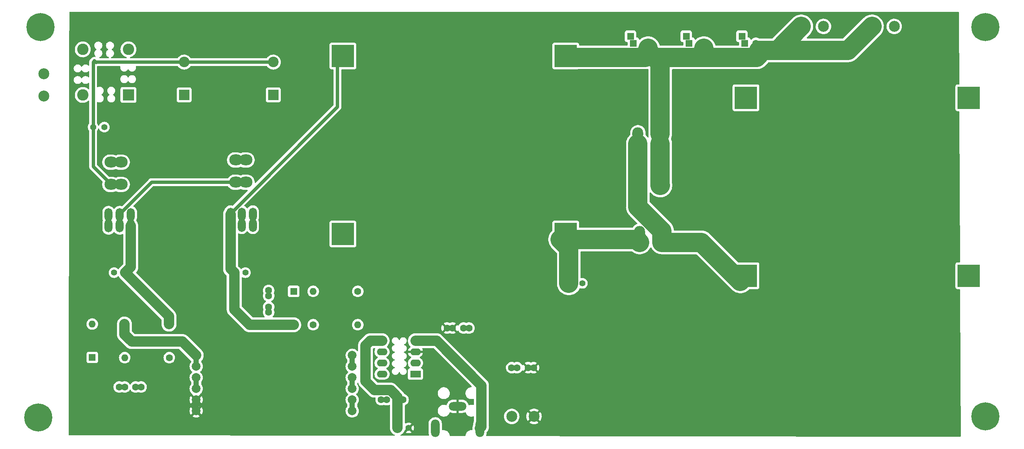
<source format=gbr>
%TF.GenerationSoftware,KiCad,Pcbnew,(6.0.10-0)*%
%TF.CreationDate,2023-02-08T17:30:19+03:00*%
%TF.ProjectId,EEEE2046_PCB_Template,45454545-3230-4343-965f-5043425f5465,rev?*%
%TF.SameCoordinates,Original*%
%TF.FileFunction,Copper,L2,Bot*%
%TF.FilePolarity,Positive*%
%FSLAX46Y46*%
G04 Gerber Fmt 4.6, Leading zero omitted, Abs format (unit mm)*
G04 Created by KiCad (PCBNEW (6.0.10-0)) date 2023-02-08 17:30:19*
%MOMM*%
%LPD*%
G01*
G04 APERTURE LIST*
%TA.AperFunction,ComponentPad*%
%ADD10C,0.800000*%
%TD*%
%TA.AperFunction,ComponentPad*%
%ADD11C,6.400000*%
%TD*%
%TA.AperFunction,ComponentPad*%
%ADD12C,2.000000*%
%TD*%
%TA.AperFunction,SMDPad,CuDef*%
%ADD13R,1.270000X2.540000*%
%TD*%
%TA.AperFunction,ComponentPad*%
%ADD14R,2.600000X2.600000*%
%TD*%
%TA.AperFunction,ComponentPad*%
%ADD15C,2.600000*%
%TD*%
%TA.AperFunction,ComponentPad*%
%ADD16O,3.000000X2.500000*%
%TD*%
%TA.AperFunction,ComponentPad*%
%ADD17R,2.400000X2.400000*%
%TD*%
%TA.AperFunction,ComponentPad*%
%ADD18C,2.400000*%
%TD*%
%TA.AperFunction,ComponentPad*%
%ADD19O,2.500000X3.000000*%
%TD*%
%TA.AperFunction,ComponentPad*%
%ADD20O,2.000000X4.000000*%
%TD*%
%TA.AperFunction,ComponentPad*%
%ADD21O,4.000000X2.000000*%
%TD*%
%TA.AperFunction,ComponentPad*%
%ADD22C,1.600000*%
%TD*%
%TA.AperFunction,ComponentPad*%
%ADD23R,1.600000X1.600000*%
%TD*%
%TA.AperFunction,ComponentPad*%
%ADD24O,1.600000X1.600000*%
%TD*%
%TA.AperFunction,SMDPad,CuDef*%
%ADD25R,5.080000X5.080000*%
%TD*%
%TA.AperFunction,ComponentPad*%
%ADD26C,2.500000*%
%TD*%
%TA.AperFunction,ComponentPad*%
%ADD27C,1.400000*%
%TD*%
%TA.AperFunction,ComponentPad*%
%ADD28O,1.800000X3.000000*%
%TD*%
%TA.AperFunction,ComponentPad*%
%ADD29O,2.400000X1.600000*%
%TD*%
%TA.AperFunction,ComponentPad*%
%ADD30R,2.400000X1.600000*%
%TD*%
%TA.AperFunction,ViaPad*%
%ADD31C,0.800000*%
%TD*%
%TA.AperFunction,ViaPad*%
%ADD32C,4.000000*%
%TD*%
%TA.AperFunction,Conductor*%
%ADD33C,4.390000*%
%TD*%
%TA.AperFunction,Conductor*%
%ADD34C,2.390000*%
%TD*%
%TA.AperFunction,Conductor*%
%ADD35C,0.780000*%
%TD*%
%TA.AperFunction,Conductor*%
%ADD36C,0.674000*%
%TD*%
G04 APERTURE END LIST*
D10*
%TO.P,H2,1*%
%TO.N,N/C*%
X38544800Y-27686000D03*
X42641856Y-25988944D03*
X40944800Y-30086000D03*
D11*
X40944800Y-27686000D03*
D10*
X43344800Y-27686000D03*
X39247744Y-25988944D03*
X40944800Y-25286000D03*
X39247744Y-29383056D03*
X42641856Y-29383056D03*
%TD*%
%TO.P,H4,1*%
%TO.N,N/C*%
X40436800Y-114440000D03*
X40436800Y-119240000D03*
X38739744Y-115142944D03*
X38036800Y-116840000D03*
X42133856Y-115142944D03*
X38739744Y-118537056D03*
D11*
X40436800Y-116840000D03*
D10*
X42133856Y-118537056D03*
X42836800Y-116840000D03*
%TD*%
D12*
%TO.P,U15,1,AA*%
%TO.N,Net-(U14-Pad1)*%
X111963200Y-115341400D03*
D13*
X111963200Y-114071400D03*
D12*
X111963200Y-112801400D03*
D13*
%TO.P,U15,2,AB*%
%TO.N,GNDD*%
X76403200Y-114071400D03*
D12*
X76403200Y-112801400D03*
X76403200Y-115341400D03*
D13*
%TO.P,U15,3,SA*%
%TO.N,Net-(U15-Pad3)*%
X111963200Y-108991400D03*
D12*
X111963200Y-110261400D03*
X111963200Y-107721400D03*
%TO.P,U15,4,SB*%
%TO.N,/PWM_COM_A*%
X111963200Y-105181400D03*
X111963200Y-102641400D03*
D13*
X111963200Y-103911400D03*
D12*
%TO.P,U15,5,SC*%
%TO.N,Net-(U15-Pad5)*%
X76403200Y-110261400D03*
X76403200Y-107721400D03*
D13*
X76403200Y-108991400D03*
D12*
%TO.P,U15,6,SD*%
%TO.N,/PWM_COM_B*%
X76403200Y-102641400D03*
X76403200Y-105181400D03*
D13*
X76403200Y-103911400D03*
%TD*%
D14*
%TO.P,U6,1,+*%
%TO.N,/Rectifier_DC(+)*%
X60960000Y-43180000D03*
D15*
%TO.P,U6,2*%
%TO.N,/VAC(-)*%
X60960000Y-32780000D03*
%TO.P,U6,3,-*%
%TO.N,/PWM_COM_B*%
X50560000Y-32780000D03*
%TO.P,U6,4*%
%TO.N,/VAC(+)*%
X50560000Y-43180000D03*
%TD*%
D16*
%TO.P,U17,1,K*%
%TO.N,/Rectifier_DC(+)*%
X85430000Y-58029200D03*
X87716000Y-58029200D03*
%TO.P,U17,2,A*%
%TO.N,Net-(U16-Pad2)*%
X87716000Y-63109200D03*
X85430000Y-63109200D03*
%TD*%
D17*
%TO.P,U11,1*%
%TO.N,/Rectifier_DC(+)*%
X73660000Y-43180000D03*
D18*
%TO.P,U11,2*%
%TO.N,/PWM_COM_B*%
X73660000Y-35680000D03*
%TD*%
D19*
%TO.P,U31,1,K*%
%TO.N,Net-(U31-Pad1)*%
X182575200Y-74558800D03*
X182575200Y-76844800D03*
%TO.P,U31,2,A*%
%TO.N,/Transformer_Out(+)*%
X177495200Y-74558800D03*
X177495200Y-76844800D03*
%TD*%
D20*
%TO.P,U42,*%
%TO.N,*%
X130891200Y-119286800D03*
D21*
%TO.P,U42,1,Pin_1*%
%TO.N,GNDD*%
X135991200Y-114286800D03*
D20*
%TO.P,U42,2,Pin_2*%
%TO.N,/PWM_Input*%
X141091200Y-119286800D03*
%TD*%
D17*
%TO.P,U12,1*%
%TO.N,/Rectifier_DC(+)*%
X93980000Y-43180000D03*
D18*
%TO.P,U12,2*%
%TO.N,/PWM_COM_B*%
X93980000Y-35680000D03*
%TD*%
D22*
%TO.P,U14,1*%
%TO.N,Net-(U14-Pad1)*%
X118556400Y-112776000D03*
X119806400Y-112776000D03*
%TO.P,U14,2*%
%TO.N,/PWM_Out*%
X123556400Y-112776000D03*
X122306400Y-112776000D03*
%TD*%
D19*
%TO.P,U33,1,K*%
%TO.N,Net-(U31-Pad1)*%
X177088800Y-52085600D03*
X177088800Y-54371600D03*
%TO.P,U33,2,A*%
%TO.N,/Converter_Out(-)*%
X182168800Y-52085600D03*
X182168800Y-54371600D03*
%TD*%
D10*
%TO.P,H2,1*%
%TO.N,N/C*%
X253922102Y-27722102D03*
X258019158Y-26025046D03*
X256322102Y-30122102D03*
D11*
X256322102Y-27722102D03*
D10*
X258722102Y-27722102D03*
X254625046Y-26025046D03*
X256322102Y-25322102D03*
X254625046Y-29419158D03*
X258019158Y-29419158D03*
%TD*%
D23*
%TO.P,U36,1*%
%TO.N,/Converter_Out(+)*%
X188772723Y-31394400D03*
X188101786Y-29794400D03*
D22*
%TO.P,U36,2*%
%TO.N,/Converter_Out(-)*%
X191943660Y-32994400D03*
X191272723Y-31394400D03*
%TD*%
%TO.P,U25,1*%
%TO.N,/PWM_OUT_B*%
X70269200Y-103182800D03*
D24*
%TO.P,U25,2*%
%TO.N,Net-(U19-Pad1)*%
X60109200Y-103182800D03*
%TD*%
D10*
%TO.P,H4,1*%
%TO.N,N/C*%
X256322102Y-114222102D03*
X256322102Y-119022102D03*
X254625046Y-114925046D03*
X253922102Y-116622102D03*
X258019158Y-114925046D03*
X254625046Y-118319158D03*
D11*
X256322102Y-116622102D03*
D10*
X258019158Y-118319158D03*
X258722102Y-116622102D03*
%TD*%
D12*
%TO.P,U34,*%
%TO.N,*%
X253796800Y-83210400D03*
X253796800Y-85750400D03*
X251256800Y-42570400D03*
X253796800Y-42570400D03*
D25*
X252526800Y-84480400D03*
D12*
X251256800Y-83210400D03*
X253796800Y-45110400D03*
X251256800Y-45110400D03*
D25*
X252526800Y-43840400D03*
D12*
X251256800Y-85750400D03*
%TO.P,U34,1,1*%
%TO.N,/Converter_Out(+)*%
X200456800Y-45110400D03*
D25*
X201726800Y-43840400D03*
D12*
X200456800Y-42570400D03*
X202996800Y-42570400D03*
X202996800Y-45110400D03*
%TO.P,U34,2,2*%
%TO.N,Net-(U31-Pad1)*%
X202996800Y-83210400D03*
X202996800Y-85750400D03*
X200456800Y-83210400D03*
D25*
X201726800Y-84480400D03*
D12*
X200456800Y-85750400D03*
%TD*%
D23*
%TO.P,U21,1,K*%
%TO.N,Net-(U18-Pad1)*%
X98628200Y-88036400D03*
D24*
%TO.P,U21,2,A*%
%TO.N,/PWM_COM_A*%
X98628200Y-95656400D03*
%TD*%
D26*
%TO.P,U44,1,Pin_1*%
%TO.N,/Converter_Out(+)*%
X219390600Y-27541600D03*
%TO.P,U44,2,Pin_2*%
%TO.N,/Converter_Out(-)*%
X214310600Y-27541600D03*
%TD*%
D27*
%TO.P,U7,1,1*%
%TO.N,/PWM_OUT_B*%
X60228800Y-83769200D03*
%TO.P,U7,2,2*%
%TO.N,/PWM_COM_B*%
X57688800Y-83769200D03*
%TD*%
D22*
%TO.P,U28,1*%
%TO.N,/PWM_COM_B*%
X60045600Y-95504000D03*
D24*
%TO.P,U28,2*%
%TO.N,/PWM_OUT_B*%
X70205600Y-95504000D03*
%TD*%
D22*
%TO.P,U39,1*%
%TO.N,VDD*%
X149555200Y-105463400D03*
X148305200Y-105463400D03*
%TO.P,U39,2*%
%TO.N,GNDD*%
X152055200Y-105463400D03*
X153305200Y-105463400D03*
%TD*%
%TO.P,U18,1*%
%TO.N,Net-(U18-Pad1)*%
X92913200Y-87822400D03*
X92913200Y-89072400D03*
%TO.P,U18,2*%
%TO.N,Net-(U15-Pad3)*%
X92913200Y-91572400D03*
X92913200Y-92822400D03*
%TD*%
%TO.P,U37,1*%
%TO.N,VDD*%
X137343200Y-96418400D03*
X138593200Y-96418400D03*
%TO.P,U37,2*%
%TO.N,GNDD*%
X133593200Y-96418400D03*
X134843200Y-96418400D03*
%TD*%
D12*
%TO.P,U26,1,AA*%
%TO.N,/PWM_COM_A*%
X111125000Y-33020000D03*
X108585000Y-35560000D03*
X108585000Y-33020000D03*
D25*
X109855000Y-34290000D03*
D12*
X111125000Y-35560000D03*
D25*
%TO.P,U26,2,AB*%
%TO.N,Net-(U16-Pad2)*%
X109855000Y-74930000D03*
D12*
X111125000Y-73660000D03*
X108585000Y-76200000D03*
X108585000Y-73660000D03*
X111125000Y-76200000D03*
%TO.P,U26,3,SA*%
%TO.N,/Converter_Out(-)*%
X161925000Y-35560000D03*
D25*
X160655000Y-34290000D03*
D12*
X159385000Y-35560000D03*
X161925000Y-33020000D03*
X159385000Y-33020000D03*
D25*
%TO.P,U26,4,SB*%
%TO.N,/Transformer_Out(+)*%
X160655000Y-74930000D03*
D12*
X159385000Y-73660000D03*
X161925000Y-76200000D03*
X161925000Y-73660000D03*
X159385000Y-76200000D03*
%TD*%
D27*
%TO.P,U10,1,1*%
%TO.N,/Transformer_Out(+)*%
X161899600Y-86207600D03*
%TO.P,U10,2,2*%
%TO.N,/Converter_Out(-)*%
X164439600Y-86207600D03*
%TD*%
D22*
%TO.P,U19,1*%
%TO.N,Net-(U19-Pad1)*%
X60096400Y-109880400D03*
X58846400Y-109880400D03*
%TO.P,U19,2*%
%TO.N,Net-(U15-Pad5)*%
X62596400Y-109880400D03*
X63846400Y-109880400D03*
%TD*%
D27*
%TO.P,U3,1,1*%
%TO.N,/PWM_OUT_A*%
X87610000Y-83769200D03*
%TO.P,U3,2,2*%
%TO.N,/PWM_COM_A*%
X85070000Y-83769200D03*
%TD*%
D23*
%TO.P,U38,1*%
%TO.N,/Converter_Out(+)*%
X201472723Y-31394400D03*
X200801786Y-29794400D03*
D22*
%TO.P,U38,2*%
%TO.N,/Converter_Out(-)*%
X203972723Y-31394400D03*
X204643660Y-32994400D03*
%TD*%
D23*
%TO.P,U40,1*%
%TO.N,/Converter_Out(+)*%
X176072723Y-31394400D03*
X175401786Y-29794400D03*
D22*
%TO.P,U40,2*%
%TO.N,/Converter_Out(-)*%
X179243660Y-32994400D03*
X178572723Y-31394400D03*
%TD*%
D28*
%TO.P,U16,1,G*%
%TO.N,/PWM_OUT_B*%
X61493400Y-70535800D03*
X61493400Y-73075800D03*
%TO.P,U16,2,D*%
%TO.N,Net-(U16-Pad2)*%
X58953400Y-70535800D03*
X58953400Y-73075800D03*
%TO.P,U16,3,S*%
%TO.N,/PWM_COM_B*%
X56413400Y-73075800D03*
X56413400Y-70535800D03*
%TD*%
D22*
%TO.P,U24,1*%
%TO.N,/PWM_OUT_A*%
X113233200Y-88036400D03*
D24*
%TO.P,U24,2*%
%TO.N,Net-(U18-Pad1)*%
X103073200Y-88036400D03*
%TD*%
D23*
%TO.P,U22,1,K*%
%TO.N,Net-(U19-Pad1)*%
X52710400Y-103124000D03*
D24*
%TO.P,U22,2,A*%
%TO.N,/PWM_COM_B*%
X52710400Y-95504000D03*
%TD*%
D22*
%TO.P,U27,1*%
%TO.N,/PWM_COM_A*%
X103073200Y-95656400D03*
D24*
%TO.P,U27,2*%
%TO.N,/PWM_OUT_A*%
X113233200Y-95656400D03*
%TD*%
D26*
%TO.P,U45,1,Pin_1*%
%TO.N,/Converter_Out(+)*%
X235519600Y-27541600D03*
%TO.P,U45,2,Pin_2*%
%TO.N,/Converter_Out(-)*%
X230439600Y-27541600D03*
%TD*%
D27*
%TO.P,U9,1,1*%
%TO.N,/Rectifier_DC(+)*%
X55453600Y-50520600D03*
%TO.P,U9,2,2*%
%TO.N,/PWM_COM_B*%
X52913600Y-50520600D03*
%TD*%
D26*
%TO.P,U41,1,Pin_1*%
%TO.N,VDD*%
X148325200Y-116603400D03*
%TO.P,U41,2,Pin_2*%
%TO.N,GNDD*%
X153405200Y-116603400D03*
%TD*%
D16*
%TO.P,U23,1,K*%
%TO.N,/PWM_COM_A*%
X56982000Y-58537200D03*
X59268000Y-58537200D03*
%TO.P,U23,2,A*%
%TO.N,/PWM_COM_B*%
X59268000Y-63617200D03*
X56982000Y-63617200D03*
%TD*%
D29*
%TO.P,U5,8,NC*%
%TO.N,unconnected-(U5-Pad8)*%
X118760400Y-106924000D03*
%TO.P,U5,7,~{OUT_A}*%
%TO.N,unconnected-(U5-Pad7)*%
X118760400Y-104384000D03*
%TO.P,U5,6,VDD*%
%TO.N,VDD*%
X118760400Y-101844000D03*
%TO.P,U5,5,OUT_B*%
%TO.N,/PWM_Out*%
X118760400Y-99304000D03*
%TO.P,U5,4,IN_B*%
%TO.N,/PWM_Input*%
X126380400Y-99304000D03*
%TO.P,U5,3,GND*%
%TO.N,GNDD*%
X126380400Y-101844000D03*
%TO.P,U5,2,IN_A*%
%TO.N,unconnected-(U5-Pad2)*%
X126380400Y-104384000D03*
D30*
%TO.P,U5,1,NC*%
%TO.N,unconnected-(U5-Pad1)*%
X126380400Y-106924000D03*
%TD*%
D27*
%TO.P,U1,1,1*%
%TO.N,/PWM_Out*%
X122295600Y-119227600D03*
%TO.P,U1,2,2*%
%TO.N,GNDD*%
X124835600Y-119227600D03*
%TD*%
D26*
%TO.P,U43,1,Pin_1*%
%TO.N,/VAC(-)*%
X41664000Y-38394000D03*
%TO.P,U43,2,Pin_2*%
%TO.N,/VAC(+)*%
X41664000Y-43474000D03*
%TD*%
D28*
%TO.P,U20,1,G*%
%TO.N,/PWM_OUT_A*%
X89306400Y-70408800D03*
X89306400Y-72948800D03*
%TO.P,U20,2,D*%
%TO.N,/Rectifier_DC(+)*%
X86766400Y-72948800D03*
X86766400Y-70408800D03*
%TO.P,U20,3,S*%
%TO.N,/PWM_COM_A*%
X84226400Y-70408800D03*
X84226400Y-72948800D03*
%TD*%
D31*
%TO.N,/PWM_COM_B*%
X53187600Y-35407600D03*
D32*
%TO.N,/Converter_Out(-)*%
X182219600Y-63855600D03*
%TD*%
D33*
%TO.N,/Transformer_Out(+)*%
X159385000Y-76200000D02*
X161344600Y-78159600D01*
X161344600Y-78159600D02*
X161344600Y-86207600D01*
D34*
%TO.N,/PWM_Out*%
X122295600Y-119227600D02*
X122295600Y-112786800D01*
X122295600Y-112786800D02*
X122306400Y-112776000D01*
X116078000Y-99314000D02*
X115011200Y-100380800D01*
X117032600Y-110581000D02*
X120715599Y-110581000D01*
X118760400Y-99304000D02*
X118750400Y-99314000D01*
X115011200Y-100380800D02*
X115011200Y-108559600D01*
X115011200Y-108559600D02*
X117032600Y-110581000D01*
X118750400Y-99314000D02*
X116078000Y-99314000D01*
X120715599Y-110581000D02*
X122306400Y-112171801D01*
%TO.N,/PWM_Input*%
X141091200Y-119286800D02*
X141436201Y-118941799D01*
X141436201Y-118941799D02*
X141436201Y-109533801D01*
X131206400Y-99304000D02*
X126380400Y-99304000D01*
X141436201Y-109533801D02*
X131206400Y-99304000D01*
%TO.N,/PWM_COM_A*%
X85070000Y-83769200D02*
X84226400Y-82925600D01*
X84226400Y-82925600D02*
X84226400Y-70408800D01*
%TO.N,/PWM_OUT_B*%
X61493400Y-73075800D02*
X61493400Y-82504600D01*
X61493400Y-82504600D02*
X60228800Y-83769200D01*
X70205600Y-95504000D02*
X70205600Y-93746000D01*
X70205600Y-93746000D02*
X60228800Y-83769200D01*
%TO.N,/PWM_COM_A*%
X98628200Y-95656400D02*
X88544400Y-95656400D01*
X88544400Y-95656400D02*
X85070000Y-92182000D01*
X85070000Y-92182000D02*
X85070000Y-83769200D01*
%TO.N,/PWM_COM_B*%
X60045600Y-95504000D02*
X60045600Y-97840800D01*
X60045600Y-97840800D02*
X61722000Y-99517200D01*
X61722000Y-99517200D02*
X73279000Y-99517200D01*
X73279000Y-99517200D02*
X76403200Y-102641400D01*
D35*
%TO.N,/PWM_COM_A*%
X84226400Y-70408800D02*
X84226400Y-70241622D01*
X84226400Y-70241622D02*
X108585000Y-45883022D01*
X108585000Y-45883022D02*
X108585000Y-35560000D01*
%TO.N,Net-(U16-Pad2)*%
X85430000Y-63109200D02*
X66212822Y-63109200D01*
X66212822Y-63109200D02*
X58953400Y-70368622D01*
X58953400Y-70368622D02*
X58953400Y-70535800D01*
%TO.N,/PWM_COM_B*%
X52913600Y-50520600D02*
X52913600Y-59548800D01*
X52913600Y-59548800D02*
X56982000Y-63617200D01*
X73660000Y-35680000D02*
X93980000Y-35680000D01*
X53492400Y-35712400D02*
X53594000Y-35712400D01*
X53187600Y-35407600D02*
X53492400Y-35712400D01*
X53594000Y-35712400D02*
X53626400Y-35680000D01*
X53626400Y-35680000D02*
X73660000Y-35680000D01*
X52913600Y-50520600D02*
X52913600Y-35681600D01*
X52913600Y-35681600D02*
X53187600Y-35407600D01*
D33*
%TO.N,/Transformer_Out(+)*%
X161925000Y-76200000D02*
X176850400Y-76200000D01*
X176850400Y-76200000D02*
X177495200Y-76844800D01*
%TO.N,Net-(U31-Pad1)*%
X182575200Y-76844800D02*
X191551200Y-76844800D01*
X191551200Y-76844800D02*
X200456800Y-85750400D01*
X177088800Y-54371600D02*
X177088800Y-68747592D01*
X177088800Y-68747592D02*
X182575200Y-74233992D01*
X182575200Y-74233992D02*
X182575200Y-76844800D01*
%TO.N,/Converter_Out(-)*%
X182168800Y-54371600D02*
X182168800Y-63804800D01*
X182168800Y-63804800D02*
X182219600Y-63855600D01*
X182168800Y-52085600D02*
X182168800Y-35919540D01*
X182168800Y-35919540D02*
X180838660Y-34589400D01*
X208857800Y-32994400D02*
X224986800Y-32994400D01*
X224986800Y-32994400D02*
X230439600Y-27541600D01*
X204643660Y-32994400D02*
X208857800Y-32994400D01*
X208857800Y-32994400D02*
X214310600Y-27541600D01*
X204643660Y-32994400D02*
X204643660Y-34125770D01*
X204180030Y-34589400D02*
X191739000Y-34589400D01*
X204643660Y-34125770D02*
X204180030Y-34589400D01*
X179243660Y-32994400D02*
X180838660Y-34589400D01*
X180838660Y-34589400D02*
X191739000Y-34589400D01*
X191739000Y-34589400D02*
X192125600Y-34202800D01*
X192125600Y-34202800D02*
X192125600Y-32526400D01*
X163494400Y-34589400D02*
X178734200Y-34589400D01*
X178734200Y-34589400D02*
X179425600Y-33898000D01*
X179425600Y-33898000D02*
X179425600Y-32526400D01*
D36*
X191272723Y-32323463D02*
X191943660Y-32994400D01*
X179243660Y-32994400D02*
X191943660Y-32994400D01*
X178572723Y-31394400D02*
X178572723Y-32323463D01*
X191272723Y-31394400D02*
X191272723Y-32323463D01*
X178572723Y-32323463D02*
X179243660Y-32994400D01*
%TD*%
%TA.AperFunction,Conductor*%
%TO.N,GNDD*%
G36*
X250234215Y-24251602D02*
G01*
X250280708Y-24305258D01*
X250292093Y-24357104D01*
X250300286Y-26443524D01*
X250356130Y-40665405D01*
X250336396Y-40733604D01*
X250282923Y-40780307D01*
X250230131Y-40791900D01*
X249938666Y-40791900D01*
X249876484Y-40798655D01*
X249740095Y-40849785D01*
X249623539Y-40937139D01*
X249536185Y-41053695D01*
X249485055Y-41190084D01*
X249478300Y-41252266D01*
X249478300Y-46428534D01*
X249485055Y-46490716D01*
X249536185Y-46627105D01*
X249623539Y-46743661D01*
X249740095Y-46831015D01*
X249876484Y-46882145D01*
X249938666Y-46888900D01*
X250255062Y-46888900D01*
X250323183Y-46908902D01*
X250369676Y-46962558D01*
X250381061Y-47014405D01*
X250456280Y-66170151D01*
X250508831Y-79552956D01*
X250515712Y-81305405D01*
X250495978Y-81373604D01*
X250442505Y-81420307D01*
X250389713Y-81431900D01*
X249938666Y-81431900D01*
X249876484Y-81438655D01*
X249740095Y-81489785D01*
X249623539Y-81577139D01*
X249536185Y-81693695D01*
X249485055Y-81830084D01*
X249478300Y-81892266D01*
X249478300Y-87068534D01*
X249485055Y-87130716D01*
X249536185Y-87267105D01*
X249623539Y-87383661D01*
X249740095Y-87471015D01*
X249876484Y-87522145D01*
X249938666Y-87528900D01*
X250414644Y-87528900D01*
X250482765Y-87548902D01*
X250529258Y-87602558D01*
X250540642Y-87654402D01*
X250617225Y-107157402D01*
X250672102Y-121132868D01*
X250652368Y-121201067D01*
X250598895Y-121247770D01*
X250545869Y-121259363D01*
X176319580Y-121120301D01*
X142597822Y-121057123D01*
X142529739Y-121036993D01*
X142483347Y-120983250D01*
X142473374Y-120912958D01*
X142478923Y-120890101D01*
X142555413Y-120667958D01*
X142557062Y-120663169D01*
X142598379Y-120423964D01*
X142599301Y-120403663D01*
X142599636Y-120396294D01*
X142599636Y-120396275D01*
X142599700Y-120394875D01*
X142599700Y-120239720D01*
X142619702Y-120171599D01*
X142636839Y-120150391D01*
X142726140Y-120061558D01*
X142726151Y-120061546D01*
X142729537Y-120058177D01*
X142766685Y-120007882D01*
X142772408Y-120000701D01*
X142813140Y-119953262D01*
X142843682Y-119904288D01*
X142849244Y-119896106D01*
X142883520Y-119849700D01*
X142912635Y-119794362D01*
X142917203Y-119786402D01*
X142950291Y-119733346D01*
X142952363Y-119728525D01*
X142973067Y-119680333D01*
X142977327Y-119671402D01*
X143001970Y-119624564D01*
X143001970Y-119624563D01*
X143004197Y-119620331D01*
X143005756Y-119615815D01*
X143005759Y-119615809D01*
X143024596Y-119561256D01*
X143027927Y-119552644D01*
X143030790Y-119545979D01*
X143052600Y-119495216D01*
X143067093Y-119439375D01*
X143069953Y-119429903D01*
X143087227Y-119379877D01*
X143088791Y-119375348D01*
X143100024Y-119313845D01*
X143102015Y-119304831D01*
X143116509Y-119248984D01*
X143117712Y-119244350D01*
X143123594Y-119186948D01*
X143124988Y-119177156D01*
X143134629Y-119124361D01*
X143135355Y-119120387D01*
X143139701Y-119037457D01*
X143139701Y-119035785D01*
X143139744Y-119034152D01*
X143139805Y-119034154D01*
X143140357Y-119023337D01*
X143143641Y-118991283D01*
X143144129Y-118986523D01*
X143139857Y-118900712D01*
X143139701Y-118894448D01*
X143139701Y-116557239D01*
X146562373Y-116557239D01*
X146562597Y-116561905D01*
X146562597Y-116561911D01*
X146566592Y-116645075D01*
X146574913Y-116818308D01*
X146625904Y-117074656D01*
X146714226Y-117320652D01*
X146716442Y-117324776D01*
X146780953Y-117444837D01*
X146837937Y-117550891D01*
X146840732Y-117554634D01*
X146840734Y-117554637D01*
X146991530Y-117756577D01*
X146991535Y-117756583D01*
X146994322Y-117760315D01*
X146997631Y-117763595D01*
X146997636Y-117763601D01*
X147176626Y-117941035D01*
X147179943Y-117944323D01*
X147183705Y-117947081D01*
X147183708Y-117947084D01*
X147300786Y-118032929D01*
X147390724Y-118098874D01*
X147394867Y-118101054D01*
X147394869Y-118101055D01*
X147617884Y-118218389D01*
X147617889Y-118218391D01*
X147622034Y-118220572D01*
X147868790Y-118306744D01*
X147873383Y-118307616D01*
X148120985Y-118354624D01*
X148120988Y-118354624D01*
X148125574Y-118355495D01*
X148256158Y-118360626D01*
X148382075Y-118365574D01*
X148382081Y-118365574D01*
X148386743Y-118365757D01*
X148466177Y-118357057D01*
X148641907Y-118337812D01*
X148641912Y-118337811D01*
X148646560Y-118337302D01*
X148759316Y-118307616D01*
X148894794Y-118271948D01*
X148894796Y-118271947D01*
X148899317Y-118270757D01*
X149139462Y-118167582D01*
X149353987Y-118034831D01*
X149357747Y-118032504D01*
X149357748Y-118032504D01*
X149361719Y-118030046D01*
X149365282Y-118027029D01*
X149365287Y-118027026D01*
X149382407Y-118012533D01*
X152360812Y-118012533D01*
X152369525Y-118024053D01*
X152467218Y-118095684D01*
X152475128Y-118100627D01*
X152698090Y-118217933D01*
X152706653Y-118221656D01*
X152944504Y-118304718D01*
X152953513Y-118307132D01*
X153201042Y-118354127D01*
X153210298Y-118355181D01*
X153462057Y-118365073D01*
X153471371Y-118364747D01*
X153721815Y-118337320D01*
X153730992Y-118335619D01*
X153974631Y-118271474D01*
X153983451Y-118268437D01*
X154214936Y-118168983D01*
X154223208Y-118164676D01*
X154437449Y-118032100D01*
X154444388Y-118027058D01*
X154452718Y-118014419D01*
X154446656Y-118004066D01*
X153418012Y-116975422D01*
X153404068Y-116967808D01*
X153402235Y-116967939D01*
X153395620Y-116972190D01*
X152367470Y-118000340D01*
X152360812Y-118012533D01*
X149382407Y-118012533D01*
X149557639Y-117864187D01*
X149557640Y-117864186D01*
X149561205Y-117861168D01*
X149715092Y-117685694D01*
X149730457Y-117668174D01*
X149730461Y-117668169D01*
X149733539Y-117664659D01*
X149777431Y-117596422D01*
X149872405Y-117448767D01*
X149874933Y-117444837D01*
X149982283Y-117206529D01*
X150028820Y-117041524D01*
X150051960Y-116959476D01*
X150051961Y-116959473D01*
X150053230Y-116954972D01*
X150066003Y-116854565D01*
X150085816Y-116698821D01*
X150085816Y-116698817D01*
X150086214Y-116695691D01*
X150086298Y-116692508D01*
X150087904Y-116631171D01*
X150088631Y-116603400D01*
X150085548Y-116561923D01*
X151643098Y-116561923D01*
X151655187Y-116813575D01*
X151656324Y-116822835D01*
X151705474Y-117069935D01*
X151707968Y-117078928D01*
X151793100Y-117316039D01*
X151796900Y-117324574D01*
X151916146Y-117546501D01*
X151921157Y-117554368D01*
X151984646Y-117639390D01*
X151995904Y-117647839D01*
X152008323Y-117641067D01*
X153033178Y-116616212D01*
X153039556Y-116604532D01*
X153769608Y-116604532D01*
X153769739Y-116606365D01*
X153773990Y-116612980D01*
X154805113Y-117644103D01*
X154817493Y-117650863D01*
X154825834Y-117644619D01*
X154951965Y-117448527D01*
X154956412Y-117440336D01*
X155059891Y-117210622D01*
X155063082Y-117201855D01*
X155131469Y-116959376D01*
X155133329Y-116950234D01*
X155165316Y-116698796D01*
X155165797Y-116692508D01*
X155168047Y-116606560D01*
X155167896Y-116600251D01*
X155149112Y-116347474D01*
X155147736Y-116338268D01*
X155092129Y-116092526D01*
X155089405Y-116083615D01*
X154998088Y-115848792D01*
X154994077Y-115840383D01*
X154869054Y-115621640D01*
X154863843Y-115613914D01*
X154826591Y-115566661D01*
X154814666Y-115558190D01*
X154803134Y-115564676D01*
X153777222Y-116590588D01*
X153769608Y-116604532D01*
X153039556Y-116604532D01*
X153040792Y-116602268D01*
X153040661Y-116600435D01*
X153036410Y-116593820D01*
X152006521Y-115563931D01*
X151993213Y-115556664D01*
X151983174Y-115563786D01*
X151972961Y-115576066D01*
X151967546Y-115583658D01*
X151836846Y-115799046D01*
X151832608Y-115807363D01*
X151735181Y-116039699D01*
X151732220Y-116048549D01*
X151670206Y-116292731D01*
X151668584Y-116301928D01*
X151643343Y-116552598D01*
X151643098Y-116561923D01*
X150085548Y-116561923D01*
X150082569Y-116521832D01*
X150069607Y-116347400D01*
X150069606Y-116347396D01*
X150069261Y-116342748D01*
X150060025Y-116301928D01*
X150012608Y-116092380D01*
X150011577Y-116087823D01*
X149990008Y-116032358D01*
X149918540Y-115848576D01*
X149918539Y-115848573D01*
X149916847Y-115844223D01*
X149888600Y-115794800D01*
X149825016Y-115683552D01*
X149787151Y-115617302D01*
X149625338Y-115412043D01*
X149434963Y-115232957D01*
X149376217Y-115192203D01*
X152358416Y-115192203D01*
X152362989Y-115201979D01*
X153392388Y-116231378D01*
X153406332Y-116238992D01*
X153408165Y-116238861D01*
X153414780Y-116234610D01*
X154443619Y-115205771D01*
X154450003Y-115194081D01*
X154440591Y-115181970D01*
X154303793Y-115087070D01*
X154295765Y-115082342D01*
X154069793Y-114970905D01*
X154061160Y-114967417D01*
X153821198Y-114890605D01*
X153812138Y-114888429D01*
X153563460Y-114847929D01*
X153554173Y-114847117D01*
X153302253Y-114843819D01*
X153292942Y-114844389D01*
X153043297Y-114878364D01*
X153034178Y-114880302D01*
X152792298Y-114950804D01*
X152783567Y-114954067D01*
X152554758Y-115059551D01*
X152546606Y-115064070D01*
X152367553Y-115181462D01*
X152358416Y-115192203D01*
X149376217Y-115192203D01*
X149257179Y-115109623D01*
X149224051Y-115086641D01*
X149224048Y-115086639D01*
X149220209Y-115083976D01*
X149179844Y-115064070D01*
X148989981Y-114970440D01*
X148989978Y-114970439D01*
X148985793Y-114968375D01*
X148939649Y-114953604D01*
X148741323Y-114890120D01*
X148736865Y-114888693D01*
X148478893Y-114846679D01*
X148365142Y-114845190D01*
X148222222Y-114843319D01*
X148222219Y-114843319D01*
X148217545Y-114843258D01*
X147958562Y-114878504D01*
X147707633Y-114951643D01*
X147703380Y-114953603D01*
X147703379Y-114953604D01*
X147662152Y-114972610D01*
X147470272Y-115061068D01*
X147431267Y-115086641D01*
X147255604Y-115201810D01*
X147255599Y-115201814D01*
X147251691Y-115204376D01*
X147056694Y-115378418D01*
X146889563Y-115579370D01*
X146887134Y-115583373D01*
X146758876Y-115794736D01*
X146753971Y-115802819D01*
X146652897Y-116043855D01*
X146588559Y-116297183D01*
X146562373Y-116557239D01*
X143139701Y-116557239D01*
X143139701Y-109570658D01*
X143140080Y-109426175D01*
X143140126Y-109408673D01*
X143139210Y-109402577D01*
X143134610Y-109371984D01*
X143130832Y-109346856D01*
X143129796Y-109337687D01*
X143125419Y-109280140D01*
X143125419Y-109280138D01*
X143125056Y-109275370D01*
X143112027Y-109219157D01*
X143110173Y-109209441D01*
X143102303Y-109157099D01*
X143101593Y-109152375D01*
X143083061Y-109092690D01*
X143080648Y-109083779D01*
X143067612Y-109027540D01*
X143067611Y-109027537D01*
X143066533Y-109022886D01*
X143062591Y-109013004D01*
X143045152Y-108969294D01*
X143041849Y-108959968D01*
X143026153Y-108909419D01*
X143024736Y-108904855D01*
X142997387Y-108848655D01*
X142993654Y-108840212D01*
X142970493Y-108782159D01*
X142941238Y-108732395D01*
X142936583Y-108723713D01*
X142911324Y-108671809D01*
X142908607Y-108667878D01*
X142908603Y-108667871D01*
X142875784Y-108620385D01*
X142870817Y-108612603D01*
X142841576Y-108562864D01*
X142841575Y-108562863D01*
X142839145Y-108558729D01*
X142802716Y-108513983D01*
X142796777Y-108506073D01*
X142766265Y-108461926D01*
X142763965Y-108458598D01*
X142708398Y-108396885D01*
X142707224Y-108395711D01*
X142706107Y-108394534D01*
X142706151Y-108394493D01*
X142698880Y-108386440D01*
X142678535Y-108361450D01*
X142675513Y-108357738D01*
X142671968Y-108354529D01*
X142671963Y-108354524D01*
X142611811Y-108300078D01*
X142607271Y-108295758D01*
X139774913Y-105463400D01*
X146991702Y-105463400D01*
X147011657Y-105691487D01*
X147013081Y-105696800D01*
X147013081Y-105696802D01*
X147057826Y-105863789D01*
X147070916Y-105912643D01*
X147073239Y-105917624D01*
X147073239Y-105917625D01*
X147165351Y-106115162D01*
X147165354Y-106115167D01*
X147167677Y-106120149D01*
X147191352Y-106153960D01*
X147273636Y-106271473D01*
X147299002Y-106307700D01*
X147460900Y-106469598D01*
X147465408Y-106472755D01*
X147465411Y-106472757D01*
X147500354Y-106497224D01*
X147648451Y-106600923D01*
X147653433Y-106603246D01*
X147653438Y-106603249D01*
X147840761Y-106690598D01*
X147855957Y-106697684D01*
X147861265Y-106699106D01*
X147861267Y-106699107D01*
X148071798Y-106755519D01*
X148071800Y-106755519D01*
X148077113Y-106756943D01*
X148305200Y-106776898D01*
X148533287Y-106756943D01*
X148538600Y-106755519D01*
X148538602Y-106755519D01*
X148646711Y-106726551D01*
X148754443Y-106697684D01*
X148876952Y-106640558D01*
X148947142Y-106629897D01*
X148983446Y-106640557D01*
X149105957Y-106697684D01*
X149213689Y-106726551D01*
X149321798Y-106755519D01*
X149321800Y-106755519D01*
X149327113Y-106756943D01*
X149555200Y-106776898D01*
X149783287Y-106756943D01*
X149788600Y-106755519D01*
X149788602Y-106755519D01*
X149999133Y-106699107D01*
X149999135Y-106699106D01*
X150004443Y-106697684D01*
X150019639Y-106690598D01*
X150206962Y-106603249D01*
X150206967Y-106603246D01*
X150211949Y-106600923D01*
X150285443Y-106549462D01*
X151333693Y-106549462D01*
X151342989Y-106561477D01*
X151394194Y-106597331D01*
X151403689Y-106602814D01*
X151601147Y-106694890D01*
X151611439Y-106698636D01*
X151821888Y-106755025D01*
X151832681Y-106756928D01*
X152049725Y-106775917D01*
X152060675Y-106775917D01*
X152277719Y-106756928D01*
X152288512Y-106755025D01*
X152498961Y-106698636D01*
X152509253Y-106694890D01*
X152626950Y-106640007D01*
X152697142Y-106629346D01*
X152733450Y-106640007D01*
X152851147Y-106694890D01*
X152861439Y-106698636D01*
X153071888Y-106755025D01*
X153082681Y-106756928D01*
X153299725Y-106775917D01*
X153310675Y-106775917D01*
X153527719Y-106756928D01*
X153538512Y-106755025D01*
X153748961Y-106698636D01*
X153759253Y-106694890D01*
X153956711Y-106602814D01*
X153966206Y-106597331D01*
X154018248Y-106560891D01*
X154026624Y-106550412D01*
X154019556Y-106536966D01*
X153035085Y-105552495D01*
X153001059Y-105490183D01*
X153002894Y-105464532D01*
X153669608Y-105464532D01*
X153669739Y-105466365D01*
X153673990Y-105472980D01*
X154379487Y-106178477D01*
X154391262Y-106184907D01*
X154403277Y-106175611D01*
X154439131Y-106124406D01*
X154444614Y-106114911D01*
X154536690Y-105917453D01*
X154540436Y-105907161D01*
X154596825Y-105696712D01*
X154598728Y-105685919D01*
X154617717Y-105468875D01*
X154617717Y-105457925D01*
X154598728Y-105240881D01*
X154596825Y-105230088D01*
X154540436Y-105019639D01*
X154536690Y-105009347D01*
X154444614Y-104811889D01*
X154439131Y-104802394D01*
X154402691Y-104750352D01*
X154392212Y-104741976D01*
X154378766Y-104749044D01*
X153677222Y-105450588D01*
X153669608Y-105464532D01*
X153002894Y-105464532D01*
X153006124Y-105419368D01*
X153035085Y-105374305D01*
X154020277Y-104389113D01*
X154026707Y-104377338D01*
X154017411Y-104365323D01*
X153966206Y-104329469D01*
X153956711Y-104323986D01*
X153759253Y-104231910D01*
X153748961Y-104228164D01*
X153538512Y-104171775D01*
X153527719Y-104169872D01*
X153310675Y-104150883D01*
X153299725Y-104150883D01*
X153082681Y-104169872D01*
X153071888Y-104171775D01*
X152861439Y-104228164D01*
X152851147Y-104231910D01*
X152733450Y-104286793D01*
X152663258Y-104297454D01*
X152626950Y-104286793D01*
X152509253Y-104231910D01*
X152498961Y-104228164D01*
X152288512Y-104171775D01*
X152277719Y-104169872D01*
X152060675Y-104150883D01*
X152049725Y-104150883D01*
X151832681Y-104169872D01*
X151821888Y-104171775D01*
X151611439Y-104228164D01*
X151601147Y-104231910D01*
X151403689Y-104323986D01*
X151394194Y-104329469D01*
X151342152Y-104365909D01*
X151333776Y-104376388D01*
X151340844Y-104389834D01*
X152325315Y-105374305D01*
X152359341Y-105436617D01*
X152354276Y-105507432D01*
X152325315Y-105552495D01*
X151340123Y-106537687D01*
X151333693Y-106549462D01*
X150285443Y-106549462D01*
X150360046Y-106497224D01*
X150394989Y-106472757D01*
X150394992Y-106472755D01*
X150399500Y-106469598D01*
X150561398Y-106307700D01*
X150586765Y-106271473D01*
X150681572Y-106136074D01*
X150692723Y-106120149D01*
X150695047Y-106115165D01*
X150696371Y-106112872D01*
X150747753Y-106063879D01*
X150817467Y-106050443D01*
X150883378Y-106076829D01*
X150914609Y-106112872D01*
X150921266Y-106124402D01*
X150957709Y-106176448D01*
X150968188Y-106184824D01*
X150981634Y-106177756D01*
X151683178Y-105476212D01*
X151690792Y-105462268D01*
X151690661Y-105460435D01*
X151686410Y-105453820D01*
X150980913Y-104748323D01*
X150969138Y-104741893D01*
X150957123Y-104751189D01*
X150921266Y-104802398D01*
X150914609Y-104813928D01*
X150863227Y-104862921D01*
X150793513Y-104876358D01*
X150727602Y-104849971D01*
X150696371Y-104813928D01*
X150695047Y-104811635D01*
X150692723Y-104806651D01*
X150561398Y-104619100D01*
X150399500Y-104457202D01*
X150394992Y-104454045D01*
X150394989Y-104454043D01*
X150292098Y-104381998D01*
X150211949Y-104325877D01*
X150206967Y-104323554D01*
X150206962Y-104323551D01*
X150009425Y-104231439D01*
X150009424Y-104231439D01*
X150004443Y-104229116D01*
X149999135Y-104227694D01*
X149999133Y-104227693D01*
X149788602Y-104171281D01*
X149788600Y-104171281D01*
X149783287Y-104169857D01*
X149555200Y-104149902D01*
X149327113Y-104169857D01*
X149321800Y-104171281D01*
X149321798Y-104171281D01*
X149270222Y-104185101D01*
X149105957Y-104229116D01*
X148983448Y-104286242D01*
X148913258Y-104296903D01*
X148876954Y-104286243D01*
X148754443Y-104229116D01*
X148590178Y-104185101D01*
X148538602Y-104171281D01*
X148538600Y-104171281D01*
X148533287Y-104169857D01*
X148305200Y-104149902D01*
X148077113Y-104169857D01*
X148071800Y-104171281D01*
X148071798Y-104171281D01*
X147861267Y-104227693D01*
X147861265Y-104227694D01*
X147855957Y-104229116D01*
X147850976Y-104231439D01*
X147850975Y-104231439D01*
X147653438Y-104323551D01*
X147653433Y-104323554D01*
X147648451Y-104325877D01*
X147568302Y-104381998D01*
X147465411Y-104454043D01*
X147465408Y-104454045D01*
X147460900Y-104457202D01*
X147299002Y-104619100D01*
X147167677Y-104806651D01*
X147165354Y-104811633D01*
X147165351Y-104811638D01*
X147073239Y-105009175D01*
X147070916Y-105014157D01*
X147069494Y-105019465D01*
X147069493Y-105019467D01*
X147026103Y-105181400D01*
X147011657Y-105235313D01*
X146991702Y-105463400D01*
X139774913Y-105463400D01*
X132437323Y-98125810D01*
X132437159Y-98125509D01*
X132437090Y-98125577D01*
X132326152Y-98014055D01*
X132326147Y-98014051D01*
X132322778Y-98010664D01*
X132272483Y-97973516D01*
X132265302Y-97967793D01*
X132217863Y-97927061D01*
X132213805Y-97924530D01*
X132213802Y-97924528D01*
X132168890Y-97896519D01*
X132160707Y-97890957D01*
X132138314Y-97874417D01*
X132114301Y-97856681D01*
X132058963Y-97827566D01*
X132051003Y-97822998D01*
X131997947Y-97789910D01*
X131993555Y-97788023D01*
X131993551Y-97788021D01*
X131944934Y-97767134D01*
X131936003Y-97762874D01*
X131889165Y-97738231D01*
X131889164Y-97738231D01*
X131884932Y-97736004D01*
X131880416Y-97734445D01*
X131880410Y-97734442D01*
X131825857Y-97715605D01*
X131817245Y-97712274D01*
X131800428Y-97705049D01*
X131759817Y-97687601D01*
X131703976Y-97673108D01*
X131694504Y-97670248D01*
X131644478Y-97652974D01*
X131644479Y-97652974D01*
X131639949Y-97651410D01*
X131578446Y-97640177D01*
X131569432Y-97638186D01*
X131543073Y-97631345D01*
X131508951Y-97622489D01*
X131474614Y-97618971D01*
X131451549Y-97616607D01*
X131441757Y-97615213D01*
X131403863Y-97608293D01*
X131384988Y-97604846D01*
X131302058Y-97600500D01*
X131300386Y-97600500D01*
X131298753Y-97600457D01*
X131298755Y-97600396D01*
X131287938Y-97599844D01*
X131251124Y-97596072D01*
X131246343Y-97596310D01*
X131246342Y-97596310D01*
X131165314Y-97600344D01*
X131159049Y-97600500D01*
X126314497Y-97600500D01*
X126312118Y-97600681D01*
X126312117Y-97600681D01*
X126126736Y-97614782D01*
X126126731Y-97614783D01*
X126121969Y-97615145D01*
X126117316Y-97616224D01*
X126117313Y-97616224D01*
X125958764Y-97652974D01*
X125869485Y-97673668D01*
X125628758Y-97769708D01*
X125405328Y-97901056D01*
X125401617Y-97904077D01*
X125401613Y-97904080D01*
X125244118Y-98032301D01*
X125204337Y-98064688D01*
X125201128Y-98068233D01*
X125201123Y-98068238D01*
X125066017Y-98217502D01*
X125030410Y-98256840D01*
X125027769Y-98260838D01*
X125027768Y-98260839D01*
X124976325Y-98338709D01*
X124887549Y-98473090D01*
X124885548Y-98477430D01*
X124885546Y-98477434D01*
X124781655Y-98702792D01*
X124779042Y-98708460D01*
X124707385Y-98957535D01*
X124699318Y-99020077D01*
X124698074Y-99029719D01*
X124694815Y-99046213D01*
X124688281Y-99070595D01*
X124688280Y-99070603D01*
X124686857Y-99075913D01*
X124683083Y-99119051D01*
X124675997Y-99200044D01*
X124675441Y-99205180D01*
X124674228Y-99214583D01*
X124674326Y-99218778D01*
X124674204Y-99220533D01*
X124666902Y-99304000D01*
X124678851Y-99440572D01*
X124679465Y-99447593D01*
X124679909Y-99455602D01*
X124680335Y-99473689D01*
X124681170Y-99478398D01*
X124681170Y-99478403D01*
X124682156Y-99483966D01*
X124683607Y-99494947D01*
X124686857Y-99532087D01*
X124688281Y-99537402D01*
X124688282Y-99537407D01*
X124696751Y-99569014D01*
X124699111Y-99579636D01*
X124720095Y-99698035D01*
X124725563Y-99728890D01*
X124808873Y-99974313D01*
X124811074Y-99978549D01*
X124811076Y-99978555D01*
X124837216Y-100028876D01*
X124928347Y-100204311D01*
X124931162Y-100208165D01*
X124931165Y-100208169D01*
X125077958Y-100409102D01*
X125081237Y-100413590D01*
X125084610Y-100416980D01*
X125084617Y-100416989D01*
X125247237Y-100580464D01*
X125281098Y-100642865D01*
X125275848Y-100713667D01*
X125230178Y-100772538D01*
X125140938Y-100835024D01*
X125132525Y-100842084D01*
X124978484Y-100996125D01*
X124971428Y-101004533D01*
X124846469Y-101182993D01*
X124840986Y-101192489D01*
X124748910Y-101389947D01*
X124745164Y-101400239D01*
X124699006Y-101572503D01*
X124699342Y-101586599D01*
X124707284Y-101590000D01*
X128048367Y-101590000D01*
X128061898Y-101586027D01*
X128063127Y-101577478D01*
X128015636Y-101400239D01*
X128011890Y-101389947D01*
X127917488Y-101187502D01*
X127919693Y-101186474D01*
X127905393Y-101127484D01*
X127928625Y-101060396D01*
X127984439Y-101016518D01*
X128031249Y-101007500D01*
X130448597Y-101007500D01*
X130516718Y-101027502D01*
X130537692Y-101044405D01*
X139206492Y-109713205D01*
X139240518Y-109775517D01*
X139235453Y-109846332D01*
X139192906Y-109903168D01*
X139126386Y-109927979D01*
X139117397Y-109928300D01*
X139083310Y-109928300D01*
X139016391Y-109933978D01*
X138916791Y-109942429D01*
X138916787Y-109942430D01*
X138911480Y-109942880D01*
X138906325Y-109944218D01*
X138906319Y-109944219D01*
X138693497Y-109999457D01*
X138693493Y-109999458D01*
X138688328Y-110000799D01*
X138683462Y-110002991D01*
X138683459Y-110002992D01*
X138575180Y-110051768D01*
X138478125Y-110095488D01*
X138286881Y-110224241D01*
X138283024Y-110227920D01*
X138283022Y-110227922D01*
X138213664Y-110294087D01*
X138120065Y-110383376D01*
X137982446Y-110568342D01*
X137877960Y-110773851D01*
X137876378Y-110778945D01*
X137876377Y-110778948D01*
X137825192Y-110943789D01*
X137809593Y-110994027D01*
X137808892Y-110999316D01*
X137783103Y-111193898D01*
X137779302Y-111222574D01*
X137787951Y-111452958D01*
X137789046Y-111458177D01*
X137806574Y-111541716D01*
X137835293Y-111678591D01*
X137837251Y-111683550D01*
X137837252Y-111683552D01*
X137913718Y-111877174D01*
X137919976Y-111893021D01*
X137922743Y-111897580D01*
X137922744Y-111897583D01*
X137985198Y-112000503D01*
X138039577Y-112090117D01*
X138043074Y-112094147D01*
X138173824Y-112244823D01*
X138190677Y-112264245D01*
X138215380Y-112284500D01*
X138364827Y-112407040D01*
X138364833Y-112407044D01*
X138368955Y-112410424D01*
X138373591Y-112413063D01*
X138373594Y-112413065D01*
X138482622Y-112475127D01*
X138569314Y-112524475D01*
X138786025Y-112603137D01*
X138791274Y-112604086D01*
X138791277Y-112604087D01*
X139008808Y-112643423D01*
X139008815Y-112643424D01*
X139012892Y-112644161D01*
X139030614Y-112644997D01*
X139035556Y-112645230D01*
X139035563Y-112645230D01*
X139037044Y-112645300D01*
X139199090Y-112645300D01*
X139266009Y-112639622D01*
X139365609Y-112631171D01*
X139365613Y-112631170D01*
X139370920Y-112630720D01*
X139376075Y-112629382D01*
X139376081Y-112629381D01*
X139575047Y-112577739D01*
X139646008Y-112579986D01*
X139704489Y-112620241D01*
X139731924Y-112685722D01*
X139732701Y-112699698D01*
X139732701Y-113876465D01*
X139712699Y-113944586D01*
X139659043Y-113991079D01*
X139588769Y-114001183D01*
X139563710Y-113994904D01*
X139521026Y-113979411D01*
X139496375Y-113970463D01*
X139491126Y-113969514D01*
X139491123Y-113969513D01*
X139273592Y-113930177D01*
X139273585Y-113930176D01*
X139269508Y-113929439D01*
X139251786Y-113928603D01*
X139246844Y-113928370D01*
X139246837Y-113928370D01*
X139245356Y-113928300D01*
X139083310Y-113928300D01*
X139016391Y-113933978D01*
X138916791Y-113942429D01*
X138916787Y-113942430D01*
X138911480Y-113942880D01*
X138906325Y-113944218D01*
X138906319Y-113944219D01*
X138693497Y-113999457D01*
X138693493Y-113999458D01*
X138688328Y-114000799D01*
X138634558Y-114025020D01*
X138564236Y-114034761D01*
X138499808Y-114004936D01*
X138461570Y-113944445D01*
X138410596Y-113764306D01*
X138407084Y-113754862D01*
X138308801Y-113544095D01*
X138303822Y-113535329D01*
X138173113Y-113342998D01*
X138166781Y-113335123D01*
X138007014Y-113166174D01*
X137999505Y-113159413D01*
X137814774Y-113018175D01*
X137806295Y-113012711D01*
X137601353Y-112902822D01*
X137592101Y-112898780D01*
X137372229Y-112823073D01*
X137362457Y-112820564D01*
X137132229Y-112780796D01*
X137124357Y-112779941D01*
X137100649Y-112778864D01*
X137097816Y-112778800D01*
X136263315Y-112778800D01*
X136248076Y-112783275D01*
X136246871Y-112784665D01*
X136245200Y-112792348D01*
X136245200Y-115776685D01*
X136249675Y-115791924D01*
X136251065Y-115793129D01*
X136258748Y-115794800D01*
X137049656Y-115794800D01*
X137054688Y-115794598D01*
X137228043Y-115780650D01*
X137237996Y-115779038D01*
X137463833Y-115723567D01*
X137473403Y-115720384D01*
X137678517Y-115633318D01*
X137749038Y-115625113D01*
X137812800Y-115656338D01*
X137844941Y-115703021D01*
X137918013Y-115888052D01*
X137918015Y-115888056D01*
X137919976Y-115893021D01*
X138039577Y-116090117D01*
X138043074Y-116094147D01*
X138168764Y-116238992D01*
X138190677Y-116264245D01*
X138194808Y-116267632D01*
X138364827Y-116407040D01*
X138364833Y-116407044D01*
X138368955Y-116410424D01*
X138373591Y-116413063D01*
X138373594Y-116413065D01*
X138482622Y-116475127D01*
X138569314Y-116524475D01*
X138786025Y-116603137D01*
X138791274Y-116604086D01*
X138791277Y-116604087D01*
X139008808Y-116643423D01*
X139008815Y-116643424D01*
X139012892Y-116644161D01*
X139030614Y-116644997D01*
X139035556Y-116645230D01*
X139035563Y-116645230D01*
X139037044Y-116645300D01*
X139199090Y-116645300D01*
X139266009Y-116639622D01*
X139365609Y-116631171D01*
X139365613Y-116631170D01*
X139370920Y-116630720D01*
X139376075Y-116629382D01*
X139376081Y-116629381D01*
X139575047Y-116577739D01*
X139646008Y-116579986D01*
X139704489Y-116620241D01*
X139731924Y-116685722D01*
X139732701Y-116699698D01*
X139732701Y-117596422D01*
X139717746Y-117655962D01*
X139704369Y-117680909D01*
X139625338Y-117910431D01*
X139624476Y-117915423D01*
X139594246Y-118090441D01*
X139584021Y-118149636D01*
X139583841Y-118153597D01*
X139583841Y-118153598D01*
X139582864Y-118175121D01*
X139582700Y-118178725D01*
X139582700Y-118456320D01*
X139572468Y-118506057D01*
X139474801Y-118733383D01*
X139473599Y-118738015D01*
X139431371Y-118900713D01*
X139409689Y-118984249D01*
X139383272Y-119242076D01*
X139396159Y-119500933D01*
X139412292Y-119579875D01*
X139406334Y-119650618D01*
X139363074Y-119706913D01*
X139296246Y-119730882D01*
X139274631Y-119730296D01*
X139273600Y-119730179D01*
X139269508Y-119729439D01*
X139265361Y-119729243D01*
X139265357Y-119729243D01*
X139246844Y-119728370D01*
X139246837Y-119728370D01*
X139245356Y-119728300D01*
X139083310Y-119728300D01*
X139017890Y-119733851D01*
X138916791Y-119742429D01*
X138916787Y-119742430D01*
X138911480Y-119742880D01*
X138906325Y-119744218D01*
X138906319Y-119744219D01*
X138693497Y-119799457D01*
X138693493Y-119799458D01*
X138688328Y-119800799D01*
X138683462Y-119802991D01*
X138683459Y-119802992D01*
X138579771Y-119849700D01*
X138478125Y-119895488D01*
X138286881Y-120024241D01*
X138283024Y-120027920D01*
X138283022Y-120027922D01*
X138251307Y-120058177D01*
X138120065Y-120183376D01*
X137982446Y-120368342D01*
X137877960Y-120573851D01*
X137876378Y-120578945D01*
X137876377Y-120578948D01*
X137833258Y-120717813D01*
X137809593Y-120794027D01*
X137808892Y-120799316D01*
X137790453Y-120938438D01*
X137761674Y-121003340D01*
X137702375Y-121042380D01*
X137665314Y-121047882D01*
X134320087Y-121041615D01*
X134252004Y-121021485D01*
X134205611Y-120967742D01*
X134195262Y-120930966D01*
X134194649Y-120925974D01*
X134194449Y-120920642D01*
X134147107Y-120695009D01*
X134062424Y-120480579D01*
X134017701Y-120406877D01*
X133945590Y-120288043D01*
X133942823Y-120283483D01*
X133935116Y-120274601D01*
X133795223Y-120113388D01*
X133795221Y-120113386D01*
X133791723Y-120109355D01*
X133750170Y-120075284D01*
X133617573Y-119966560D01*
X133617567Y-119966556D01*
X133613445Y-119963176D01*
X133608809Y-119960537D01*
X133608806Y-119960535D01*
X133417729Y-119851768D01*
X133413086Y-119849125D01*
X133196375Y-119770463D01*
X133191126Y-119769514D01*
X133191123Y-119769513D01*
X132973592Y-119730177D01*
X132973585Y-119730176D01*
X132969508Y-119729439D01*
X132951786Y-119728603D01*
X132946844Y-119728370D01*
X132946837Y-119728370D01*
X132945356Y-119728300D01*
X132783310Y-119728300D01*
X132717890Y-119733851D01*
X132616791Y-119742429D01*
X132616787Y-119742430D01*
X132611480Y-119742880D01*
X132606325Y-119744218D01*
X132606319Y-119744219D01*
X132557354Y-119756928D01*
X132486393Y-119754681D01*
X132427911Y-119714426D01*
X132400477Y-119648944D01*
X132399700Y-119634969D01*
X132399700Y-118225799D01*
X132399498Y-118223286D01*
X132385546Y-118049876D01*
X132385545Y-118049871D01*
X132385140Y-118044835D01*
X132380036Y-118024053D01*
X132328444Y-117814008D01*
X132327237Y-117809094D01*
X132307927Y-117763601D01*
X132234365Y-117590302D01*
X132232388Y-117585644D01*
X132155126Y-117462954D01*
X132105728Y-117384512D01*
X132105726Y-117384509D01*
X132103033Y-117380233D01*
X132046439Y-117316039D01*
X131945850Y-117201942D01*
X131945847Y-117201939D01*
X131942502Y-117198145D01*
X131836193Y-117110822D01*
X131758828Y-117047274D01*
X131758825Y-117047272D01*
X131754922Y-117044066D01*
X131623898Y-116967808D01*
X131549490Y-116924501D01*
X131549488Y-116924500D01*
X131545122Y-116921959D01*
X131410925Y-116870446D01*
X131323222Y-116836780D01*
X131323218Y-116836779D01*
X131318498Y-116834967D01*
X131313548Y-116833933D01*
X131313545Y-116833932D01*
X131085831Y-116786360D01*
X131085827Y-116786360D01*
X131080880Y-116785326D01*
X130838383Y-116774314D01*
X130833363Y-116774895D01*
X130833359Y-116774895D01*
X130602271Y-116801633D01*
X130602267Y-116801634D01*
X130597244Y-116802215D01*
X130592380Y-116803591D01*
X130592377Y-116803592D01*
X130478079Y-116835935D01*
X130363668Y-116868310D01*
X130359092Y-116870444D01*
X130359086Y-116870446D01*
X130148246Y-116968762D01*
X130148242Y-116968764D01*
X130143664Y-116970899D01*
X129942893Y-117107344D01*
X129766519Y-117274132D01*
X129763441Y-117278158D01*
X129763440Y-117278159D01*
X129622153Y-117462954D01*
X129622150Y-117462958D01*
X129619080Y-117466974D01*
X129504369Y-117680909D01*
X129425338Y-117910431D01*
X129424476Y-117915423D01*
X129394246Y-118090441D01*
X129384021Y-118149636D01*
X129383841Y-118153597D01*
X129383841Y-118153598D01*
X129382864Y-118175121D01*
X129382700Y-118178725D01*
X129382700Y-120347801D01*
X129382902Y-120350309D01*
X129382902Y-120350314D01*
X129393783Y-120485544D01*
X129397260Y-120528765D01*
X129398466Y-120533673D01*
X129398466Y-120533676D01*
X129438093Y-120695009D01*
X129455163Y-120764506D01*
X129457138Y-120769158D01*
X129457139Y-120769162D01*
X129494477Y-120857124D01*
X129502682Y-120927645D01*
X129471457Y-120991407D01*
X129410718Y-121028166D01*
X129378257Y-121032356D01*
X125504225Y-121025099D01*
X123055389Y-121020511D01*
X122987307Y-121000381D01*
X122940915Y-120946638D01*
X122930942Y-120876346D01*
X122960556Y-120811820D01*
X122997543Y-120782697D01*
X123117371Y-120720451D01*
X123195911Y-120679653D01*
X123199765Y-120676838D01*
X123199769Y-120676835D01*
X123401326Y-120529586D01*
X123401327Y-120529585D01*
X123405190Y-120526763D01*
X123504599Y-120427874D01*
X123585545Y-120347352D01*
X123585549Y-120347347D01*
X123588936Y-120343978D01*
X123640179Y-120274601D01*
X123664361Y-120241861D01*
X124185894Y-120241861D01*
X124195190Y-120253876D01*
X124224789Y-120274601D01*
X124234277Y-120280079D01*
X124415877Y-120364759D01*
X124426171Y-120368507D01*
X124619722Y-120420369D01*
X124630509Y-120422271D01*
X124830125Y-120439735D01*
X124841075Y-120439735D01*
X125040691Y-120422271D01*
X125051478Y-120420369D01*
X125245029Y-120368507D01*
X125255323Y-120364759D01*
X125436923Y-120280079D01*
X125446411Y-120274601D01*
X125476848Y-120253289D01*
X125485223Y-120242812D01*
X125478154Y-120229364D01*
X124848412Y-119599622D01*
X124834468Y-119592008D01*
X124832635Y-119592139D01*
X124826020Y-119596390D01*
X124192324Y-120230086D01*
X124185894Y-120241861D01*
X123664361Y-120241861D01*
X123740073Y-120139354D01*
X123742919Y-120135501D01*
X123758457Y-120105968D01*
X123861368Y-119910368D01*
X123861371Y-119910361D01*
X123863596Y-119906132D01*
X123865155Y-119901616D01*
X123865158Y-119901610D01*
X123888793Y-119833162D01*
X123918797Y-119785193D01*
X124475258Y-119228732D01*
X125200008Y-119228732D01*
X125200139Y-119230565D01*
X125204390Y-119237180D01*
X125838086Y-119870876D01*
X125849861Y-119877306D01*
X125861876Y-119868010D01*
X125882601Y-119838411D01*
X125888079Y-119828923D01*
X125972759Y-119647323D01*
X125976507Y-119637029D01*
X126028369Y-119443478D01*
X126030271Y-119432691D01*
X126047735Y-119233075D01*
X126047735Y-119222125D01*
X126030271Y-119022509D01*
X126028369Y-119011722D01*
X125976507Y-118818171D01*
X125972759Y-118807877D01*
X125888079Y-118626277D01*
X125882601Y-118616789D01*
X125861289Y-118586352D01*
X125850812Y-118577977D01*
X125837364Y-118585046D01*
X125207622Y-119214788D01*
X125200008Y-119228732D01*
X124475258Y-119228732D01*
X125478876Y-118225114D01*
X125485306Y-118213339D01*
X125476010Y-118201324D01*
X125446411Y-118180599D01*
X125436923Y-118175121D01*
X125255323Y-118090441D01*
X125245029Y-118086693D01*
X125051478Y-118034831D01*
X125040691Y-118032929D01*
X124841075Y-118015465D01*
X124830125Y-118015465D01*
X124630509Y-118032929D01*
X124619722Y-118034831D01*
X124426171Y-118086693D01*
X124415877Y-118090441D01*
X124234277Y-118175121D01*
X124224789Y-118180599D01*
X124197371Y-118199797D01*
X124130097Y-118222485D01*
X124061236Y-118205200D01*
X124012652Y-118153430D01*
X123999100Y-118096584D01*
X123999100Y-115222574D01*
X131479302Y-115222574D01*
X131487951Y-115452958D01*
X131535293Y-115678591D01*
X131537251Y-115683550D01*
X131537252Y-115683552D01*
X131618014Y-115888052D01*
X131619976Y-115893021D01*
X131739577Y-116090117D01*
X131743074Y-116094147D01*
X131868764Y-116238992D01*
X131890677Y-116264245D01*
X131894808Y-116267632D01*
X132064827Y-116407040D01*
X132064833Y-116407044D01*
X132068955Y-116410424D01*
X132073591Y-116413063D01*
X132073594Y-116413065D01*
X132182622Y-116475127D01*
X132269314Y-116524475D01*
X132486025Y-116603137D01*
X132491274Y-116604086D01*
X132491277Y-116604087D01*
X132708808Y-116643423D01*
X132708815Y-116643424D01*
X132712892Y-116644161D01*
X132730614Y-116644997D01*
X132735556Y-116645230D01*
X132735563Y-116645230D01*
X132737044Y-116645300D01*
X132899090Y-116645300D01*
X132966009Y-116639622D01*
X133065609Y-116631171D01*
X133065613Y-116631170D01*
X133070920Y-116630720D01*
X133076075Y-116629382D01*
X133076081Y-116629381D01*
X133288903Y-116574143D01*
X133288907Y-116574142D01*
X133294072Y-116572801D01*
X133298938Y-116570609D01*
X133298941Y-116570608D01*
X133499402Y-116480307D01*
X133504275Y-116478112D01*
X133695519Y-116349359D01*
X133707146Y-116338268D01*
X133811350Y-116238861D01*
X133862335Y-116190224D01*
X133999954Y-116005258D01*
X134104440Y-115799749D01*
X134106024Y-115794648D01*
X134132965Y-115707885D01*
X134172268Y-115648759D01*
X134237297Y-115620269D01*
X134312838Y-115634205D01*
X134381047Y-115670778D01*
X134390299Y-115674820D01*
X134610171Y-115750527D01*
X134619943Y-115753036D01*
X134850171Y-115792804D01*
X134858043Y-115793659D01*
X134881751Y-115794736D01*
X134884584Y-115794800D01*
X135719085Y-115794800D01*
X135734324Y-115790325D01*
X135735529Y-115788935D01*
X135737200Y-115781252D01*
X135737200Y-112796915D01*
X135732725Y-112781676D01*
X135731335Y-112780471D01*
X135723652Y-112778800D01*
X134932744Y-112778800D01*
X134927712Y-112779002D01*
X134754357Y-112792950D01*
X134744404Y-112794562D01*
X134518567Y-112850033D01*
X134508997Y-112853216D01*
X134294935Y-112944080D01*
X134285993Y-112948755D01*
X134089213Y-113072674D01*
X134081140Y-113078714D01*
X133906700Y-113232503D01*
X133899696Y-113239756D01*
X133752090Y-113419454D01*
X133746334Y-113427736D01*
X133629359Y-113628719D01*
X133624997Y-113637824D01*
X133541663Y-113854915D01*
X133538813Y-113864602D01*
X133523838Y-113936280D01*
X133490328Y-113998870D01*
X133428299Y-114033408D01*
X133357510Y-114028952D01*
X133196375Y-113970463D01*
X133191126Y-113969514D01*
X133191123Y-113969513D01*
X132973592Y-113930177D01*
X132973585Y-113930176D01*
X132969508Y-113929439D01*
X132951786Y-113928603D01*
X132946844Y-113928370D01*
X132946837Y-113928370D01*
X132945356Y-113928300D01*
X132783310Y-113928300D01*
X132716391Y-113933978D01*
X132616791Y-113942429D01*
X132616787Y-113942430D01*
X132611480Y-113942880D01*
X132606325Y-113944218D01*
X132606319Y-113944219D01*
X132393497Y-113999457D01*
X132393493Y-113999458D01*
X132388328Y-114000799D01*
X132383462Y-114002991D01*
X132383459Y-114002992D01*
X132276501Y-114051173D01*
X132178125Y-114095488D01*
X131986881Y-114224241D01*
X131820065Y-114383376D01*
X131682446Y-114568342D01*
X131577960Y-114773851D01*
X131576378Y-114778945D01*
X131576377Y-114778948D01*
X131540339Y-114895009D01*
X131509593Y-114994027D01*
X131508892Y-114999316D01*
X131481301Y-115207493D01*
X131479302Y-115222574D01*
X123999100Y-115222574D01*
X123999100Y-114093606D01*
X124019102Y-114025485D01*
X124071851Y-113979411D01*
X124208158Y-113915851D01*
X124208164Y-113915847D01*
X124213149Y-113913523D01*
X124329920Y-113831759D01*
X124396189Y-113785357D01*
X124396192Y-113785355D01*
X124400700Y-113782198D01*
X124562598Y-113620300D01*
X124693923Y-113432749D01*
X124696246Y-113427767D01*
X124696249Y-113427762D01*
X124788361Y-113230225D01*
X124788361Y-113230224D01*
X124790684Y-113225243D01*
X124804570Y-113173422D01*
X124848519Y-113009402D01*
X124848519Y-113009400D01*
X124849943Y-113004087D01*
X124869898Y-112776000D01*
X124849943Y-112547913D01*
X124830440Y-112475127D01*
X124792107Y-112332067D01*
X124792106Y-112332065D01*
X124790684Y-112326757D01*
X124788361Y-112321775D01*
X124696249Y-112124238D01*
X124696246Y-112124233D01*
X124693923Y-112119251D01*
X124604188Y-111991097D01*
X124565757Y-111936211D01*
X124565755Y-111936208D01*
X124562598Y-111931700D01*
X124400700Y-111769802D01*
X124396192Y-111766645D01*
X124396189Y-111766643D01*
X124301734Y-111700505D01*
X124213149Y-111638477D01*
X124208167Y-111636154D01*
X124208162Y-111636151D01*
X124010625Y-111544039D01*
X124010624Y-111544039D01*
X124005643Y-111541716D01*
X124000335Y-111540294D01*
X124000333Y-111540293D01*
X123933226Y-111522312D01*
X123872603Y-111485360D01*
X123852541Y-111455741D01*
X123783616Y-111314109D01*
X123783614Y-111314105D01*
X123781523Y-111309809D01*
X123721231Y-111222574D01*
X131479302Y-111222574D01*
X131487951Y-111452958D01*
X131489046Y-111458177D01*
X131506574Y-111541716D01*
X131535293Y-111678591D01*
X131537251Y-111683550D01*
X131537252Y-111683552D01*
X131613718Y-111877174D01*
X131619976Y-111893021D01*
X131622743Y-111897580D01*
X131622744Y-111897583D01*
X131685198Y-112000503D01*
X131739577Y-112090117D01*
X131743074Y-112094147D01*
X131873824Y-112244823D01*
X131890677Y-112264245D01*
X131915380Y-112284500D01*
X132064827Y-112407040D01*
X132064833Y-112407044D01*
X132068955Y-112410424D01*
X132073591Y-112413063D01*
X132073594Y-112413065D01*
X132182622Y-112475127D01*
X132269314Y-112524475D01*
X132486025Y-112603137D01*
X132491274Y-112604086D01*
X132491277Y-112604087D01*
X132708808Y-112643423D01*
X132708815Y-112643424D01*
X132712892Y-112644161D01*
X132730614Y-112644997D01*
X132735556Y-112645230D01*
X132735563Y-112645230D01*
X132737044Y-112645300D01*
X132899090Y-112645300D01*
X132966009Y-112639622D01*
X133065609Y-112631171D01*
X133065613Y-112631170D01*
X133070920Y-112630720D01*
X133076075Y-112629382D01*
X133076081Y-112629381D01*
X133288903Y-112574143D01*
X133288907Y-112574142D01*
X133294072Y-112572801D01*
X133298938Y-112570609D01*
X133298941Y-112570608D01*
X133499402Y-112480307D01*
X133504275Y-112478112D01*
X133695519Y-112349359D01*
X133706779Y-112338618D01*
X133788969Y-112260212D01*
X133862335Y-112190224D01*
X133999954Y-112005258D01*
X134031631Y-111942955D01*
X134102022Y-111804504D01*
X134104440Y-111799749D01*
X134125654Y-111731431D01*
X134171224Y-111584671D01*
X134172807Y-111579573D01*
X134177517Y-111544039D01*
X134202398Y-111356311D01*
X134202398Y-111356306D01*
X134203098Y-111351026D01*
X134202481Y-111334577D01*
X134196450Y-111173943D01*
X134194449Y-111120642D01*
X134192712Y-111112361D01*
X134148202Y-110900228D01*
X134147107Y-110895009D01*
X134145033Y-110889757D01*
X134064385Y-110685544D01*
X134064384Y-110685542D01*
X134062424Y-110680579D01*
X133978122Y-110541653D01*
X133954620Y-110502924D01*
X133942823Y-110483483D01*
X133855955Y-110383376D01*
X133795223Y-110313388D01*
X133795221Y-110313386D01*
X133791723Y-110309355D01*
X133727225Y-110256470D01*
X133617573Y-110166560D01*
X133617567Y-110166556D01*
X133613445Y-110163176D01*
X133608809Y-110160537D01*
X133608806Y-110160535D01*
X133417729Y-110051768D01*
X133413086Y-110049125D01*
X133196375Y-109970463D01*
X133191126Y-109969514D01*
X133191123Y-109969513D01*
X132973592Y-109930177D01*
X132973585Y-109930176D01*
X132969508Y-109929439D01*
X132951786Y-109928603D01*
X132946844Y-109928370D01*
X132946837Y-109928370D01*
X132945356Y-109928300D01*
X132783310Y-109928300D01*
X132716391Y-109933978D01*
X132616791Y-109942429D01*
X132616787Y-109942430D01*
X132611480Y-109942880D01*
X132606325Y-109944218D01*
X132606319Y-109944219D01*
X132393497Y-109999457D01*
X132393493Y-109999458D01*
X132388328Y-110000799D01*
X132383462Y-110002991D01*
X132383459Y-110002992D01*
X132275180Y-110051768D01*
X132178125Y-110095488D01*
X131986881Y-110224241D01*
X131983024Y-110227920D01*
X131983022Y-110227922D01*
X131913664Y-110294087D01*
X131820065Y-110383376D01*
X131682446Y-110568342D01*
X131577960Y-110773851D01*
X131576378Y-110778945D01*
X131576377Y-110778948D01*
X131525192Y-110943789D01*
X131509593Y-110994027D01*
X131508892Y-110999316D01*
X131483103Y-111193898D01*
X131479302Y-111222574D01*
X123721231Y-111222574D01*
X123634164Y-111096598D01*
X123578597Y-111034885D01*
X121946522Y-109402810D01*
X121946358Y-109402509D01*
X121946289Y-109402577D01*
X121835351Y-109291055D01*
X121835346Y-109291051D01*
X121831977Y-109287664D01*
X121781682Y-109250516D01*
X121774501Y-109244793D01*
X121727062Y-109204061D01*
X121723004Y-109201530D01*
X121723001Y-109201528D01*
X121678089Y-109173519D01*
X121669906Y-109167957D01*
X121627353Y-109136527D01*
X121623500Y-109133681D01*
X121568162Y-109104566D01*
X121560202Y-109099998D01*
X121507146Y-109066910D01*
X121502754Y-109065023D01*
X121502750Y-109065021D01*
X121454133Y-109044134D01*
X121445202Y-109039874D01*
X121398364Y-109015231D01*
X121398363Y-109015231D01*
X121394131Y-109013004D01*
X121389615Y-109011445D01*
X121389609Y-109011442D01*
X121335056Y-108992605D01*
X121326444Y-108989274D01*
X121319779Y-108986411D01*
X121269016Y-108964601D01*
X121213175Y-108950108D01*
X121203703Y-108947248D01*
X121153677Y-108929974D01*
X121153678Y-108929974D01*
X121149148Y-108928410D01*
X121087645Y-108917177D01*
X121078631Y-108915186D01*
X121038825Y-108904855D01*
X121018150Y-108899489D01*
X120983813Y-108895971D01*
X120960748Y-108893607D01*
X120950956Y-108892213D01*
X120913062Y-108885293D01*
X120894187Y-108881846D01*
X120811257Y-108877500D01*
X120809585Y-108877500D01*
X120807952Y-108877457D01*
X120807954Y-108877396D01*
X120797137Y-108876844D01*
X120760323Y-108873072D01*
X120755542Y-108873310D01*
X120755541Y-108873310D01*
X120674513Y-108877344D01*
X120668248Y-108877500D01*
X117790403Y-108877500D01*
X117722282Y-108857498D01*
X117701308Y-108840595D01*
X116751605Y-107890892D01*
X116717579Y-107828580D01*
X116714700Y-107801797D01*
X116714700Y-101143500D01*
X116734702Y-101075379D01*
X116788358Y-101028886D01*
X116840700Y-101017500D01*
X117104253Y-101017500D01*
X117172374Y-101037502D01*
X117218867Y-101091158D01*
X117228971Y-101161432D01*
X117218449Y-101196747D01*
X117126116Y-101394757D01*
X117124694Y-101400065D01*
X117124693Y-101400067D01*
X117077156Y-101577478D01*
X117066857Y-101615913D01*
X117046902Y-101844000D01*
X117066857Y-102072087D01*
X117068281Y-102077400D01*
X117068281Y-102077402D01*
X117120550Y-102272469D01*
X117126116Y-102293243D01*
X117128439Y-102298224D01*
X117128439Y-102298225D01*
X117220551Y-102495762D01*
X117220554Y-102495767D01*
X117222877Y-102500749D01*
X117240594Y-102526051D01*
X117335499Y-102661589D01*
X117354202Y-102688300D01*
X117516100Y-102850198D01*
X117520608Y-102853355D01*
X117520611Y-102853357D01*
X117548917Y-102873177D01*
X117703651Y-102981523D01*
X117708633Y-102983846D01*
X117708638Y-102983849D01*
X117742857Y-102999805D01*
X117796142Y-103046722D01*
X117815603Y-103114999D01*
X117795061Y-103182959D01*
X117742857Y-103228195D01*
X117708638Y-103244151D01*
X117708633Y-103244154D01*
X117703651Y-103246477D01*
X117651574Y-103282942D01*
X117520611Y-103374643D01*
X117520608Y-103374645D01*
X117516100Y-103377802D01*
X117354202Y-103539700D01*
X117351045Y-103544208D01*
X117351043Y-103544211D01*
X117321214Y-103586812D01*
X117222877Y-103727251D01*
X117220554Y-103732233D01*
X117220551Y-103732238D01*
X117187739Y-103802605D01*
X117126116Y-103934757D01*
X117124694Y-103940065D01*
X117124693Y-103940067D01*
X117068339Y-104150381D01*
X117066857Y-104155913D01*
X117046902Y-104384000D01*
X117066857Y-104612087D01*
X117068281Y-104617400D01*
X117068281Y-104617402D01*
X117120941Y-104813928D01*
X117126116Y-104833243D01*
X117128439Y-104838224D01*
X117128439Y-104838225D01*
X117220551Y-105035762D01*
X117220554Y-105035767D01*
X117222877Y-105040749D01*
X117226034Y-105045257D01*
X117335280Y-105201276D01*
X117354202Y-105228300D01*
X117516100Y-105390198D01*
X117520608Y-105393355D01*
X117520611Y-105393357D01*
X117535111Y-105403510D01*
X117703651Y-105521523D01*
X117708633Y-105523846D01*
X117708638Y-105523849D01*
X117742857Y-105539805D01*
X117796142Y-105586722D01*
X117815603Y-105654999D01*
X117795061Y-105722959D01*
X117742857Y-105768195D01*
X117708638Y-105784151D01*
X117708633Y-105784154D01*
X117703651Y-105786477D01*
X117645893Y-105826920D01*
X117520611Y-105914643D01*
X117520608Y-105914645D01*
X117516100Y-105917802D01*
X117354202Y-106079700D01*
X117351045Y-106084208D01*
X117351043Y-106084211D01*
X117307105Y-106146961D01*
X117222877Y-106267251D01*
X117220554Y-106272233D01*
X117220551Y-106272238D01*
X117158375Y-106405576D01*
X117126116Y-106474757D01*
X117124694Y-106480065D01*
X117124693Y-106480067D01*
X117068281Y-106690598D01*
X117066857Y-106695913D01*
X117046902Y-106924000D01*
X117066857Y-107152087D01*
X117126116Y-107373243D01*
X117128439Y-107378224D01*
X117128439Y-107378225D01*
X117220551Y-107575762D01*
X117220554Y-107575767D01*
X117222877Y-107580749D01*
X117354202Y-107768300D01*
X117516100Y-107930198D01*
X117520608Y-107933355D01*
X117520611Y-107933357D01*
X117548917Y-107953177D01*
X117703651Y-108061523D01*
X117708633Y-108063846D01*
X117708638Y-108063849D01*
X117906175Y-108155961D01*
X117911157Y-108158284D01*
X117916465Y-108159706D01*
X117916467Y-108159707D01*
X118126998Y-108216119D01*
X118127000Y-108216119D01*
X118132313Y-108217543D01*
X118226063Y-108225745D01*
X118300549Y-108232262D01*
X118300556Y-108232262D01*
X118303273Y-108232500D01*
X119217527Y-108232500D01*
X119220244Y-108232262D01*
X119220251Y-108232262D01*
X119294737Y-108225745D01*
X119388487Y-108217543D01*
X119393800Y-108216119D01*
X119393802Y-108216119D01*
X119604333Y-108159707D01*
X119604335Y-108159706D01*
X119609643Y-108158284D01*
X119614625Y-108155961D01*
X119812162Y-108063849D01*
X119812167Y-108063846D01*
X119817149Y-108061523D01*
X119971883Y-107953177D01*
X120000189Y-107933357D01*
X120000192Y-107933355D01*
X120004700Y-107930198D01*
X120166598Y-107768300D01*
X120297923Y-107580749D01*
X120300246Y-107575767D01*
X120300249Y-107575762D01*
X120392361Y-107378225D01*
X120392361Y-107378224D01*
X120394684Y-107373243D01*
X120453943Y-107152087D01*
X120473898Y-106924000D01*
X120453943Y-106695913D01*
X120452519Y-106690598D01*
X120396107Y-106480067D01*
X120396106Y-106480065D01*
X120394684Y-106474757D01*
X120362425Y-106405576D01*
X120319358Y-106313218D01*
X121017574Y-106313218D01*
X121034998Y-106490917D01*
X121091357Y-106660341D01*
X121113973Y-106697684D01*
X121180202Y-106807042D01*
X121180204Y-106807045D01*
X121183852Y-106813068D01*
X121188749Y-106818139D01*
X121245868Y-106877287D01*
X121307885Y-106941507D01*
X121313778Y-106945363D01*
X121313780Y-106945365D01*
X121449895Y-107034437D01*
X121457290Y-107039276D01*
X121463882Y-107041728D01*
X121463885Y-107041729D01*
X121486564Y-107050163D01*
X121624644Y-107101514D01*
X121631624Y-107102445D01*
X121631627Y-107102446D01*
X121685135Y-107109585D01*
X121801627Y-107125128D01*
X121808639Y-107124490D01*
X121808642Y-107124490D01*
X121972423Y-107109585D01*
X121972424Y-107109585D01*
X121979444Y-107108946D01*
X122149257Y-107053770D01*
X122174016Y-107039011D01*
X122296574Y-106965952D01*
X122296576Y-106965951D01*
X122302626Y-106962344D01*
X122431928Y-106839211D01*
X122439227Y-106828225D01*
X122526836Y-106696364D01*
X122526837Y-106696362D01*
X122530737Y-106690492D01*
X122590958Y-106531959D01*
X122633847Y-106475381D01*
X122700515Y-106450972D01*
X122769797Y-106466482D01*
X122819696Y-106516986D01*
X122828305Y-106536932D01*
X122849592Y-106600923D01*
X122869357Y-106660341D01*
X122891973Y-106697684D01*
X122958202Y-106807042D01*
X122958204Y-106807045D01*
X122961852Y-106813068D01*
X122966749Y-106818139D01*
X123023868Y-106877287D01*
X123085885Y-106941507D01*
X123091778Y-106945363D01*
X123091780Y-106945365D01*
X123227895Y-107034437D01*
X123235290Y-107039276D01*
X123241882Y-107041728D01*
X123241885Y-107041729D01*
X123264564Y-107050163D01*
X123402644Y-107101514D01*
X123409624Y-107102445D01*
X123409627Y-107102446D01*
X123463135Y-107109585D01*
X123579627Y-107125128D01*
X123586639Y-107124490D01*
X123586642Y-107124490D01*
X123750423Y-107109585D01*
X123750424Y-107109585D01*
X123757444Y-107108946D01*
X123927257Y-107053770D01*
X123952016Y-107039011D01*
X124074574Y-106965952D01*
X124074576Y-106965951D01*
X124080626Y-106962344D01*
X124209928Y-106839211D01*
X124217227Y-106828225D01*
X124304836Y-106696364D01*
X124304837Y-106696362D01*
X124308737Y-106690492D01*
X124372142Y-106523577D01*
X124396992Y-106346763D01*
X124397304Y-106324400D01*
X124377401Y-106146961D01*
X124369633Y-106124653D01*
X124343790Y-106050443D01*
X124318681Y-105978341D01*
X124224063Y-105826920D01*
X124119156Y-105721278D01*
X124103212Y-105705222D01*
X124103208Y-105705219D01*
X124098249Y-105700225D01*
X124087304Y-105693279D01*
X123953447Y-105608330D01*
X123953443Y-105608328D01*
X123947493Y-105604552D01*
X123828588Y-105562212D01*
X123771123Y-105520518D01*
X123745323Y-105454376D01*
X123759378Y-105384784D01*
X123808826Y-105333839D01*
X123831917Y-105323680D01*
X123920560Y-105294878D01*
X123927257Y-105292702D01*
X123933308Y-105289095D01*
X124074574Y-105204884D01*
X124074576Y-105204883D01*
X124080626Y-105201276D01*
X124209928Y-105078143D01*
X124213829Y-105072272D01*
X124304836Y-104935296D01*
X124304837Y-104935294D01*
X124308737Y-104929424D01*
X124372142Y-104762509D01*
X124396992Y-104585695D01*
X124397304Y-104563332D01*
X124377401Y-104385893D01*
X124376742Y-104384000D01*
X124666902Y-104384000D01*
X124686857Y-104612087D01*
X124688281Y-104617400D01*
X124688281Y-104617402D01*
X124740941Y-104813928D01*
X124746116Y-104833243D01*
X124748439Y-104838224D01*
X124748439Y-104838225D01*
X124840551Y-105035762D01*
X124840554Y-105035767D01*
X124842877Y-105040749D01*
X124846034Y-105045257D01*
X124955280Y-105201276D01*
X124974202Y-105228300D01*
X125136100Y-105390198D01*
X125140611Y-105393357D01*
X125144824Y-105396892D01*
X125143873Y-105398026D01*
X125183871Y-105448071D01*
X125191176Y-105518690D01*
X125159142Y-105582049D01*
X125097938Y-105618030D01*
X125080883Y-105621082D01*
X125070084Y-105622255D01*
X124933695Y-105673385D01*
X124817139Y-105760739D01*
X124729785Y-105877295D01*
X124678655Y-106013684D01*
X124671900Y-106075866D01*
X124671900Y-107772134D01*
X124678655Y-107834316D01*
X124729785Y-107970705D01*
X124817139Y-108087261D01*
X124933695Y-108174615D01*
X125070084Y-108225745D01*
X125132266Y-108232500D01*
X127628534Y-108232500D01*
X127690716Y-108225745D01*
X127827105Y-108174615D01*
X127943661Y-108087261D01*
X128031015Y-107970705D01*
X128082145Y-107834316D01*
X128088900Y-107772134D01*
X128088900Y-106075866D01*
X128082145Y-106013684D01*
X128031015Y-105877295D01*
X127943661Y-105760739D01*
X127827105Y-105673385D01*
X127690716Y-105622255D01*
X127679926Y-105621083D01*
X127677794Y-105620197D01*
X127675178Y-105619575D01*
X127675279Y-105619152D01*
X127614365Y-105593845D01*
X127573937Y-105535483D01*
X127571478Y-105464529D01*
X127607771Y-105403510D01*
X127616431Y-105396511D01*
X127620193Y-105393354D01*
X127624700Y-105390198D01*
X127786598Y-105228300D01*
X127805521Y-105201276D01*
X127914766Y-105045257D01*
X127917923Y-105040749D01*
X127920246Y-105035767D01*
X127920249Y-105035762D01*
X128012361Y-104838225D01*
X128012361Y-104838224D01*
X128014684Y-104833243D01*
X128019860Y-104813928D01*
X128072519Y-104617402D01*
X128072519Y-104617400D01*
X128073943Y-104612087D01*
X128093898Y-104384000D01*
X128073943Y-104155913D01*
X128072461Y-104150381D01*
X128016107Y-103940067D01*
X128016106Y-103940065D01*
X128014684Y-103934757D01*
X127953061Y-103802605D01*
X127920249Y-103732238D01*
X127920246Y-103732233D01*
X127917923Y-103727251D01*
X127819586Y-103586812D01*
X127789757Y-103544211D01*
X127789755Y-103544208D01*
X127786598Y-103539700D01*
X127624700Y-103377802D01*
X127620192Y-103374645D01*
X127620189Y-103374643D01*
X127489226Y-103282942D01*
X127437149Y-103246477D01*
X127432167Y-103244154D01*
X127432162Y-103244151D01*
X127397351Y-103227919D01*
X127344066Y-103181002D01*
X127324605Y-103112725D01*
X127345147Y-103044765D01*
X127397351Y-102999529D01*
X127431911Y-102983414D01*
X127441407Y-102977931D01*
X127619867Y-102852972D01*
X127628275Y-102845916D01*
X127782316Y-102691875D01*
X127789372Y-102683467D01*
X127914331Y-102505007D01*
X127919814Y-102495511D01*
X128011890Y-102298053D01*
X128015636Y-102287761D01*
X128061794Y-102115497D01*
X128061458Y-102101401D01*
X128053516Y-102098000D01*
X124712433Y-102098000D01*
X124698902Y-102101973D01*
X124697673Y-102110522D01*
X124745164Y-102287761D01*
X124748910Y-102298053D01*
X124840986Y-102495511D01*
X124846469Y-102505007D01*
X124971428Y-102683467D01*
X124978484Y-102691875D01*
X125132525Y-102845916D01*
X125140933Y-102852972D01*
X125319393Y-102977931D01*
X125328889Y-102983414D01*
X125363449Y-102999529D01*
X125416734Y-103046446D01*
X125436195Y-103114723D01*
X125415653Y-103182683D01*
X125363449Y-103227919D01*
X125328638Y-103244151D01*
X125328633Y-103244154D01*
X125323651Y-103246477D01*
X125271574Y-103282942D01*
X125140611Y-103374643D01*
X125140608Y-103374645D01*
X125136100Y-103377802D01*
X124974202Y-103539700D01*
X124971045Y-103544208D01*
X124971043Y-103544211D01*
X124941214Y-103586812D01*
X124842877Y-103727251D01*
X124840554Y-103732233D01*
X124840551Y-103732238D01*
X124807739Y-103802605D01*
X124746116Y-103934757D01*
X124744694Y-103940065D01*
X124744693Y-103940067D01*
X124688339Y-104150381D01*
X124686857Y-104155913D01*
X124666902Y-104384000D01*
X124376742Y-104384000D01*
X124357601Y-104329034D01*
X124343389Y-104288225D01*
X124318681Y-104217273D01*
X124224063Y-104065852D01*
X124130997Y-103972134D01*
X124103212Y-103944154D01*
X124103208Y-103944151D01*
X124098249Y-103939157D01*
X124091316Y-103934757D01*
X123953447Y-103847262D01*
X123953443Y-103847260D01*
X123947493Y-103843484D01*
X123832691Y-103802605D01*
X123828591Y-103801145D01*
X123771126Y-103759451D01*
X123745326Y-103693309D01*
X123759381Y-103623717D01*
X123808829Y-103572772D01*
X123831920Y-103562613D01*
X123920560Y-103533812D01*
X123927257Y-103531636D01*
X123935702Y-103526602D01*
X124074574Y-103443818D01*
X124074576Y-103443817D01*
X124080626Y-103440210D01*
X124209928Y-103317077D01*
X124213829Y-103311206D01*
X124304836Y-103174230D01*
X124304837Y-103174228D01*
X124308737Y-103168358D01*
X124372142Y-103001443D01*
X124388799Y-102882924D01*
X124396441Y-102828551D01*
X124396441Y-102828548D01*
X124396992Y-102824629D01*
X124397304Y-102802266D01*
X124377401Y-102624827D01*
X124318681Y-102456207D01*
X124224063Y-102304786D01*
X124141396Y-102221540D01*
X124103212Y-102183088D01*
X124103208Y-102183085D01*
X124098249Y-102178091D01*
X124087304Y-102171145D01*
X123953447Y-102086196D01*
X123953443Y-102086194D01*
X123947493Y-102082418D01*
X123894727Y-102063629D01*
X123828591Y-102040079D01*
X123771126Y-101998385D01*
X123745326Y-101932243D01*
X123759381Y-101862651D01*
X123808829Y-101811706D01*
X123831920Y-101801547D01*
X123920560Y-101772746D01*
X123927257Y-101770570D01*
X123933308Y-101766963D01*
X124074574Y-101682752D01*
X124074576Y-101682751D01*
X124080626Y-101679144D01*
X124209928Y-101556011D01*
X124213829Y-101550140D01*
X124304836Y-101413164D01*
X124304837Y-101413162D01*
X124308737Y-101407292D01*
X124372142Y-101240377D01*
X124394264Y-101082972D01*
X124396441Y-101067485D01*
X124396441Y-101067482D01*
X124396992Y-101063563D01*
X124397304Y-101041200D01*
X124377401Y-100863761D01*
X124371796Y-100847664D01*
X124325132Y-100713667D01*
X124318681Y-100695141D01*
X124224063Y-100543720D01*
X124109298Y-100428151D01*
X124103212Y-100422022D01*
X124103208Y-100422019D01*
X124098249Y-100417025D01*
X124089660Y-100411574D01*
X123953447Y-100325130D01*
X123953443Y-100325128D01*
X123947493Y-100321352D01*
X123878317Y-100296720D01*
X123820856Y-100255028D01*
X123795055Y-100188885D01*
X123809110Y-100119294D01*
X123858557Y-100068348D01*
X123881649Y-100058189D01*
X123920560Y-100045546D01*
X123927257Y-100043370D01*
X123933308Y-100039763D01*
X124074574Y-99955552D01*
X124074576Y-99955551D01*
X124080626Y-99951944D01*
X124209928Y-99828811D01*
X124213829Y-99822940D01*
X124304836Y-99685964D01*
X124304837Y-99685962D01*
X124308737Y-99680092D01*
X124372142Y-99513177D01*
X124396992Y-99336363D01*
X124397194Y-99321917D01*
X124397249Y-99317963D01*
X124397249Y-99317958D01*
X124397304Y-99314000D01*
X124377401Y-99136561D01*
X124361144Y-99089876D01*
X124336837Y-99020077D01*
X124318681Y-98967941D01*
X124224063Y-98816520D01*
X124160887Y-98752902D01*
X124103212Y-98694822D01*
X124103208Y-98694819D01*
X124098249Y-98689825D01*
X124081488Y-98679188D01*
X123953447Y-98597930D01*
X123953443Y-98597928D01*
X123947493Y-98594152D01*
X123920310Y-98584473D01*
X123785922Y-98536619D01*
X123785917Y-98536618D01*
X123779287Y-98534257D01*
X123772301Y-98533424D01*
X123772297Y-98533423D01*
X123645655Y-98518323D01*
X123601991Y-98513116D01*
X123594988Y-98513852D01*
X123594987Y-98513852D01*
X123431426Y-98531042D01*
X123431422Y-98531043D01*
X123424418Y-98531779D01*
X123417747Y-98534050D01*
X123262062Y-98587049D01*
X123262059Y-98587050D01*
X123255392Y-98589320D01*
X123249394Y-98593010D01*
X123249392Y-98593011D01*
X123109313Y-98679188D01*
X123109311Y-98679190D01*
X123103314Y-98682879D01*
X122975744Y-98807805D01*
X122879021Y-98957890D01*
X122876610Y-98964513D01*
X122876609Y-98964516D01*
X122825349Y-99105354D01*
X122783255Y-99162526D01*
X122716934Y-99187864D01*
X122647442Y-99173323D01*
X122596843Y-99123521D01*
X122587957Y-99103698D01*
X122576429Y-99070595D01*
X122540681Y-98967941D01*
X122446063Y-98816520D01*
X122382887Y-98752902D01*
X122325212Y-98694822D01*
X122325208Y-98694819D01*
X122320249Y-98689825D01*
X122303488Y-98679188D01*
X122175447Y-98597930D01*
X122175443Y-98597928D01*
X122169493Y-98594152D01*
X122142310Y-98584473D01*
X122007922Y-98536619D01*
X122007917Y-98536618D01*
X122001287Y-98534257D01*
X121994301Y-98533424D01*
X121994297Y-98533423D01*
X121867655Y-98518323D01*
X121823991Y-98513116D01*
X121816988Y-98513852D01*
X121816987Y-98513852D01*
X121653426Y-98531042D01*
X121653422Y-98531043D01*
X121646418Y-98531779D01*
X121639747Y-98534050D01*
X121484062Y-98587049D01*
X121484059Y-98587050D01*
X121477392Y-98589320D01*
X121471394Y-98593010D01*
X121471392Y-98593011D01*
X121331313Y-98679188D01*
X121331311Y-98679190D01*
X121325314Y-98682879D01*
X121197744Y-98807805D01*
X121101021Y-98957890D01*
X121098610Y-98964513D01*
X121098609Y-98964516D01*
X121042363Y-99119051D01*
X121042362Y-99119056D01*
X121039953Y-99125674D01*
X121017574Y-99302818D01*
X121034998Y-99480517D01*
X121091357Y-99649941D01*
X121120484Y-99698035D01*
X121180202Y-99796642D01*
X121180204Y-99796645D01*
X121183852Y-99802668D01*
X121188749Y-99807739D01*
X121232250Y-99852785D01*
X121307885Y-99931107D01*
X121313778Y-99934963D01*
X121313780Y-99934965D01*
X121373910Y-99974313D01*
X121457290Y-100028876D01*
X121463886Y-100031329D01*
X121463888Y-100031330D01*
X121539050Y-100059282D01*
X121595927Y-100101774D01*
X121620801Y-100168271D01*
X121605776Y-100237659D01*
X121555622Y-100287910D01*
X121535739Y-100296657D01*
X121477392Y-100316520D01*
X121471394Y-100320210D01*
X121471392Y-100320211D01*
X121331313Y-100406388D01*
X121331311Y-100406390D01*
X121325314Y-100410079D01*
X121197744Y-100535005D01*
X121101021Y-100685090D01*
X121098610Y-100691713D01*
X121098609Y-100691716D01*
X121042363Y-100846251D01*
X121042362Y-100846256D01*
X121039953Y-100852874D01*
X121017574Y-101030018D01*
X121034998Y-101207717D01*
X121091357Y-101377141D01*
X121114068Y-101414641D01*
X121180202Y-101523842D01*
X121180204Y-101523845D01*
X121183852Y-101529868D01*
X121188749Y-101534939D01*
X121216031Y-101563190D01*
X121307885Y-101658307D01*
X121313778Y-101662163D01*
X121313780Y-101662165D01*
X121451037Y-101751984D01*
X121457290Y-101756076D01*
X121463886Y-101758529D01*
X121463888Y-101758530D01*
X121586593Y-101804163D01*
X121643470Y-101846656D01*
X121668344Y-101913152D01*
X121653319Y-101982541D01*
X121603165Y-102032791D01*
X121583281Y-102041538D01*
X121477392Y-102077586D01*
X121471394Y-102081276D01*
X121471392Y-102081277D01*
X121331313Y-102167454D01*
X121331311Y-102167456D01*
X121325314Y-102171145D01*
X121289430Y-102206285D01*
X121218377Y-102275866D01*
X121197744Y-102296071D01*
X121101021Y-102446156D01*
X121098610Y-102452779D01*
X121098609Y-102452782D01*
X121042363Y-102607317D01*
X121042362Y-102607322D01*
X121039953Y-102613940D01*
X121017574Y-102791084D01*
X121034998Y-102968783D01*
X121071424Y-103078284D01*
X121083305Y-103114000D01*
X121091357Y-103138207D01*
X121115048Y-103177325D01*
X121180202Y-103284908D01*
X121180204Y-103284911D01*
X121183852Y-103290934D01*
X121188749Y-103296005D01*
X121215580Y-103323789D01*
X121307885Y-103419373D01*
X121313778Y-103423229D01*
X121313780Y-103423231D01*
X121345240Y-103443818D01*
X121457290Y-103517142D01*
X121463886Y-103519595D01*
X121463888Y-103519596D01*
X121586593Y-103565229D01*
X121643470Y-103607722D01*
X121668344Y-103674218D01*
X121653319Y-103743607D01*
X121603165Y-103793857D01*
X121583281Y-103802604D01*
X121477392Y-103838652D01*
X121471394Y-103842342D01*
X121471392Y-103842343D01*
X121331313Y-103928520D01*
X121331311Y-103928522D01*
X121325314Y-103932211D01*
X121197744Y-104057137D01*
X121101021Y-104207222D01*
X121098610Y-104213845D01*
X121098609Y-104213848D01*
X121042363Y-104368383D01*
X121042362Y-104368388D01*
X121039953Y-104375006D01*
X121017574Y-104552150D01*
X121034998Y-104729849D01*
X121091357Y-104899273D01*
X121115947Y-104939876D01*
X121180202Y-105045974D01*
X121180204Y-105045977D01*
X121183852Y-105052000D01*
X121188749Y-105057071D01*
X121245868Y-105116219D01*
X121307885Y-105180439D01*
X121313778Y-105184295D01*
X121313780Y-105184297D01*
X121400249Y-105240881D01*
X121457290Y-105278208D01*
X121463886Y-105280661D01*
X121463888Y-105280662D01*
X121536704Y-105307742D01*
X121579562Y-105323680D01*
X121586596Y-105326296D01*
X121643473Y-105368788D01*
X121668347Y-105435285D01*
X121653322Y-105504673D01*
X121603168Y-105554924D01*
X121583284Y-105563671D01*
X121477392Y-105599720D01*
X121471394Y-105603410D01*
X121471392Y-105603411D01*
X121331313Y-105689588D01*
X121331311Y-105689590D01*
X121325314Y-105693279D01*
X121295006Y-105722959D01*
X121230144Y-105786477D01*
X121197744Y-105818205D01*
X121101021Y-105968290D01*
X121098610Y-105974913D01*
X121098609Y-105974916D01*
X121042363Y-106129451D01*
X121042362Y-106129456D01*
X121039953Y-106136074D01*
X121017574Y-106313218D01*
X120319358Y-106313218D01*
X120300249Y-106272238D01*
X120300246Y-106272233D01*
X120297923Y-106267251D01*
X120213695Y-106146961D01*
X120169757Y-106084211D01*
X120169755Y-106084208D01*
X120166598Y-106079700D01*
X120004700Y-105917802D01*
X120000192Y-105914645D01*
X120000189Y-105914643D01*
X119874907Y-105826920D01*
X119817149Y-105786477D01*
X119812167Y-105784154D01*
X119812162Y-105784151D01*
X119777943Y-105768195D01*
X119724658Y-105721278D01*
X119705197Y-105653001D01*
X119725739Y-105585041D01*
X119777943Y-105539805D01*
X119812162Y-105523849D01*
X119812167Y-105523846D01*
X119817149Y-105521523D01*
X119985689Y-105403510D01*
X120000189Y-105393357D01*
X120000192Y-105393355D01*
X120004700Y-105390198D01*
X120166598Y-105228300D01*
X120185521Y-105201276D01*
X120294766Y-105045257D01*
X120297923Y-105040749D01*
X120300246Y-105035767D01*
X120300249Y-105035762D01*
X120392361Y-104838225D01*
X120392361Y-104838224D01*
X120394684Y-104833243D01*
X120399860Y-104813928D01*
X120452519Y-104617402D01*
X120452519Y-104617400D01*
X120453943Y-104612087D01*
X120473898Y-104384000D01*
X120453943Y-104155913D01*
X120452461Y-104150381D01*
X120396107Y-103940067D01*
X120396106Y-103940065D01*
X120394684Y-103934757D01*
X120333061Y-103802605D01*
X120300249Y-103732238D01*
X120300246Y-103732233D01*
X120297923Y-103727251D01*
X120199586Y-103586812D01*
X120169757Y-103544211D01*
X120169755Y-103544208D01*
X120166598Y-103539700D01*
X120004700Y-103377802D01*
X120000192Y-103374645D01*
X120000189Y-103374643D01*
X119869226Y-103282942D01*
X119817149Y-103246477D01*
X119812167Y-103244154D01*
X119812162Y-103244151D01*
X119777943Y-103228195D01*
X119724658Y-103181278D01*
X119705197Y-103113001D01*
X119725739Y-103045041D01*
X119777943Y-102999805D01*
X119812162Y-102983849D01*
X119812167Y-102983846D01*
X119817149Y-102981523D01*
X119971883Y-102873177D01*
X120000189Y-102853357D01*
X120000192Y-102853355D01*
X120004700Y-102850198D01*
X120166598Y-102688300D01*
X120185302Y-102661589D01*
X120280206Y-102526051D01*
X120297923Y-102500749D01*
X120300246Y-102495767D01*
X120300249Y-102495762D01*
X120392361Y-102298225D01*
X120392361Y-102298224D01*
X120394684Y-102293243D01*
X120400251Y-102272469D01*
X120452519Y-102077402D01*
X120452519Y-102077400D01*
X120453943Y-102072087D01*
X120473898Y-101844000D01*
X120453943Y-101615913D01*
X120443644Y-101577478D01*
X120396107Y-101400067D01*
X120396106Y-101400065D01*
X120394684Y-101394757D01*
X120347309Y-101293160D01*
X120300249Y-101192238D01*
X120300246Y-101192233D01*
X120297923Y-101187251D01*
X120214062Y-101067485D01*
X120169757Y-101004211D01*
X120169755Y-101004208D01*
X120166598Y-100999700D01*
X120004700Y-100837802D01*
X120000190Y-100834644D01*
X120000184Y-100834639D01*
X119911371Y-100772452D01*
X119867042Y-100716995D01*
X119859733Y-100646376D01*
X119891763Y-100583015D01*
X119904090Y-100571527D01*
X119922750Y-100556335D01*
X119922751Y-100556334D01*
X119926463Y-100553312D01*
X119929672Y-100549767D01*
X119929677Y-100549762D01*
X119984123Y-100489610D01*
X119988443Y-100485070D01*
X120011557Y-100461956D01*
X120040583Y-100428151D01*
X120054817Y-100411574D01*
X120056997Y-100409102D01*
X120097176Y-100364712D01*
X120097182Y-100364704D01*
X120100390Y-100361160D01*
X120103025Y-100357171D01*
X120103029Y-100357166D01*
X120103653Y-100356221D01*
X120113186Y-100343594D01*
X120134223Y-100319093D01*
X120134228Y-100319086D01*
X120137339Y-100315463D01*
X120139862Y-100311417D01*
X120139866Y-100311412D01*
X120262528Y-100114728D01*
X120274490Y-100095547D01*
X120376799Y-99857417D01*
X120417068Y-99702268D01*
X120440710Y-99611180D01*
X120440711Y-99611174D01*
X120441911Y-99606551D01*
X120445787Y-99568717D01*
X120449425Y-99548949D01*
X120452518Y-99537406D01*
X120452518Y-99537404D01*
X120453943Y-99532087D01*
X120473898Y-99304000D01*
X120470772Y-99268266D01*
X120456012Y-99099557D01*
X120455689Y-99094850D01*
X120455679Y-99094652D01*
X120455441Y-99089876D01*
X120455780Y-99089859D01*
X120456179Y-99087388D01*
X120454956Y-99087495D01*
X120454422Y-99081390D01*
X120453943Y-99075913D01*
X120449216Y-99058269D01*
X120447486Y-99050942D01*
X120403547Y-98835937D01*
X120393169Y-98807805D01*
X120315498Y-98597269D01*
X120315495Y-98597263D01*
X120313841Y-98592779D01*
X120188388Y-98365988D01*
X120030073Y-98160782D01*
X120024477Y-98155443D01*
X119904278Y-98040780D01*
X119842539Y-97981884D01*
X119837526Y-97978380D01*
X119726890Y-97901056D01*
X119630104Y-97833411D01*
X119397654Y-97718780D01*
X119150540Y-97640628D01*
X119145808Y-97639891D01*
X119145807Y-97639891D01*
X118899170Y-97601490D01*
X118899167Y-97601490D01*
X118894448Y-97600755D01*
X118889678Y-97600742D01*
X118889672Y-97600742D01*
X118761643Y-97600407D01*
X118635272Y-97600075D01*
X118575243Y-97609100D01*
X118556510Y-97610500D01*
X116115096Y-97610500D01*
X115952872Y-97610075D01*
X115948145Y-97610786D01*
X115948141Y-97610786D01*
X115921564Y-97614782D01*
X115891055Y-97619369D01*
X115881889Y-97620405D01*
X115860889Y-97622002D01*
X115824339Y-97624782D01*
X115824337Y-97624782D01*
X115819569Y-97625145D01*
X115763357Y-97638174D01*
X115753638Y-97640028D01*
X115696574Y-97648608D01*
X115687550Y-97651410D01*
X115636889Y-97667140D01*
X115627978Y-97669553D01*
X115571739Y-97682589D01*
X115571736Y-97682590D01*
X115567085Y-97683668D01*
X115562650Y-97685438D01*
X115562645Y-97685439D01*
X115513493Y-97705049D01*
X115504167Y-97708352D01*
X115491060Y-97712422D01*
X115449054Y-97725465D01*
X115444758Y-97727556D01*
X115444757Y-97727556D01*
X115392855Y-97752814D01*
X115384412Y-97756547D01*
X115326358Y-97779708D01*
X115276594Y-97808963D01*
X115267912Y-97813618D01*
X115216008Y-97838877D01*
X115212077Y-97841594D01*
X115212070Y-97841598D01*
X115164584Y-97874417D01*
X115156802Y-97879384D01*
X115120372Y-97900801D01*
X115102928Y-97911056D01*
X115099217Y-97914077D01*
X115099213Y-97914080D01*
X115058183Y-97947484D01*
X115050273Y-97953423D01*
X115002797Y-97986236D01*
X114941084Y-98041803D01*
X114939910Y-98042977D01*
X114938733Y-98044094D01*
X114938692Y-98044050D01*
X114930639Y-98051321D01*
X114901937Y-98074688D01*
X114898728Y-98078233D01*
X114898723Y-98078238D01*
X114844277Y-98138390D01*
X114839957Y-98142930D01*
X113833010Y-99149877D01*
X113832709Y-99150041D01*
X113832777Y-99150110D01*
X113721255Y-99261048D01*
X113721251Y-99261053D01*
X113717864Y-99264422D01*
X113680716Y-99314717D01*
X113674993Y-99321898D01*
X113634261Y-99369337D01*
X113631730Y-99373395D01*
X113631728Y-99373398D01*
X113603719Y-99418310D01*
X113598158Y-99426492D01*
X113563881Y-99472899D01*
X113534766Y-99528237D01*
X113530198Y-99536197D01*
X113497110Y-99589253D01*
X113495223Y-99593645D01*
X113495221Y-99593649D01*
X113474334Y-99642266D01*
X113470074Y-99651196D01*
X113443204Y-99702268D01*
X113441645Y-99706784D01*
X113441642Y-99706790D01*
X113422805Y-99761343D01*
X113419474Y-99769955D01*
X113394801Y-99827383D01*
X113393598Y-99832019D01*
X113380308Y-99883224D01*
X113377448Y-99892696D01*
X113361824Y-99937945D01*
X113358610Y-99947251D01*
X113352893Y-99978555D01*
X113347377Y-100008754D01*
X113345386Y-100017768D01*
X113329689Y-100078249D01*
X113329202Y-100083006D01*
X113323807Y-100135651D01*
X113322413Y-100145443D01*
X113315493Y-100183337D01*
X113312046Y-100202212D01*
X113307700Y-100285142D01*
X113307700Y-100286814D01*
X113307657Y-100288447D01*
X113307596Y-100288445D01*
X113307044Y-100299261D01*
X113303272Y-100336076D01*
X113303510Y-100340857D01*
X113303510Y-100340858D01*
X113307544Y-100421886D01*
X113307700Y-100428151D01*
X113307700Y-101551327D01*
X113287698Y-101619448D01*
X113234042Y-101665941D01*
X113163768Y-101676045D01*
X113099188Y-101646551D01*
X113085889Y-101633158D01*
X113036377Y-101575187D01*
X113033169Y-101571431D01*
X112852616Y-101417224D01*
X112848408Y-101414645D01*
X112848402Y-101414641D01*
X112654383Y-101295746D01*
X112650163Y-101293160D01*
X112645593Y-101291267D01*
X112645589Y-101291265D01*
X112435367Y-101204189D01*
X112435365Y-101204188D01*
X112430794Y-101202295D01*
X112342173Y-101181019D01*
X112204724Y-101148020D01*
X112204718Y-101148019D01*
X112199911Y-101146865D01*
X111963200Y-101128235D01*
X111726489Y-101146865D01*
X111721682Y-101148019D01*
X111721676Y-101148020D01*
X111584227Y-101181019D01*
X111495606Y-101202295D01*
X111491035Y-101204188D01*
X111491033Y-101204189D01*
X111280811Y-101291265D01*
X111280807Y-101291267D01*
X111276237Y-101293160D01*
X111272017Y-101295746D01*
X111077998Y-101414641D01*
X111077992Y-101414645D01*
X111073784Y-101417224D01*
X110893231Y-101571431D01*
X110739024Y-101751984D01*
X110736445Y-101756192D01*
X110736441Y-101756198D01*
X110619460Y-101947093D01*
X110614960Y-101954437D01*
X110613067Y-101959007D01*
X110613065Y-101959011D01*
X110554086Y-102101401D01*
X110524095Y-102173806D01*
X110514521Y-102213684D01*
X110483473Y-102343011D01*
X110468665Y-102404689D01*
X110450035Y-102641400D01*
X110468665Y-102878111D01*
X110469819Y-102882918D01*
X110469820Y-102882924D01*
X110492734Y-102978366D01*
X110524095Y-103108994D01*
X110525988Y-103113565D01*
X110525989Y-103113567D01*
X110612298Y-103321936D01*
X110614960Y-103328363D01*
X110617546Y-103332583D01*
X110736441Y-103526602D01*
X110736445Y-103526608D01*
X110739024Y-103530816D01*
X110742231Y-103534571D01*
X110742234Y-103534575D01*
X110750464Y-103544211D01*
X110786850Y-103586812D01*
X110789511Y-103589928D01*
X110818542Y-103654718D01*
X110819700Y-103671759D01*
X110819700Y-104151041D01*
X110799698Y-104219162D01*
X110789511Y-104232872D01*
X110742234Y-104288225D01*
X110742231Y-104288229D01*
X110739024Y-104291984D01*
X110736445Y-104296192D01*
X110736441Y-104296198D01*
X110618700Y-104488334D01*
X110614960Y-104494437D01*
X110613067Y-104499007D01*
X110613065Y-104499011D01*
X110533995Y-104689904D01*
X110524095Y-104713806D01*
X110510821Y-104769095D01*
X110472330Y-104929424D01*
X110468665Y-104944689D01*
X110450035Y-105181400D01*
X110468665Y-105418111D01*
X110469819Y-105422918D01*
X110469820Y-105422924D01*
X110490109Y-105507432D01*
X110524095Y-105648994D01*
X110525988Y-105653565D01*
X110525989Y-105653567D01*
X110595724Y-105821922D01*
X110614960Y-105868363D01*
X110617546Y-105872583D01*
X110736441Y-106066602D01*
X110736445Y-106066608D01*
X110739024Y-106070816D01*
X110893231Y-106251369D01*
X110896987Y-106254577D01*
X110896992Y-106254582D01*
X111015256Y-106355589D01*
X111054066Y-106415039D01*
X111054572Y-106486034D01*
X111015256Y-106547211D01*
X110896992Y-106648218D01*
X110896987Y-106648223D01*
X110893231Y-106651431D01*
X110739024Y-106831984D01*
X110736445Y-106836192D01*
X110736441Y-106836198D01*
X110662116Y-106957486D01*
X110614960Y-107034437D01*
X110613067Y-107039007D01*
X110613065Y-107039011D01*
X110525989Y-107249233D01*
X110524095Y-107253806D01*
X110522940Y-107258618D01*
X110496696Y-107367933D01*
X110468665Y-107484689D01*
X110450035Y-107721400D01*
X110468665Y-107958111D01*
X110469819Y-107962918D01*
X110469820Y-107962924D01*
X110492734Y-108058366D01*
X110524095Y-108188994D01*
X110525988Y-108193565D01*
X110525989Y-108193567D01*
X110610206Y-108396885D01*
X110614960Y-108408363D01*
X110617546Y-108412583D01*
X110736441Y-108606602D01*
X110736445Y-108606608D01*
X110739024Y-108610816D01*
X110742231Y-108614571D01*
X110742234Y-108614575D01*
X110789511Y-108669928D01*
X110818542Y-108734718D01*
X110819700Y-108751759D01*
X110819700Y-109231041D01*
X110799698Y-109299162D01*
X110789511Y-109312872D01*
X110742234Y-109368225D01*
X110742231Y-109368229D01*
X110739024Y-109371984D01*
X110736445Y-109376192D01*
X110736441Y-109376198D01*
X110617546Y-109570217D01*
X110614960Y-109574437D01*
X110613067Y-109579007D01*
X110613065Y-109579011D01*
X110525989Y-109789233D01*
X110524095Y-109793806D01*
X110522940Y-109798618D01*
X110474723Y-109999457D01*
X110468665Y-110024689D01*
X110450035Y-110261400D01*
X110468665Y-110498111D01*
X110469819Y-110502918D01*
X110469820Y-110502924D01*
X110504840Y-110648791D01*
X110524095Y-110728994D01*
X110525988Y-110733565D01*
X110525989Y-110733567D01*
X110590685Y-110889757D01*
X110614960Y-110948363D01*
X110617546Y-110952583D01*
X110736441Y-111146602D01*
X110736445Y-111146608D01*
X110739024Y-111150816D01*
X110893231Y-111331369D01*
X110896987Y-111334577D01*
X110896992Y-111334582D01*
X111015256Y-111435589D01*
X111054066Y-111495039D01*
X111054572Y-111566034D01*
X111015256Y-111627211D01*
X110896992Y-111728218D01*
X110896987Y-111728223D01*
X110893231Y-111731431D01*
X110739024Y-111911984D01*
X110736445Y-111916192D01*
X110736441Y-111916198D01*
X110692150Y-111988475D01*
X110614960Y-112114437D01*
X110613067Y-112119007D01*
X110613065Y-112119011D01*
X110542684Y-112288928D01*
X110524095Y-112333806D01*
X110522940Y-112338618D01*
X110471377Y-112553393D01*
X110468665Y-112564689D01*
X110450035Y-112801400D01*
X110468665Y-113038111D01*
X110469819Y-113042918D01*
X110469820Y-113042924D01*
X110478413Y-113078714D01*
X110524095Y-113268994D01*
X110525988Y-113273565D01*
X110525989Y-113273567D01*
X110612972Y-113483563D01*
X110614960Y-113488363D01*
X110617546Y-113492583D01*
X110736441Y-113686602D01*
X110736445Y-113686608D01*
X110739024Y-113690816D01*
X110742231Y-113694571D01*
X110742234Y-113694575D01*
X110789511Y-113749928D01*
X110818542Y-113814718D01*
X110819700Y-113831759D01*
X110819700Y-114311041D01*
X110799698Y-114379162D01*
X110789511Y-114392872D01*
X110742234Y-114448225D01*
X110742231Y-114448229D01*
X110739024Y-114451984D01*
X110736445Y-114456192D01*
X110736441Y-114456198D01*
X110719721Y-114483483D01*
X110614960Y-114654437D01*
X110613067Y-114659007D01*
X110613065Y-114659011D01*
X110525989Y-114869233D01*
X110524095Y-114873806D01*
X110520062Y-114890605D01*
X110472895Y-115087070D01*
X110468665Y-115104689D01*
X110450035Y-115341400D01*
X110468665Y-115578111D01*
X110469819Y-115582918D01*
X110469820Y-115582924D01*
X110490912Y-115670778D01*
X110524095Y-115808994D01*
X110525988Y-115813565D01*
X110525989Y-115813567D01*
X110612972Y-116023563D01*
X110614960Y-116028363D01*
X110617546Y-116032583D01*
X110736441Y-116226602D01*
X110736445Y-116226608D01*
X110739024Y-116230816D01*
X110893231Y-116411369D01*
X111073784Y-116565576D01*
X111077992Y-116568155D01*
X111077998Y-116568159D01*
X111203881Y-116645300D01*
X111276237Y-116689640D01*
X111280807Y-116691533D01*
X111280811Y-116691535D01*
X111491033Y-116778611D01*
X111495606Y-116780505D01*
X111575809Y-116799760D01*
X111721676Y-116834780D01*
X111721682Y-116834781D01*
X111726489Y-116835935D01*
X111963200Y-116854565D01*
X112199911Y-116835935D01*
X112204718Y-116834781D01*
X112204724Y-116834780D01*
X112350591Y-116799760D01*
X112430794Y-116780505D01*
X112435367Y-116778611D01*
X112645589Y-116691535D01*
X112645593Y-116691533D01*
X112650163Y-116689640D01*
X112722519Y-116645300D01*
X112848402Y-116568159D01*
X112848408Y-116568155D01*
X112852616Y-116565576D01*
X113033169Y-116411369D01*
X113187376Y-116230816D01*
X113189955Y-116226608D01*
X113189959Y-116226602D01*
X113308854Y-116032583D01*
X113311440Y-116028363D01*
X113313429Y-116023563D01*
X113400411Y-115813567D01*
X113400412Y-115813565D01*
X113402305Y-115808994D01*
X113435488Y-115670778D01*
X113456580Y-115582924D01*
X113456581Y-115582918D01*
X113457735Y-115578111D01*
X113476365Y-115341400D01*
X113457735Y-115104689D01*
X113453506Y-115087070D01*
X113406338Y-114890605D01*
X113402305Y-114873806D01*
X113400411Y-114869233D01*
X113313335Y-114659011D01*
X113313333Y-114659007D01*
X113311440Y-114654437D01*
X113206679Y-114483483D01*
X113189959Y-114456198D01*
X113189955Y-114456192D01*
X113187376Y-114451984D01*
X113184169Y-114448229D01*
X113184166Y-114448225D01*
X113136889Y-114392872D01*
X113107858Y-114328082D01*
X113106700Y-114311041D01*
X113106700Y-113831759D01*
X113126702Y-113763638D01*
X113136889Y-113749928D01*
X113184166Y-113694575D01*
X113184169Y-113694571D01*
X113187376Y-113690816D01*
X113189955Y-113686608D01*
X113189959Y-113686602D01*
X113308854Y-113492583D01*
X113311440Y-113488363D01*
X113313429Y-113483563D01*
X113400411Y-113273567D01*
X113400412Y-113273565D01*
X113402305Y-113268994D01*
X113447987Y-113078714D01*
X113456580Y-113042924D01*
X113456581Y-113042918D01*
X113457735Y-113038111D01*
X113476365Y-112801400D01*
X113457735Y-112564689D01*
X113455024Y-112553393D01*
X113403460Y-112338618D01*
X113402305Y-112333806D01*
X113383716Y-112288928D01*
X113313335Y-112119011D01*
X113313333Y-112119007D01*
X113311440Y-112114437D01*
X113234250Y-111988475D01*
X113189959Y-111916198D01*
X113189955Y-111916192D01*
X113187376Y-111911984D01*
X113033169Y-111731431D01*
X113029413Y-111728223D01*
X113029408Y-111728218D01*
X112911144Y-111627211D01*
X112872334Y-111567761D01*
X112871828Y-111496766D01*
X112911144Y-111435589D01*
X113029408Y-111334582D01*
X113029413Y-111334577D01*
X113033169Y-111331369D01*
X113187376Y-111150816D01*
X113189955Y-111146608D01*
X113189959Y-111146602D01*
X113308854Y-110952583D01*
X113311440Y-110948363D01*
X113335716Y-110889757D01*
X113400411Y-110733567D01*
X113400412Y-110733565D01*
X113402305Y-110728994D01*
X113421560Y-110648791D01*
X113456580Y-110502924D01*
X113456581Y-110502918D01*
X113457735Y-110498111D01*
X113476365Y-110261400D01*
X113457735Y-110024689D01*
X113451678Y-109999457D01*
X113403460Y-109798618D01*
X113402305Y-109793806D01*
X113400411Y-109789233D01*
X113313335Y-109579011D01*
X113313333Y-109579007D01*
X113311440Y-109574437D01*
X113308854Y-109570217D01*
X113189959Y-109376198D01*
X113189955Y-109376192D01*
X113187376Y-109371984D01*
X113184169Y-109368229D01*
X113184166Y-109368225D01*
X113136889Y-109312872D01*
X113107858Y-109248082D01*
X113106700Y-109231041D01*
X113106700Y-109001658D01*
X113126702Y-108933537D01*
X113180358Y-108887044D01*
X113250632Y-108876940D01*
X113315212Y-108906434D01*
X113353033Y-108964295D01*
X113364340Y-109000711D01*
X113366753Y-109009622D01*
X113379595Y-109065021D01*
X113380868Y-109070515D01*
X113382638Y-109074950D01*
X113382639Y-109074955D01*
X113402249Y-109124107D01*
X113405552Y-109133433D01*
X113422665Y-109188546D01*
X113424756Y-109192842D01*
X113424756Y-109192843D01*
X113450014Y-109244745D01*
X113453747Y-109253188D01*
X113476908Y-109311242D01*
X113506163Y-109361006D01*
X113510818Y-109369688D01*
X113536077Y-109421592D01*
X113538794Y-109425523D01*
X113538798Y-109425530D01*
X113571617Y-109473016D01*
X113576584Y-109480798D01*
X113605825Y-109530537D01*
X113608256Y-109534672D01*
X113611277Y-109538383D01*
X113611280Y-109538387D01*
X113644684Y-109579417D01*
X113650623Y-109587327D01*
X113683436Y-109634803D01*
X113739003Y-109696516D01*
X113740177Y-109697690D01*
X113741294Y-109698867D01*
X113741250Y-109698908D01*
X113748521Y-109706961D01*
X113771888Y-109735663D01*
X113775433Y-109738872D01*
X113775438Y-109738877D01*
X113835590Y-109793323D01*
X113840130Y-109797643D01*
X115801677Y-111759190D01*
X115801841Y-111759491D01*
X115801910Y-111759423D01*
X115912848Y-111870945D01*
X115912853Y-111870949D01*
X115916222Y-111874336D01*
X115966517Y-111911484D01*
X115973698Y-111917207D01*
X116021137Y-111957939D01*
X116025194Y-111960469D01*
X116025202Y-111960475D01*
X116070099Y-111988475D01*
X116078282Y-111994036D01*
X116120846Y-112025474D01*
X116120854Y-112025479D01*
X116124699Y-112028319D01*
X116180018Y-112057423D01*
X116188017Y-112062014D01*
X116241052Y-112095090D01*
X116245450Y-112096980D01*
X116245451Y-112096980D01*
X116294070Y-112117868D01*
X116303000Y-112122128D01*
X116354068Y-112148996D01*
X116411963Y-112168988D01*
X116413148Y-112169397D01*
X116421757Y-112172728D01*
X116474780Y-112195508D01*
X116474787Y-112195511D01*
X116479183Y-112197399D01*
X116533431Y-112211478D01*
X116535024Y-112211892D01*
X116544496Y-112214752D01*
X116589745Y-112230376D01*
X116599051Y-112233590D01*
X116648136Y-112242555D01*
X116660554Y-112244823D01*
X116669568Y-112246814D01*
X116695927Y-112253655D01*
X116730049Y-112262511D01*
X116764386Y-112266029D01*
X116787451Y-112268393D01*
X116797243Y-112269787D01*
X116835137Y-112276707D01*
X116854012Y-112280154D01*
X116936942Y-112284500D01*
X116938614Y-112284500D01*
X116940247Y-112284543D01*
X116940245Y-112284604D01*
X116951061Y-112285156D01*
X116987876Y-112288928D01*
X116992657Y-112288690D01*
X116992658Y-112288690D01*
X117073686Y-112284656D01*
X117079951Y-112284500D01*
X117169232Y-112284500D01*
X117237353Y-112304502D01*
X117283846Y-112358158D01*
X117293950Y-112428432D01*
X117290940Y-112443105D01*
X117262857Y-112547913D01*
X117242902Y-112776000D01*
X117262857Y-113004087D01*
X117264281Y-113009400D01*
X117264281Y-113009402D01*
X117308231Y-113173422D01*
X117322116Y-113225243D01*
X117324439Y-113230224D01*
X117324439Y-113230225D01*
X117416551Y-113427762D01*
X117416554Y-113427767D01*
X117418877Y-113432749D01*
X117550202Y-113620300D01*
X117712100Y-113782198D01*
X117716608Y-113785355D01*
X117716611Y-113785357D01*
X117782880Y-113831759D01*
X117899651Y-113913523D01*
X117904633Y-113915846D01*
X117904638Y-113915849D01*
X118091517Y-114002991D01*
X118107157Y-114010284D01*
X118112465Y-114011706D01*
X118112467Y-114011707D01*
X118322998Y-114068119D01*
X118323000Y-114068119D01*
X118328313Y-114069543D01*
X118556400Y-114089498D01*
X118784487Y-114069543D01*
X118789800Y-114068119D01*
X118789802Y-114068119D01*
X118919344Y-114033408D01*
X119005643Y-114010284D01*
X119128152Y-113953158D01*
X119198342Y-113942497D01*
X119234646Y-113953157D01*
X119357157Y-114010284D01*
X119443456Y-114033408D01*
X119572998Y-114068119D01*
X119573000Y-114068119D01*
X119578313Y-114069543D01*
X119806400Y-114089498D01*
X120034487Y-114069543D01*
X120039800Y-114068119D01*
X120039802Y-114068119D01*
X120250333Y-114011707D01*
X120250335Y-114011706D01*
X120255643Y-114010284D01*
X120260625Y-114007961D01*
X120260630Y-114007959D01*
X120412851Y-113936978D01*
X120483042Y-113926317D01*
X120547855Y-113955297D01*
X120586711Y-114014717D01*
X120592100Y-114051173D01*
X120592100Y-119293503D01*
X120592281Y-119295882D01*
X120592281Y-119295883D01*
X120602688Y-119432691D01*
X120606745Y-119486031D01*
X120665268Y-119738515D01*
X120761308Y-119979242D01*
X120892656Y-120202672D01*
X120895677Y-120206383D01*
X120895680Y-120206387D01*
X121010444Y-120347352D01*
X121056288Y-120403663D01*
X121059833Y-120406872D01*
X121059838Y-120406877D01*
X121192287Y-120526763D01*
X121248440Y-120577590D01*
X121464690Y-120720451D01*
X121469030Y-120722452D01*
X121469034Y-120722454D01*
X121587866Y-120777236D01*
X121641355Y-120823920D01*
X121661114Y-120892112D01*
X121640869Y-120960161D01*
X121587048Y-121006462D01*
X121534879Y-121017662D01*
X47434589Y-120878836D01*
X47366506Y-120858706D01*
X47320114Y-120804963D01*
X47308825Y-120752622D01*
X47315915Y-116574070D01*
X75535360Y-116574070D01*
X75541087Y-116581720D01*
X75712242Y-116686605D01*
X75721037Y-116691087D01*
X75931188Y-116778134D01*
X75940573Y-116781183D01*
X76161754Y-116834285D01*
X76171501Y-116835828D01*
X76398270Y-116853675D01*
X76408130Y-116853675D01*
X76634899Y-116835828D01*
X76644646Y-116834285D01*
X76865827Y-116781183D01*
X76875212Y-116778134D01*
X77085363Y-116691087D01*
X77094158Y-116686605D01*
X77261645Y-116583968D01*
X77271107Y-116573510D01*
X77267324Y-116564734D01*
X76416012Y-115713422D01*
X76402068Y-115705808D01*
X76400235Y-115705939D01*
X76393620Y-115710190D01*
X75542120Y-116561690D01*
X75535360Y-116574070D01*
X47315915Y-116574070D01*
X47317998Y-115346330D01*
X74890925Y-115346330D01*
X74908772Y-115573099D01*
X74910315Y-115582846D01*
X74963417Y-115804027D01*
X74966466Y-115813412D01*
X75053513Y-116023563D01*
X75057995Y-116032358D01*
X75160632Y-116199845D01*
X75171090Y-116209307D01*
X75179866Y-116205524D01*
X76031178Y-115354212D01*
X76037556Y-115342532D01*
X76767608Y-115342532D01*
X76767739Y-115344365D01*
X76771990Y-115350980D01*
X77623490Y-116202480D01*
X77635870Y-116209240D01*
X77643520Y-116203513D01*
X77748405Y-116032358D01*
X77752887Y-116023563D01*
X77839934Y-115813412D01*
X77842983Y-115804027D01*
X77896085Y-115582846D01*
X77897628Y-115573099D01*
X77915475Y-115346330D01*
X77915475Y-115336470D01*
X77897628Y-115109701D01*
X77896085Y-115099954D01*
X77842983Y-114878773D01*
X77839934Y-114869388D01*
X77752887Y-114659237D01*
X77748405Y-114650442D01*
X77645768Y-114482955D01*
X77635310Y-114473493D01*
X77626534Y-114477276D01*
X76775222Y-115328588D01*
X76767608Y-115342532D01*
X76037556Y-115342532D01*
X76038792Y-115340268D01*
X76038661Y-115338435D01*
X76034410Y-115331820D01*
X75182910Y-114480320D01*
X75170530Y-114473560D01*
X75162880Y-114479287D01*
X75057995Y-114650442D01*
X75053513Y-114659237D01*
X74966466Y-114869388D01*
X74963417Y-114878773D01*
X74910315Y-115099954D01*
X74908772Y-115109701D01*
X74890925Y-115336470D01*
X74890925Y-115346330D01*
X47317998Y-115346330D01*
X47319725Y-114328637D01*
X75753500Y-114328637D01*
X75756738Y-114335728D01*
X76390388Y-114969378D01*
X76404332Y-114976992D01*
X76406165Y-114976861D01*
X76412780Y-114972610D01*
X77047178Y-114338212D01*
X77052687Y-114328123D01*
X77045386Y-114325400D01*
X75764525Y-114325400D01*
X75753500Y-114328637D01*
X47319725Y-114328637D01*
X47320597Y-113814677D01*
X75753713Y-113814677D01*
X75761014Y-113817400D01*
X77041875Y-113817400D01*
X77052900Y-113814163D01*
X77049662Y-113807072D01*
X76416012Y-113173422D01*
X76402068Y-113165808D01*
X76400235Y-113165939D01*
X76393620Y-113170190D01*
X75759222Y-113804588D01*
X75753713Y-113814677D01*
X47320597Y-113814677D01*
X47322308Y-112806330D01*
X74890925Y-112806330D01*
X74908772Y-113033099D01*
X74910315Y-113042846D01*
X74963417Y-113264027D01*
X74966466Y-113273412D01*
X75053513Y-113483563D01*
X75057995Y-113492358D01*
X75160632Y-113659845D01*
X75171090Y-113669307D01*
X75179866Y-113665524D01*
X76031178Y-112814212D01*
X76037556Y-112802532D01*
X76767608Y-112802532D01*
X76767739Y-112804365D01*
X76771990Y-112810980D01*
X77623490Y-113662480D01*
X77635870Y-113669240D01*
X77643520Y-113663513D01*
X77748405Y-113492358D01*
X77752887Y-113483563D01*
X77839934Y-113273412D01*
X77842983Y-113264027D01*
X77896085Y-113042846D01*
X77897628Y-113033099D01*
X77915475Y-112806330D01*
X77915475Y-112796470D01*
X77897628Y-112569701D01*
X77896085Y-112559954D01*
X77842983Y-112338773D01*
X77839934Y-112329388D01*
X77752887Y-112119237D01*
X77748405Y-112110442D01*
X77645768Y-111942955D01*
X77635310Y-111933493D01*
X77626534Y-111937276D01*
X76775222Y-112788588D01*
X76767608Y-112802532D01*
X76037556Y-112802532D01*
X76038792Y-112800268D01*
X76038661Y-112798435D01*
X76034410Y-112791820D01*
X75182910Y-111940320D01*
X75170530Y-111933560D01*
X75162880Y-111939287D01*
X75057995Y-112110442D01*
X75053513Y-112119237D01*
X74966466Y-112329388D01*
X74963417Y-112338773D01*
X74910315Y-112559954D01*
X74908772Y-112569701D01*
X74890925Y-112796470D01*
X74890925Y-112806330D01*
X47322308Y-112806330D01*
X47327273Y-109880400D01*
X57532902Y-109880400D01*
X57552857Y-110108487D01*
X57612116Y-110329643D01*
X57614439Y-110334624D01*
X57614439Y-110334625D01*
X57706551Y-110532162D01*
X57706554Y-110532167D01*
X57708877Y-110537149D01*
X57730719Y-110568342D01*
X57812785Y-110685544D01*
X57840202Y-110724700D01*
X58002100Y-110886598D01*
X58006608Y-110889755D01*
X58006611Y-110889757D01*
X58083777Y-110943789D01*
X58189651Y-111017923D01*
X58194633Y-111020246D01*
X58194638Y-111020249D01*
X58358371Y-111096598D01*
X58397157Y-111114684D01*
X58402465Y-111116106D01*
X58402467Y-111116107D01*
X58612998Y-111172519D01*
X58613000Y-111172519D01*
X58618313Y-111173943D01*
X58846400Y-111193898D01*
X59074487Y-111173943D01*
X59079800Y-111172519D01*
X59079802Y-111172519D01*
X59253512Y-111125973D01*
X59295643Y-111114684D01*
X59418152Y-111057558D01*
X59488342Y-111046897D01*
X59524646Y-111057557D01*
X59647157Y-111114684D01*
X59689288Y-111125973D01*
X59862998Y-111172519D01*
X59863000Y-111172519D01*
X59868313Y-111173943D01*
X60096400Y-111193898D01*
X60324487Y-111173943D01*
X60329800Y-111172519D01*
X60329802Y-111172519D01*
X60540333Y-111116107D01*
X60540335Y-111116106D01*
X60545643Y-111114684D01*
X60584429Y-111096598D01*
X60748162Y-111020249D01*
X60748167Y-111020246D01*
X60753149Y-111017923D01*
X60859023Y-110943789D01*
X60936189Y-110889757D01*
X60936192Y-110889755D01*
X60940700Y-110886598D01*
X61102598Y-110724700D01*
X61130016Y-110685544D01*
X61212081Y-110568342D01*
X61233923Y-110537149D01*
X61236246Y-110532167D01*
X61237282Y-110530373D01*
X61288666Y-110481381D01*
X61358379Y-110467946D01*
X61424290Y-110494334D01*
X61455518Y-110530373D01*
X61456554Y-110532167D01*
X61458877Y-110537149D01*
X61480719Y-110568342D01*
X61562785Y-110685544D01*
X61590202Y-110724700D01*
X61752100Y-110886598D01*
X61756608Y-110889755D01*
X61756611Y-110889757D01*
X61833777Y-110943789D01*
X61939651Y-111017923D01*
X61944633Y-111020246D01*
X61944638Y-111020249D01*
X62108371Y-111096598D01*
X62147157Y-111114684D01*
X62152465Y-111116106D01*
X62152467Y-111116107D01*
X62362998Y-111172519D01*
X62363000Y-111172519D01*
X62368313Y-111173943D01*
X62596400Y-111193898D01*
X62824487Y-111173943D01*
X62829800Y-111172519D01*
X62829802Y-111172519D01*
X63003512Y-111125973D01*
X63045643Y-111114684D01*
X63168152Y-111057558D01*
X63238342Y-111046897D01*
X63274646Y-111057557D01*
X63397157Y-111114684D01*
X63439288Y-111125973D01*
X63612998Y-111172519D01*
X63613000Y-111172519D01*
X63618313Y-111173943D01*
X63846400Y-111193898D01*
X64074487Y-111173943D01*
X64079800Y-111172519D01*
X64079802Y-111172519D01*
X64290333Y-111116107D01*
X64290335Y-111116106D01*
X64295643Y-111114684D01*
X64334429Y-111096598D01*
X64498162Y-111020249D01*
X64498167Y-111020246D01*
X64503149Y-111017923D01*
X64609023Y-110943789D01*
X64686189Y-110889757D01*
X64686192Y-110889755D01*
X64690700Y-110886598D01*
X64852598Y-110724700D01*
X64880016Y-110685544D01*
X64962081Y-110568342D01*
X64983923Y-110537149D01*
X64986246Y-110532167D01*
X64986249Y-110532162D01*
X65078361Y-110334625D01*
X65078361Y-110334624D01*
X65080684Y-110329643D01*
X65139943Y-110108487D01*
X65159898Y-109880400D01*
X65139943Y-109652313D01*
X65135251Y-109634803D01*
X65082107Y-109436467D01*
X65082106Y-109436465D01*
X65080684Y-109431157D01*
X65076224Y-109421592D01*
X64986249Y-109228638D01*
X64986246Y-109228633D01*
X64983923Y-109223651D01*
X64899041Y-109102427D01*
X64855757Y-109040611D01*
X64855755Y-109040608D01*
X64852598Y-109036100D01*
X64690700Y-108874202D01*
X64686192Y-108871045D01*
X64686189Y-108871043D01*
X64559249Y-108782159D01*
X64503149Y-108742877D01*
X64498167Y-108740554D01*
X64498162Y-108740551D01*
X64300625Y-108648439D01*
X64300624Y-108648439D01*
X64295643Y-108646116D01*
X64290335Y-108644694D01*
X64290333Y-108644693D01*
X64079802Y-108588281D01*
X64079800Y-108588281D01*
X64074487Y-108586857D01*
X63846400Y-108566902D01*
X63618313Y-108586857D01*
X63613000Y-108588281D01*
X63612998Y-108588281D01*
X63544624Y-108606602D01*
X63397157Y-108646116D01*
X63274648Y-108703242D01*
X63204458Y-108713903D01*
X63168154Y-108703243D01*
X63045643Y-108646116D01*
X62898176Y-108606602D01*
X62829802Y-108588281D01*
X62829800Y-108588281D01*
X62824487Y-108586857D01*
X62596400Y-108566902D01*
X62368313Y-108586857D01*
X62363000Y-108588281D01*
X62362998Y-108588281D01*
X62152467Y-108644693D01*
X62152465Y-108644694D01*
X62147157Y-108646116D01*
X62142176Y-108648439D01*
X62142175Y-108648439D01*
X61944638Y-108740551D01*
X61944633Y-108740554D01*
X61939651Y-108742877D01*
X61883551Y-108782159D01*
X61756611Y-108871043D01*
X61756608Y-108871045D01*
X61752100Y-108874202D01*
X61590202Y-109036100D01*
X61587045Y-109040608D01*
X61587043Y-109040611D01*
X61521875Y-109133681D01*
X61458877Y-109223651D01*
X61456554Y-109228633D01*
X61455518Y-109230427D01*
X61404134Y-109279419D01*
X61334421Y-109292854D01*
X61268510Y-109266466D01*
X61237282Y-109230427D01*
X61236246Y-109228633D01*
X61233923Y-109223651D01*
X61170925Y-109133681D01*
X61105757Y-109040611D01*
X61105755Y-109040608D01*
X61102598Y-109036100D01*
X60940700Y-108874202D01*
X60936192Y-108871045D01*
X60936189Y-108871043D01*
X60809249Y-108782159D01*
X60753149Y-108742877D01*
X60748167Y-108740554D01*
X60748162Y-108740551D01*
X60550625Y-108648439D01*
X60550624Y-108648439D01*
X60545643Y-108646116D01*
X60540335Y-108644694D01*
X60540333Y-108644693D01*
X60329802Y-108588281D01*
X60329800Y-108588281D01*
X60324487Y-108586857D01*
X60096400Y-108566902D01*
X59868313Y-108586857D01*
X59863000Y-108588281D01*
X59862998Y-108588281D01*
X59794624Y-108606602D01*
X59647157Y-108646116D01*
X59524648Y-108703242D01*
X59454458Y-108713903D01*
X59418154Y-108703243D01*
X59295643Y-108646116D01*
X59148176Y-108606602D01*
X59079802Y-108588281D01*
X59079800Y-108588281D01*
X59074487Y-108586857D01*
X58846400Y-108566902D01*
X58618313Y-108586857D01*
X58613000Y-108588281D01*
X58612998Y-108588281D01*
X58402467Y-108644693D01*
X58402465Y-108644694D01*
X58397157Y-108646116D01*
X58392176Y-108648439D01*
X58392175Y-108648439D01*
X58194638Y-108740551D01*
X58194633Y-108740554D01*
X58189651Y-108742877D01*
X58133551Y-108782159D01*
X58006611Y-108871043D01*
X58006608Y-108871045D01*
X58002100Y-108874202D01*
X57840202Y-109036100D01*
X57837045Y-109040608D01*
X57837043Y-109040611D01*
X57793759Y-109102427D01*
X57708877Y-109223651D01*
X57706554Y-109228633D01*
X57706551Y-109228638D01*
X57616576Y-109421592D01*
X57612116Y-109431157D01*
X57610694Y-109436465D01*
X57610693Y-109436467D01*
X57557549Y-109634803D01*
X57552857Y-109652313D01*
X57532902Y-109880400D01*
X47327273Y-109880400D01*
X47337298Y-103972134D01*
X51401900Y-103972134D01*
X51408655Y-104034316D01*
X51459785Y-104170705D01*
X51547139Y-104287261D01*
X51663695Y-104374615D01*
X51800084Y-104425745D01*
X51862266Y-104432500D01*
X53558534Y-104432500D01*
X53620716Y-104425745D01*
X53757105Y-104374615D01*
X53873661Y-104287261D01*
X53961015Y-104170705D01*
X54012145Y-104034316D01*
X54018900Y-103972134D01*
X54018900Y-103182800D01*
X58795702Y-103182800D01*
X58815657Y-103410887D01*
X58817081Y-103416200D01*
X58817081Y-103416202D01*
X58873103Y-103625275D01*
X58874916Y-103632043D01*
X58877239Y-103637024D01*
X58877239Y-103637025D01*
X58969351Y-103834562D01*
X58969354Y-103834567D01*
X58971677Y-103839549D01*
X59103002Y-104027100D01*
X59264900Y-104188998D01*
X59269408Y-104192155D01*
X59269411Y-104192157D01*
X59327558Y-104232872D01*
X59452451Y-104320323D01*
X59457433Y-104322646D01*
X59457438Y-104322649D01*
X59654975Y-104414761D01*
X59659957Y-104417084D01*
X59665265Y-104418506D01*
X59665267Y-104418507D01*
X59875798Y-104474919D01*
X59875800Y-104474919D01*
X59881113Y-104476343D01*
X60109200Y-104496298D01*
X60337287Y-104476343D01*
X60342600Y-104474919D01*
X60342602Y-104474919D01*
X60553133Y-104418507D01*
X60553135Y-104418506D01*
X60558443Y-104417084D01*
X60563425Y-104414761D01*
X60760962Y-104322649D01*
X60760967Y-104322646D01*
X60765949Y-104320323D01*
X60890842Y-104232872D01*
X60948989Y-104192157D01*
X60948992Y-104192155D01*
X60953500Y-104188998D01*
X61115398Y-104027100D01*
X61246723Y-103839549D01*
X61249046Y-103834567D01*
X61249049Y-103834562D01*
X61341161Y-103637025D01*
X61341161Y-103637024D01*
X61343484Y-103632043D01*
X61345298Y-103625275D01*
X61401319Y-103416202D01*
X61401319Y-103416200D01*
X61402743Y-103410887D01*
X61422698Y-103182800D01*
X68955702Y-103182800D01*
X68975657Y-103410887D01*
X68977081Y-103416200D01*
X68977081Y-103416202D01*
X69033103Y-103625275D01*
X69034916Y-103632043D01*
X69037239Y-103637024D01*
X69037239Y-103637025D01*
X69129351Y-103834562D01*
X69129354Y-103834567D01*
X69131677Y-103839549D01*
X69263002Y-104027100D01*
X69424900Y-104188998D01*
X69429408Y-104192155D01*
X69429411Y-104192157D01*
X69487558Y-104232872D01*
X69612451Y-104320323D01*
X69617433Y-104322646D01*
X69617438Y-104322649D01*
X69814975Y-104414761D01*
X69819957Y-104417084D01*
X69825265Y-104418506D01*
X69825267Y-104418507D01*
X70035798Y-104474919D01*
X70035800Y-104474919D01*
X70041113Y-104476343D01*
X70269200Y-104496298D01*
X70497287Y-104476343D01*
X70502600Y-104474919D01*
X70502602Y-104474919D01*
X70713133Y-104418507D01*
X70713135Y-104418506D01*
X70718443Y-104417084D01*
X70723425Y-104414761D01*
X70920962Y-104322649D01*
X70920967Y-104322646D01*
X70925949Y-104320323D01*
X71050842Y-104232872D01*
X71108989Y-104192157D01*
X71108992Y-104192155D01*
X71113500Y-104188998D01*
X71275398Y-104027100D01*
X71406723Y-103839549D01*
X71409046Y-103834567D01*
X71409049Y-103834562D01*
X71501161Y-103637025D01*
X71501161Y-103637024D01*
X71503484Y-103632043D01*
X71505298Y-103625275D01*
X71561319Y-103416202D01*
X71561319Y-103416200D01*
X71562743Y-103410887D01*
X71582698Y-103182800D01*
X71562743Y-102954713D01*
X71543507Y-102882924D01*
X71504907Y-102738867D01*
X71504906Y-102738865D01*
X71503484Y-102733557D01*
X71484198Y-102692197D01*
X71409049Y-102531038D01*
X71409046Y-102531033D01*
X71406723Y-102526051D01*
X71275398Y-102338500D01*
X71113500Y-102176602D01*
X71108992Y-102173445D01*
X71108989Y-102173443D01*
X70983683Y-102085703D01*
X70925949Y-102045277D01*
X70920967Y-102042954D01*
X70920962Y-102042951D01*
X70723425Y-101950839D01*
X70723424Y-101950839D01*
X70718443Y-101948516D01*
X70713135Y-101947094D01*
X70713133Y-101947093D01*
X70502602Y-101890681D01*
X70502600Y-101890681D01*
X70497287Y-101889257D01*
X70269200Y-101869302D01*
X70041113Y-101889257D01*
X70035800Y-101890681D01*
X70035798Y-101890681D01*
X69825267Y-101947093D01*
X69825265Y-101947094D01*
X69819957Y-101948516D01*
X69814976Y-101950839D01*
X69814975Y-101950839D01*
X69617438Y-102042951D01*
X69617433Y-102042954D01*
X69612451Y-102045277D01*
X69554717Y-102085703D01*
X69429411Y-102173443D01*
X69429408Y-102173445D01*
X69424900Y-102176602D01*
X69263002Y-102338500D01*
X69131677Y-102526051D01*
X69129354Y-102531033D01*
X69129351Y-102531038D01*
X69054202Y-102692197D01*
X69034916Y-102733557D01*
X69033494Y-102738865D01*
X69033493Y-102738867D01*
X68994893Y-102882924D01*
X68975657Y-102954713D01*
X68955702Y-103182800D01*
X61422698Y-103182800D01*
X61402743Y-102954713D01*
X61383507Y-102882924D01*
X61344907Y-102738867D01*
X61344906Y-102738865D01*
X61343484Y-102733557D01*
X61324198Y-102692197D01*
X61249049Y-102531038D01*
X61249046Y-102531033D01*
X61246723Y-102526051D01*
X61115398Y-102338500D01*
X60953500Y-102176602D01*
X60948992Y-102173445D01*
X60948989Y-102173443D01*
X60823683Y-102085703D01*
X60765949Y-102045277D01*
X60760967Y-102042954D01*
X60760962Y-102042951D01*
X60563425Y-101950839D01*
X60563424Y-101950839D01*
X60558443Y-101948516D01*
X60553135Y-101947094D01*
X60553133Y-101947093D01*
X60342602Y-101890681D01*
X60342600Y-101890681D01*
X60337287Y-101889257D01*
X60109200Y-101869302D01*
X59881113Y-101889257D01*
X59875800Y-101890681D01*
X59875798Y-101890681D01*
X59665267Y-101947093D01*
X59665265Y-101947094D01*
X59659957Y-101948516D01*
X59654976Y-101950839D01*
X59654975Y-101950839D01*
X59457438Y-102042951D01*
X59457433Y-102042954D01*
X59452451Y-102045277D01*
X59394717Y-102085703D01*
X59269411Y-102173443D01*
X59269408Y-102173445D01*
X59264900Y-102176602D01*
X59103002Y-102338500D01*
X58971677Y-102526051D01*
X58969354Y-102531033D01*
X58969351Y-102531038D01*
X58894202Y-102692197D01*
X58874916Y-102733557D01*
X58873494Y-102738865D01*
X58873493Y-102738867D01*
X58834893Y-102882924D01*
X58815657Y-102954713D01*
X58795702Y-103182800D01*
X54018900Y-103182800D01*
X54018900Y-102275866D01*
X54012145Y-102213684D01*
X53961015Y-102077295D01*
X53873661Y-101960739D01*
X53757105Y-101873385D01*
X53620716Y-101822255D01*
X53558534Y-101815500D01*
X51862266Y-101815500D01*
X51800084Y-101822255D01*
X51663695Y-101873385D01*
X51547139Y-101960739D01*
X51459785Y-102077295D01*
X51408655Y-102213684D01*
X51401900Y-102275866D01*
X51401900Y-103972134D01*
X47337298Y-103972134D01*
X47347489Y-97965928D01*
X58341675Y-97965928D01*
X58342386Y-97970655D01*
X58342386Y-97970659D01*
X58350968Y-98027736D01*
X58352005Y-98036914D01*
X58354513Y-98069881D01*
X58356745Y-98099231D01*
X58357825Y-98103890D01*
X58369774Y-98155443D01*
X58371628Y-98165160D01*
X58380208Y-98222226D01*
X58381625Y-98226789D01*
X58398740Y-98281911D01*
X58401153Y-98290822D01*
X58415268Y-98351715D01*
X58417038Y-98356150D01*
X58417039Y-98356155D01*
X58436649Y-98405307D01*
X58439952Y-98414633D01*
X58457065Y-98469746D01*
X58459156Y-98474042D01*
X58459156Y-98474043D01*
X58484414Y-98525945D01*
X58488147Y-98534388D01*
X58511308Y-98592442D01*
X58540563Y-98642206D01*
X58545218Y-98650888D01*
X58570477Y-98702792D01*
X58573194Y-98706723D01*
X58573198Y-98706730D01*
X58606017Y-98754216D01*
X58610984Y-98761998D01*
X58640099Y-98811522D01*
X58642656Y-98815872D01*
X58645677Y-98819583D01*
X58645680Y-98819587D01*
X58679084Y-98860617D01*
X58685023Y-98868527D01*
X58717836Y-98916003D01*
X58773403Y-98977716D01*
X58774577Y-98978890D01*
X58775694Y-98980067D01*
X58775650Y-98980108D01*
X58782921Y-98988161D01*
X58806288Y-99016863D01*
X58809833Y-99020072D01*
X58809838Y-99020077D01*
X58869990Y-99074523D01*
X58874530Y-99078843D01*
X60491077Y-100695390D01*
X60491241Y-100695691D01*
X60491310Y-100695623D01*
X60602248Y-100807145D01*
X60602253Y-100807149D01*
X60605622Y-100810536D01*
X60655915Y-100847683D01*
X60663106Y-100853414D01*
X60710538Y-100894139D01*
X60714595Y-100896669D01*
X60714596Y-100896670D01*
X60759497Y-100924673D01*
X60767679Y-100930233D01*
X60810256Y-100961681D01*
X60810260Y-100961683D01*
X60814099Y-100964519D01*
X60818331Y-100966745D01*
X60818330Y-100966745D01*
X60869407Y-100993618D01*
X60877416Y-100998214D01*
X60924378Y-101027502D01*
X60930453Y-101031291D01*
X60934847Y-101033179D01*
X60934855Y-101033183D01*
X60983488Y-101054078D01*
X60992402Y-101058329D01*
X61043468Y-101085196D01*
X61047984Y-101086755D01*
X61047990Y-101086758D01*
X61102531Y-101105591D01*
X61111142Y-101108922D01*
X61164184Y-101131711D01*
X61164195Y-101131715D01*
X61168583Y-101133600D01*
X61198346Y-101141325D01*
X61224442Y-101148098D01*
X61233914Y-101150958D01*
X61252387Y-101157337D01*
X61288451Y-101169790D01*
X61293157Y-101170649D01*
X61293159Y-101170650D01*
X61349934Y-101181019D01*
X61358949Y-101183010D01*
X61414807Y-101197508D01*
X61414817Y-101197510D01*
X61419449Y-101198712D01*
X61476853Y-101204593D01*
X61486649Y-101205987D01*
X61495795Y-101207657D01*
X61543412Y-101216354D01*
X61626342Y-101220700D01*
X61628014Y-101220700D01*
X61629647Y-101220743D01*
X61629645Y-101220804D01*
X61640459Y-101221356D01*
X61677276Y-101225128D01*
X61682057Y-101224890D01*
X61682058Y-101224890D01*
X61763086Y-101220856D01*
X61769351Y-101220700D01*
X72521197Y-101220700D01*
X72589318Y-101240702D01*
X72610292Y-101257605D01*
X75222795Y-103870108D01*
X75256821Y-103932420D01*
X75259700Y-103959203D01*
X75259700Y-104151041D01*
X75239698Y-104219162D01*
X75229511Y-104232872D01*
X75182234Y-104288225D01*
X75182231Y-104288229D01*
X75179024Y-104291984D01*
X75176445Y-104296192D01*
X75176441Y-104296198D01*
X75058700Y-104488334D01*
X75054960Y-104494437D01*
X75053067Y-104499007D01*
X75053065Y-104499011D01*
X74973995Y-104689904D01*
X74964095Y-104713806D01*
X74950821Y-104769095D01*
X74912330Y-104929424D01*
X74908665Y-104944689D01*
X74890035Y-105181400D01*
X74908665Y-105418111D01*
X74909819Y-105422918D01*
X74909820Y-105422924D01*
X74930109Y-105507432D01*
X74964095Y-105648994D01*
X74965988Y-105653565D01*
X74965989Y-105653567D01*
X75035724Y-105821922D01*
X75054960Y-105868363D01*
X75057546Y-105872583D01*
X75176441Y-106066602D01*
X75176445Y-106066608D01*
X75179024Y-106070816D01*
X75333231Y-106251369D01*
X75336987Y-106254577D01*
X75336992Y-106254582D01*
X75455256Y-106355589D01*
X75494066Y-106415039D01*
X75494572Y-106486034D01*
X75455256Y-106547211D01*
X75336992Y-106648218D01*
X75336987Y-106648223D01*
X75333231Y-106651431D01*
X75179024Y-106831984D01*
X75176445Y-106836192D01*
X75176441Y-106836198D01*
X75102116Y-106957486D01*
X75054960Y-107034437D01*
X75053067Y-107039007D01*
X75053065Y-107039011D01*
X74965989Y-107249233D01*
X74964095Y-107253806D01*
X74962940Y-107258618D01*
X74936696Y-107367933D01*
X74908665Y-107484689D01*
X74890035Y-107721400D01*
X74908665Y-107958111D01*
X74909819Y-107962918D01*
X74909820Y-107962924D01*
X74932734Y-108058366D01*
X74964095Y-108188994D01*
X74965988Y-108193565D01*
X74965989Y-108193567D01*
X75050206Y-108396885D01*
X75054960Y-108408363D01*
X75057546Y-108412583D01*
X75176441Y-108606602D01*
X75176445Y-108606608D01*
X75179024Y-108610816D01*
X75182231Y-108614571D01*
X75182234Y-108614575D01*
X75229511Y-108669928D01*
X75258542Y-108734718D01*
X75259700Y-108751759D01*
X75259700Y-109231041D01*
X75239698Y-109299162D01*
X75229511Y-109312872D01*
X75182234Y-109368225D01*
X75182231Y-109368229D01*
X75179024Y-109371984D01*
X75176445Y-109376192D01*
X75176441Y-109376198D01*
X75057546Y-109570217D01*
X75054960Y-109574437D01*
X75053067Y-109579007D01*
X75053065Y-109579011D01*
X74965989Y-109789233D01*
X74964095Y-109793806D01*
X74962940Y-109798618D01*
X74914723Y-109999457D01*
X74908665Y-110024689D01*
X74890035Y-110261400D01*
X74908665Y-110498111D01*
X74909819Y-110502918D01*
X74909820Y-110502924D01*
X74944840Y-110648791D01*
X74964095Y-110728994D01*
X74965988Y-110733565D01*
X74965989Y-110733567D01*
X75030685Y-110889757D01*
X75054960Y-110948363D01*
X75057546Y-110952583D01*
X75176441Y-111146602D01*
X75176445Y-111146608D01*
X75179024Y-111150816D01*
X75333231Y-111331369D01*
X75336987Y-111334577D01*
X75336992Y-111334582D01*
X75489816Y-111465106D01*
X75528626Y-111524556D01*
X75530840Y-111558958D01*
X75539077Y-111578067D01*
X76390388Y-112429378D01*
X76404332Y-112436992D01*
X76406165Y-112436861D01*
X76412780Y-112432610D01*
X77264280Y-111581110D01*
X77273460Y-111564298D01*
X77287220Y-111501050D01*
X77315976Y-111465625D01*
X77469413Y-111334577D01*
X77473169Y-111331369D01*
X77627376Y-111150816D01*
X77629955Y-111146608D01*
X77629959Y-111146602D01*
X77748854Y-110952583D01*
X77751440Y-110948363D01*
X77775716Y-110889757D01*
X77840411Y-110733567D01*
X77840412Y-110733565D01*
X77842305Y-110728994D01*
X77861560Y-110648791D01*
X77896580Y-110502924D01*
X77896581Y-110502918D01*
X77897735Y-110498111D01*
X77916365Y-110261400D01*
X77897735Y-110024689D01*
X77891678Y-109999457D01*
X77843460Y-109798618D01*
X77842305Y-109793806D01*
X77840411Y-109789233D01*
X77753335Y-109579011D01*
X77753333Y-109579007D01*
X77751440Y-109574437D01*
X77748854Y-109570217D01*
X77629959Y-109376198D01*
X77629955Y-109376192D01*
X77627376Y-109371984D01*
X77624169Y-109368229D01*
X77624166Y-109368225D01*
X77576889Y-109312872D01*
X77547858Y-109248082D01*
X77546700Y-109231041D01*
X77546700Y-108751759D01*
X77566702Y-108683638D01*
X77576889Y-108669928D01*
X77624166Y-108614575D01*
X77624169Y-108614571D01*
X77627376Y-108610816D01*
X77629955Y-108606608D01*
X77629959Y-108606602D01*
X77748854Y-108412583D01*
X77751440Y-108408363D01*
X77756195Y-108396885D01*
X77840411Y-108193567D01*
X77840412Y-108193565D01*
X77842305Y-108188994D01*
X77873666Y-108058366D01*
X77896580Y-107962924D01*
X77896581Y-107962918D01*
X77897735Y-107958111D01*
X77916365Y-107721400D01*
X77897735Y-107484689D01*
X77869705Y-107367933D01*
X77843460Y-107258618D01*
X77842305Y-107253806D01*
X77840411Y-107249233D01*
X77753335Y-107039011D01*
X77753333Y-107039007D01*
X77751440Y-107034437D01*
X77704284Y-106957486D01*
X77629959Y-106836198D01*
X77629955Y-106836192D01*
X77627376Y-106831984D01*
X77473169Y-106651431D01*
X77469413Y-106648223D01*
X77469408Y-106648218D01*
X77351144Y-106547211D01*
X77312334Y-106487761D01*
X77311828Y-106416766D01*
X77351144Y-106355589D01*
X77469408Y-106254582D01*
X77469413Y-106254577D01*
X77473169Y-106251369D01*
X77627376Y-106070816D01*
X77629955Y-106066608D01*
X77629959Y-106066602D01*
X77748854Y-105872583D01*
X77751440Y-105868363D01*
X77770677Y-105821922D01*
X77840411Y-105653567D01*
X77840412Y-105653565D01*
X77842305Y-105648994D01*
X77876291Y-105507432D01*
X77896580Y-105422924D01*
X77896581Y-105422918D01*
X77897735Y-105418111D01*
X77916365Y-105181400D01*
X77897735Y-104944689D01*
X77894071Y-104929424D01*
X77855579Y-104769095D01*
X77842305Y-104713806D01*
X77832405Y-104689904D01*
X77753335Y-104499011D01*
X77753333Y-104499007D01*
X77751440Y-104494437D01*
X77747700Y-104488334D01*
X77629959Y-104296198D01*
X77629955Y-104296192D01*
X77627376Y-104291984D01*
X77624169Y-104288229D01*
X77624166Y-104288225D01*
X77576889Y-104232872D01*
X77547858Y-104168082D01*
X77546700Y-104151041D01*
X77546700Y-103961238D01*
X77566702Y-103893117D01*
X77581530Y-103874266D01*
X77670395Y-103781111D01*
X77725316Y-103723539D01*
X77873789Y-103511104D01*
X77988420Y-103278655D01*
X77997599Y-103249634D01*
X78065129Y-103036108D01*
X78065130Y-103036103D01*
X78066573Y-103031541D01*
X78078763Y-102953247D01*
X78105711Y-102780171D01*
X78105711Y-102780166D01*
X78106446Y-102775448D01*
X78107125Y-102516272D01*
X78079812Y-102334603D01*
X78069303Y-102264701D01*
X78069302Y-102264697D01*
X78068592Y-102259974D01*
X78051922Y-102206285D01*
X77993155Y-102017027D01*
X77993155Y-102017026D01*
X77991735Y-102012454D01*
X77922070Y-101869302D01*
X77880416Y-101783708D01*
X77880414Y-101783704D01*
X77878323Y-101779408D01*
X77730964Y-101566197D01*
X77675397Y-101504484D01*
X74509923Y-98339010D01*
X74509759Y-98338709D01*
X74509690Y-98338777D01*
X74398752Y-98227255D01*
X74398747Y-98227251D01*
X74395378Y-98223864D01*
X74345083Y-98186716D01*
X74337902Y-98180993D01*
X74290463Y-98140261D01*
X74286405Y-98137730D01*
X74286402Y-98137728D01*
X74241490Y-98109719D01*
X74233307Y-98104157D01*
X74190754Y-98072727D01*
X74186901Y-98069881D01*
X74131563Y-98040766D01*
X74123603Y-98036198D01*
X74070547Y-98003110D01*
X74066155Y-98001223D01*
X74066151Y-98001221D01*
X74017534Y-97980334D01*
X74008603Y-97976074D01*
X73961765Y-97951431D01*
X73961764Y-97951431D01*
X73957532Y-97949204D01*
X73953016Y-97947645D01*
X73953010Y-97947642D01*
X73898457Y-97928805D01*
X73889845Y-97925474D01*
X73883180Y-97922611D01*
X73832417Y-97900801D01*
X73776576Y-97886308D01*
X73767104Y-97883448D01*
X73717078Y-97866174D01*
X73717079Y-97866174D01*
X73712549Y-97864610D01*
X73651046Y-97853377D01*
X73642032Y-97851386D01*
X73604318Y-97841598D01*
X73581551Y-97835689D01*
X73547214Y-97832171D01*
X73524149Y-97829807D01*
X73514357Y-97828413D01*
X73476463Y-97821493D01*
X73457588Y-97818046D01*
X73374658Y-97813700D01*
X73372986Y-97813700D01*
X73371353Y-97813657D01*
X73371355Y-97813596D01*
X73360538Y-97813044D01*
X73323724Y-97809272D01*
X73318943Y-97809510D01*
X73318942Y-97809510D01*
X73237914Y-97813544D01*
X73231649Y-97813700D01*
X62479803Y-97813700D01*
X62411682Y-97793698D01*
X62390708Y-97776795D01*
X62118375Y-97504462D01*
X132871693Y-97504462D01*
X132880989Y-97516477D01*
X132932194Y-97552331D01*
X132941689Y-97557814D01*
X133139147Y-97649890D01*
X133149439Y-97653636D01*
X133359888Y-97710025D01*
X133370681Y-97711928D01*
X133587725Y-97730917D01*
X133598675Y-97730917D01*
X133815719Y-97711928D01*
X133826512Y-97710025D01*
X134036961Y-97653636D01*
X134047253Y-97649890D01*
X134164950Y-97595007D01*
X134235142Y-97584346D01*
X134271450Y-97595007D01*
X134389147Y-97649890D01*
X134399439Y-97653636D01*
X134609888Y-97710025D01*
X134620681Y-97711928D01*
X134837725Y-97730917D01*
X134848675Y-97730917D01*
X135065719Y-97711928D01*
X135076512Y-97710025D01*
X135286961Y-97653636D01*
X135297253Y-97649890D01*
X135494711Y-97557814D01*
X135504206Y-97552331D01*
X135556248Y-97515891D01*
X135564624Y-97505412D01*
X135557556Y-97491966D01*
X134573085Y-96507495D01*
X134539059Y-96445183D01*
X134540894Y-96419532D01*
X135207608Y-96419532D01*
X135207739Y-96421365D01*
X135211990Y-96427980D01*
X135917487Y-97133477D01*
X135929262Y-97139907D01*
X135941277Y-97130611D01*
X135977134Y-97079402D01*
X135983791Y-97067872D01*
X136035173Y-97018879D01*
X136104887Y-97005442D01*
X136170798Y-97031829D01*
X136202029Y-97067872D01*
X136203353Y-97070165D01*
X136205677Y-97075149D01*
X136208831Y-97079653D01*
X136299794Y-97209561D01*
X136337002Y-97262700D01*
X136498900Y-97424598D01*
X136503408Y-97427755D01*
X136503411Y-97427757D01*
X136581589Y-97482498D01*
X136686451Y-97555923D01*
X136691433Y-97558246D01*
X136691438Y-97558249D01*
X136888971Y-97650359D01*
X136893957Y-97652684D01*
X136899265Y-97654106D01*
X136899267Y-97654107D01*
X137109798Y-97710519D01*
X137109800Y-97710519D01*
X137115113Y-97711943D01*
X137343200Y-97731898D01*
X137571287Y-97711943D01*
X137576600Y-97710519D01*
X137576602Y-97710519D01*
X137716220Y-97673108D01*
X137792443Y-97652684D01*
X137914952Y-97595558D01*
X137985142Y-97584897D01*
X138021446Y-97595557D01*
X138143957Y-97652684D01*
X138220180Y-97673108D01*
X138359798Y-97710519D01*
X138359800Y-97710519D01*
X138365113Y-97711943D01*
X138593200Y-97731898D01*
X138821287Y-97711943D01*
X138826600Y-97710519D01*
X138826602Y-97710519D01*
X139037133Y-97654107D01*
X139037135Y-97654106D01*
X139042443Y-97652684D01*
X139047429Y-97650359D01*
X139244962Y-97558249D01*
X139244967Y-97558246D01*
X139249949Y-97555923D01*
X139354811Y-97482498D01*
X139432989Y-97427757D01*
X139432992Y-97427755D01*
X139437500Y-97424598D01*
X139599398Y-97262700D01*
X139636607Y-97209561D01*
X139689881Y-97133477D01*
X139730723Y-97075149D01*
X139733046Y-97070167D01*
X139733049Y-97070162D01*
X139825161Y-96872625D01*
X139825161Y-96872624D01*
X139827484Y-96867643D01*
X139830435Y-96856632D01*
X139885319Y-96651802D01*
X139885319Y-96651800D01*
X139886743Y-96646487D01*
X139906698Y-96418400D01*
X139886743Y-96190313D01*
X139884658Y-96182532D01*
X139828907Y-95974467D01*
X139828906Y-95974465D01*
X139827484Y-95969157D01*
X139825161Y-95964175D01*
X139733049Y-95766638D01*
X139733046Y-95766633D01*
X139730723Y-95761651D01*
X139653192Y-95650925D01*
X139602557Y-95578611D01*
X139602555Y-95578608D01*
X139599398Y-95574100D01*
X139437500Y-95412202D01*
X139432992Y-95409045D01*
X139432989Y-95409043D01*
X139307120Y-95320909D01*
X139249949Y-95280877D01*
X139244967Y-95278554D01*
X139244962Y-95278551D01*
X139047425Y-95186439D01*
X139047424Y-95186439D01*
X139042443Y-95184116D01*
X139037135Y-95182694D01*
X139037133Y-95182693D01*
X138826602Y-95126281D01*
X138826600Y-95126281D01*
X138821287Y-95124857D01*
X138593200Y-95104902D01*
X138365113Y-95124857D01*
X138359800Y-95126281D01*
X138359798Y-95126281D01*
X138254535Y-95154487D01*
X138143957Y-95184116D01*
X138021448Y-95241242D01*
X137951258Y-95251903D01*
X137914954Y-95241243D01*
X137792443Y-95184116D01*
X137681865Y-95154487D01*
X137576602Y-95126281D01*
X137576600Y-95126281D01*
X137571287Y-95124857D01*
X137343200Y-95104902D01*
X137115113Y-95124857D01*
X137109800Y-95126281D01*
X137109798Y-95126281D01*
X136899267Y-95182693D01*
X136899265Y-95182694D01*
X136893957Y-95184116D01*
X136888976Y-95186439D01*
X136888975Y-95186439D01*
X136691438Y-95278551D01*
X136691433Y-95278554D01*
X136686451Y-95280877D01*
X136629280Y-95320909D01*
X136503411Y-95409043D01*
X136503408Y-95409045D01*
X136498900Y-95412202D01*
X136337002Y-95574100D01*
X136333845Y-95578608D01*
X136333843Y-95578611D01*
X136283208Y-95650925D01*
X136205677Y-95761651D01*
X136203353Y-95766635D01*
X136202029Y-95768928D01*
X136150647Y-95817921D01*
X136080933Y-95831357D01*
X136015022Y-95804971D01*
X135983791Y-95768928D01*
X135977134Y-95757398D01*
X135940691Y-95705352D01*
X135930212Y-95696976D01*
X135916766Y-95704044D01*
X135215222Y-96405588D01*
X135207608Y-96419532D01*
X134540894Y-96419532D01*
X134544124Y-96374368D01*
X134573085Y-96329305D01*
X135558277Y-95344113D01*
X135564707Y-95332338D01*
X135555411Y-95320323D01*
X135504206Y-95284469D01*
X135494711Y-95278986D01*
X135297253Y-95186910D01*
X135286961Y-95183164D01*
X135076512Y-95126775D01*
X135065719Y-95124872D01*
X134848675Y-95105883D01*
X134837725Y-95105883D01*
X134620681Y-95124872D01*
X134609888Y-95126775D01*
X134399439Y-95183164D01*
X134389147Y-95186910D01*
X134271450Y-95241793D01*
X134201258Y-95252454D01*
X134164950Y-95241793D01*
X134047253Y-95186910D01*
X134036961Y-95183164D01*
X133826512Y-95126775D01*
X133815719Y-95124872D01*
X133598675Y-95105883D01*
X133587725Y-95105883D01*
X133370681Y-95124872D01*
X133359888Y-95126775D01*
X133149439Y-95183164D01*
X133139147Y-95186910D01*
X132941689Y-95278986D01*
X132932194Y-95284469D01*
X132880152Y-95320909D01*
X132871776Y-95331388D01*
X132878844Y-95344834D01*
X133863315Y-96329305D01*
X133897341Y-96391617D01*
X133892276Y-96462432D01*
X133863315Y-96507495D01*
X132878123Y-97492687D01*
X132871693Y-97504462D01*
X62118375Y-97504462D01*
X61786005Y-97172092D01*
X61751979Y-97109780D01*
X61749100Y-97082997D01*
X61749100Y-95438097D01*
X61748356Y-95428313D01*
X61734818Y-95250336D01*
X61734817Y-95250331D01*
X61734455Y-95245569D01*
X61720859Y-95186910D01*
X61677013Y-94997749D01*
X61675932Y-94993085D01*
X61579892Y-94752358D01*
X61448544Y-94528928D01*
X61442932Y-94522034D01*
X61287934Y-94331649D01*
X61284912Y-94327937D01*
X61281367Y-94324728D01*
X61281362Y-94324723D01*
X61096313Y-94157226D01*
X61092760Y-94154010D01*
X60876510Y-94011149D01*
X60872170Y-94009148D01*
X60872166Y-94009146D01*
X60645492Y-93904648D01*
X60645489Y-93904647D01*
X60641140Y-93902642D01*
X60636538Y-93901318D01*
X60396658Y-93832306D01*
X60396653Y-93832305D01*
X60392065Y-93830985D01*
X60387330Y-93830374D01*
X60387324Y-93830373D01*
X60139754Y-93798439D01*
X60135017Y-93797828D01*
X59993643Y-93801160D01*
X59880691Y-93803822D01*
X59880687Y-93803822D01*
X59875911Y-93803935D01*
X59792771Y-93818669D01*
X59625414Y-93848329D01*
X59625410Y-93848330D01*
X59620710Y-93849163D01*
X59375287Y-93932473D01*
X59371051Y-93934674D01*
X59371045Y-93934676D01*
X59260288Y-93992210D01*
X59145289Y-94051947D01*
X59141435Y-94054762D01*
X59141431Y-94054765D01*
X59092336Y-94090632D01*
X58936010Y-94204837D01*
X58932620Y-94208209D01*
X58932618Y-94208211D01*
X58755655Y-94384248D01*
X58755651Y-94384253D01*
X58752264Y-94387622D01*
X58598281Y-94596099D01*
X58596051Y-94600337D01*
X58596050Y-94600339D01*
X58479832Y-94821232D01*
X58479829Y-94821239D01*
X58477604Y-94825468D01*
X58476045Y-94829984D01*
X58476042Y-94829990D01*
X58470082Y-94847251D01*
X58393010Y-95070451D01*
X58372511Y-95182692D01*
X58354580Y-95280877D01*
X58346446Y-95325412D01*
X58342100Y-95408342D01*
X58342100Y-97803704D01*
X58341675Y-97965928D01*
X47347489Y-97965928D01*
X47351666Y-95504000D01*
X51396902Y-95504000D01*
X51416857Y-95732087D01*
X51418281Y-95737400D01*
X51418281Y-95737402D01*
X51443457Y-95831357D01*
X51476116Y-95953243D01*
X51478439Y-95958224D01*
X51478439Y-95958225D01*
X51570551Y-96155762D01*
X51570554Y-96155767D01*
X51572877Y-96160749D01*
X51636206Y-96251192D01*
X51690902Y-96329305D01*
X51704202Y-96348300D01*
X51866100Y-96510198D01*
X51870608Y-96513355D01*
X51870611Y-96513357D01*
X51948789Y-96568098D01*
X52053651Y-96641523D01*
X52058633Y-96643846D01*
X52058638Y-96643849D01*
X52194310Y-96707113D01*
X52261157Y-96738284D01*
X52266465Y-96739706D01*
X52266467Y-96739707D01*
X52476998Y-96796119D01*
X52477000Y-96796119D01*
X52482313Y-96797543D01*
X52710400Y-96817498D01*
X52938487Y-96797543D01*
X52943800Y-96796119D01*
X52943802Y-96796119D01*
X53154333Y-96739707D01*
X53154335Y-96739706D01*
X53159643Y-96738284D01*
X53226490Y-96707113D01*
X53362162Y-96643849D01*
X53362167Y-96643846D01*
X53367149Y-96641523D01*
X53472011Y-96568098D01*
X53550189Y-96513357D01*
X53550192Y-96513355D01*
X53554700Y-96510198D01*
X53716598Y-96348300D01*
X53729899Y-96329305D01*
X53784594Y-96251192D01*
X53847923Y-96160749D01*
X53850246Y-96155767D01*
X53850249Y-96155762D01*
X53942361Y-95958225D01*
X53942361Y-95958224D01*
X53944684Y-95953243D01*
X53977344Y-95831357D01*
X54002519Y-95737402D01*
X54002519Y-95737400D01*
X54003943Y-95732087D01*
X54023898Y-95504000D01*
X54003943Y-95275913D01*
X53997657Y-95252454D01*
X53946107Y-95060067D01*
X53946106Y-95060065D01*
X53944684Y-95054757D01*
X53942361Y-95049775D01*
X53850249Y-94852238D01*
X53850246Y-94852233D01*
X53847923Y-94847251D01*
X53716598Y-94659700D01*
X53554700Y-94497802D01*
X53550192Y-94494645D01*
X53550189Y-94494643D01*
X53436030Y-94414708D01*
X53367149Y-94366477D01*
X53362167Y-94364154D01*
X53362162Y-94364151D01*
X53164625Y-94272039D01*
X53164624Y-94272039D01*
X53159643Y-94269716D01*
X53154335Y-94268294D01*
X53154333Y-94268293D01*
X52943802Y-94211881D01*
X52943800Y-94211881D01*
X52938487Y-94210457D01*
X52710400Y-94190502D01*
X52482313Y-94210457D01*
X52477000Y-94211881D01*
X52476998Y-94211881D01*
X52266467Y-94268293D01*
X52266465Y-94268294D01*
X52261157Y-94269716D01*
X52256176Y-94272039D01*
X52256175Y-94272039D01*
X52058638Y-94364151D01*
X52058633Y-94364154D01*
X52053651Y-94366477D01*
X51984770Y-94414708D01*
X51870611Y-94494643D01*
X51870608Y-94494645D01*
X51866100Y-94497802D01*
X51704202Y-94659700D01*
X51572877Y-94847251D01*
X51570554Y-94852233D01*
X51570551Y-94852238D01*
X51478439Y-95049775D01*
X51476116Y-95054757D01*
X51474694Y-95060065D01*
X51474693Y-95060067D01*
X51423143Y-95252454D01*
X51416857Y-95275913D01*
X51396902Y-95504000D01*
X47351666Y-95504000D01*
X47388602Y-73735812D01*
X55004900Y-73735812D01*
X55020017Y-73913975D01*
X55021357Y-73919139D01*
X55021358Y-73919143D01*
X55077829Y-74136713D01*
X55080068Y-74145340D01*
X55082260Y-74150206D01*
X55173882Y-74353598D01*
X55178243Y-74363280D01*
X55311734Y-74561562D01*
X55476726Y-74734518D01*
X55668500Y-74877202D01*
X55673251Y-74879618D01*
X55673255Y-74879620D01*
X55799845Y-74943981D01*
X55881572Y-74985533D01*
X55995712Y-75020974D01*
X56104749Y-75054832D01*
X56104755Y-75054833D01*
X56109852Y-75056416D01*
X56231414Y-75072528D01*
X56341527Y-75087123D01*
X56341531Y-75087123D01*
X56346811Y-75087823D01*
X56352140Y-75087623D01*
X56352141Y-75087623D01*
X56449909Y-75083952D01*
X56585674Y-75078855D01*
X56672584Y-75060619D01*
X56814384Y-75030867D01*
X56814387Y-75030866D01*
X56819611Y-75029770D01*
X57041933Y-74941971D01*
X57246283Y-74817968D01*
X57252928Y-74812202D01*
X57422786Y-74664807D01*
X57422788Y-74664805D01*
X57426819Y-74661307D01*
X57430202Y-74657181D01*
X57430206Y-74657177D01*
X57574991Y-74480598D01*
X57574992Y-74480596D01*
X57578378Y-74476467D01*
X57581017Y-74471831D01*
X57582345Y-74469899D01*
X57637416Y-74425092D01*
X57707970Y-74417171D01*
X57771605Y-74448652D01*
X57790701Y-74470906D01*
X57851734Y-74561562D01*
X58016726Y-74734518D01*
X58208500Y-74877202D01*
X58213251Y-74879618D01*
X58213255Y-74879620D01*
X58339845Y-74943981D01*
X58421572Y-74985533D01*
X58535712Y-75020974D01*
X58644749Y-75054832D01*
X58644755Y-75054833D01*
X58649852Y-75056416D01*
X58771414Y-75072528D01*
X58881527Y-75087123D01*
X58881531Y-75087123D01*
X58886811Y-75087823D01*
X58892140Y-75087623D01*
X58892141Y-75087623D01*
X58989909Y-75083952D01*
X59125674Y-75078855D01*
X59212584Y-75060619D01*
X59354384Y-75030867D01*
X59354387Y-75030866D01*
X59359611Y-75029770D01*
X59581933Y-74941971D01*
X59586492Y-74939204D01*
X59586499Y-74939201D01*
X59598533Y-74931898D01*
X59667147Y-74913658D01*
X59734730Y-74935409D01*
X59779824Y-74990245D01*
X59789900Y-75039616D01*
X59789900Y-81746797D01*
X59769898Y-81814918D01*
X59752995Y-81835893D01*
X59107838Y-82481049D01*
X59095709Y-82491714D01*
X59085582Y-82499527D01*
X59082287Y-82502981D01*
X59082286Y-82502982D01*
X59008313Y-82580526D01*
X59006238Y-82582649D01*
X58977643Y-82611244D01*
X58967481Y-82623080D01*
X58963065Y-82627958D01*
X58909992Y-82683592D01*
X58909984Y-82683601D01*
X58906684Y-82687061D01*
X58903940Y-82690986D01*
X58903940Y-82690987D01*
X58884629Y-82718616D01*
X58876951Y-82728514D01*
X58854980Y-82754103D01*
X58854973Y-82754113D01*
X58851861Y-82757737D01*
X58808617Y-82827077D01*
X58805017Y-82832526D01*
X58758211Y-82899496D01*
X58756092Y-82903793D01*
X58755678Y-82904493D01*
X58703786Y-82952946D01*
X58633936Y-82965653D01*
X58568304Y-82938580D01*
X58558128Y-82929451D01*
X58468576Y-82839899D01*
X58295358Y-82718611D01*
X58290380Y-82716290D01*
X58290377Y-82716288D01*
X58108692Y-82631567D01*
X58108691Y-82631566D01*
X58103710Y-82629244D01*
X58098402Y-82627822D01*
X58098400Y-82627821D01*
X57904770Y-82575938D01*
X57904768Y-82575938D01*
X57899455Y-82574514D01*
X57688800Y-82556084D01*
X57478145Y-82574514D01*
X57472832Y-82575938D01*
X57472830Y-82575938D01*
X57279200Y-82627821D01*
X57279198Y-82627822D01*
X57273890Y-82629244D01*
X57268909Y-82631566D01*
X57268908Y-82631567D01*
X57087223Y-82716288D01*
X57087220Y-82716290D01*
X57082242Y-82718611D01*
X56909024Y-82839899D01*
X56759499Y-82989424D01*
X56638211Y-83162642D01*
X56635890Y-83167620D01*
X56635888Y-83167623D01*
X56568756Y-83311589D01*
X56548844Y-83354290D01*
X56494114Y-83558545D01*
X56475684Y-83769200D01*
X56494114Y-83979855D01*
X56495538Y-83985168D01*
X56495538Y-83985170D01*
X56527614Y-84104877D01*
X56548844Y-84184110D01*
X56638211Y-84375758D01*
X56759499Y-84548976D01*
X56909024Y-84698501D01*
X57082242Y-84819789D01*
X57087220Y-84822110D01*
X57087223Y-84822112D01*
X57248175Y-84897165D01*
X57273890Y-84909156D01*
X57279198Y-84910578D01*
X57279200Y-84910579D01*
X57472830Y-84962462D01*
X57472832Y-84962462D01*
X57478145Y-84963886D01*
X57688800Y-84982316D01*
X57899455Y-84963886D01*
X57904768Y-84962462D01*
X57904770Y-84962462D01*
X58098400Y-84910579D01*
X58098402Y-84910578D01*
X58103710Y-84909156D01*
X58129425Y-84897165D01*
X58290377Y-84822112D01*
X58290380Y-84822110D01*
X58295358Y-84819789D01*
X58468576Y-84698501D01*
X58558131Y-84608946D01*
X58620443Y-84574920D01*
X58691258Y-84579985D01*
X58748094Y-84622532D01*
X58753234Y-84630281D01*
X58753677Y-84631192D01*
X58756402Y-84635134D01*
X58756405Y-84635140D01*
X58775572Y-84662873D01*
X58782174Y-84673521D01*
X58793838Y-84694606D01*
X58800812Y-84707213D01*
X58850710Y-84771890D01*
X58854583Y-84777193D01*
X58898728Y-84841065D01*
X58898736Y-84841075D01*
X58901036Y-84844403D01*
X58903745Y-84847411D01*
X58903750Y-84847418D01*
X58937072Y-84884426D01*
X58943197Y-84891770D01*
X58959127Y-84912418D01*
X58962581Y-84915713D01*
X58962582Y-84915714D01*
X59040126Y-84989687D01*
X59042249Y-84991762D01*
X68465195Y-94414708D01*
X68499221Y-94477020D01*
X68502100Y-94503803D01*
X68502100Y-95569903D01*
X68502281Y-95572282D01*
X68502281Y-95572283D01*
X68516362Y-95757394D01*
X68516745Y-95762431D01*
X68575268Y-96014915D01*
X68671308Y-96255642D01*
X68802656Y-96479072D01*
X68805677Y-96482783D01*
X68805680Y-96482787D01*
X68827996Y-96510198D01*
X68966288Y-96680063D01*
X68969833Y-96683272D01*
X68969838Y-96683277D01*
X69137340Y-96834891D01*
X69158440Y-96853990D01*
X69162438Y-96856631D01*
X69162439Y-96856632D01*
X69186648Y-96872625D01*
X69374690Y-96996851D01*
X69379030Y-96998852D01*
X69379034Y-96998854D01*
X69605708Y-97103352D01*
X69605711Y-97103353D01*
X69610060Y-97105358D01*
X69614662Y-97106682D01*
X69854542Y-97175694D01*
X69854547Y-97175695D01*
X69859135Y-97177015D01*
X69863870Y-97177626D01*
X69863876Y-97177627D01*
X70111446Y-97209561D01*
X70116183Y-97210172D01*
X70257557Y-97206840D01*
X70370509Y-97204178D01*
X70370513Y-97204178D01*
X70375289Y-97204065D01*
X70524467Y-97177627D01*
X70625786Y-97159671D01*
X70625790Y-97159670D01*
X70630490Y-97158837D01*
X70875913Y-97075527D01*
X70880149Y-97073326D01*
X70880155Y-97073324D01*
X71027371Y-96996851D01*
X71105911Y-96956053D01*
X71109765Y-96953238D01*
X71109769Y-96953235D01*
X71311326Y-96805986D01*
X71311327Y-96805985D01*
X71315190Y-96803163D01*
X71320840Y-96797543D01*
X71495545Y-96623752D01*
X71495549Y-96623747D01*
X71498936Y-96620378D01*
X71652919Y-96411901D01*
X71655150Y-96407661D01*
X71771368Y-96186768D01*
X71771371Y-96186761D01*
X71773596Y-96182532D01*
X71775155Y-96178016D01*
X71775158Y-96178010D01*
X71831475Y-96014915D01*
X71858190Y-95937549D01*
X71900597Y-95705352D01*
X71904029Y-95686559D01*
X71904029Y-95686555D01*
X71904754Y-95682588D01*
X71909100Y-95599658D01*
X71909100Y-93783096D01*
X71909525Y-93620872D01*
X71900231Y-93559055D01*
X71899195Y-93549886D01*
X71894818Y-93492339D01*
X71894818Y-93492337D01*
X71894455Y-93487569D01*
X71881426Y-93431356D01*
X71879572Y-93421640D01*
X71871702Y-93369298D01*
X71870992Y-93364574D01*
X71852460Y-93304889D01*
X71850047Y-93295978D01*
X71837011Y-93239739D01*
X71837010Y-93239736D01*
X71835932Y-93235085D01*
X71822660Y-93201817D01*
X71814551Y-93181493D01*
X71811248Y-93172167D01*
X71795552Y-93121618D01*
X71794135Y-93117054D01*
X71766786Y-93060854D01*
X71763053Y-93052411D01*
X71741663Y-92998798D01*
X71739892Y-92994358D01*
X71710637Y-92944594D01*
X71705982Y-92935912D01*
X71680723Y-92884008D01*
X71645189Y-92832594D01*
X71640223Y-92824815D01*
X71610970Y-92775055D01*
X71608544Y-92770928D01*
X71572103Y-92726167D01*
X71566185Y-92718285D01*
X71533364Y-92670798D01*
X71477797Y-92609084D01*
X71476609Y-92607896D01*
X71475506Y-92606734D01*
X71475550Y-92606692D01*
X71468279Y-92598639D01*
X71447934Y-92573649D01*
X71444912Y-92569937D01*
X71441367Y-92566728D01*
X71441362Y-92566723D01*
X71381210Y-92512277D01*
X71376670Y-92507957D01*
X62727154Y-83858441D01*
X62693128Y-83796129D01*
X62698193Y-83725314D01*
X62727387Y-83680018D01*
X62783338Y-83624359D01*
X62783343Y-83624354D01*
X62786736Y-83620978D01*
X62823884Y-83570683D01*
X62829607Y-83563502D01*
X62870339Y-83516063D01*
X62872869Y-83512006D01*
X62872875Y-83511998D01*
X62900875Y-83467101D01*
X62906436Y-83458918D01*
X62937874Y-83416354D01*
X62937879Y-83416346D01*
X62940719Y-83412501D01*
X62969823Y-83357182D01*
X62974417Y-83349178D01*
X63004956Y-83300211D01*
X63007490Y-83296148D01*
X63030268Y-83243129D01*
X63034528Y-83234199D01*
X63059169Y-83187365D01*
X63059170Y-83187364D01*
X63061396Y-83183132D01*
X63081797Y-83124052D01*
X63085128Y-83115443D01*
X63107912Y-83062411D01*
X63107915Y-83062402D01*
X63109799Y-83058017D01*
X63124294Y-83002172D01*
X63127153Y-82992702D01*
X63144430Y-82942667D01*
X63144430Y-82942666D01*
X63145990Y-82938149D01*
X63157220Y-82876659D01*
X63159211Y-82867641D01*
X63173711Y-82811777D01*
X63173712Y-82811772D01*
X63174911Y-82807152D01*
X63175823Y-82798255D01*
X63180793Y-82749748D01*
X63182187Y-82739956D01*
X63191128Y-82690996D01*
X63192554Y-82683188D01*
X63196900Y-82600258D01*
X63196900Y-82598586D01*
X63196943Y-82596953D01*
X63197004Y-82596955D01*
X63197556Y-82586138D01*
X63201328Y-82549324D01*
X63197056Y-82463513D01*
X63196900Y-82457249D01*
X63196900Y-73009897D01*
X63196719Y-73007517D01*
X63182618Y-72822136D01*
X63182617Y-72822131D01*
X63182255Y-72817369D01*
X63173973Y-72781636D01*
X63124813Y-72569549D01*
X63123732Y-72564885D01*
X63027692Y-72324158D01*
X62896344Y-72100728D01*
X62845299Y-72038029D01*
X62827336Y-72005989D01*
X62826732Y-72006261D01*
X62826732Y-72006260D01*
X62761120Y-71860606D01*
X62751379Y-71790283D01*
X62766499Y-71746526D01*
X62772891Y-71735297D01*
X62776627Y-71728734D01*
X62858184Y-71504047D01*
X62859134Y-71498795D01*
X62899980Y-71272915D01*
X62899981Y-71272907D01*
X62900718Y-71268831D01*
X62901900Y-71243768D01*
X62901900Y-69875788D01*
X62886783Y-69697625D01*
X62826732Y-69466260D01*
X62794022Y-69393646D01*
X62730747Y-69253181D01*
X62730746Y-69253178D01*
X62728557Y-69248320D01*
X62595066Y-69050038D01*
X62430074Y-68877082D01*
X62238300Y-68734398D01*
X62233544Y-68731980D01*
X62233536Y-68731975D01*
X62141111Y-68684983D01*
X62089453Y-68636280D01*
X62072327Y-68567380D01*
X62095170Y-68500159D01*
X62109121Y-68483572D01*
X66548088Y-64044605D01*
X66610400Y-64010579D01*
X66637183Y-64007700D01*
X83598178Y-64007700D01*
X83666299Y-64027702D01*
X83703550Y-64064615D01*
X83778410Y-64178796D01*
X83778414Y-64178801D01*
X83780976Y-64182709D01*
X83955018Y-64377706D01*
X84155970Y-64544837D01*
X84159973Y-64547266D01*
X84375422Y-64678004D01*
X84375424Y-64678005D01*
X84379419Y-64680429D01*
X84620455Y-64781503D01*
X84873783Y-64845841D01*
X84878434Y-64846309D01*
X84878438Y-64846310D01*
X85071308Y-64865731D01*
X85090867Y-64867700D01*
X85746354Y-64867700D01*
X85748679Y-64867527D01*
X85748685Y-64867527D01*
X85936000Y-64853607D01*
X85936004Y-64853606D01*
X85940652Y-64853261D01*
X85945200Y-64852232D01*
X85945206Y-64852231D01*
X86131601Y-64810053D01*
X86195577Y-64795577D01*
X86231769Y-64781503D01*
X86434824Y-64702540D01*
X86434827Y-64702539D01*
X86439177Y-64700847D01*
X86443233Y-64698529D01*
X86508574Y-64661184D01*
X86577642Y-64644747D01*
X86636461Y-64662857D01*
X86665419Y-64680429D01*
X86906455Y-64781503D01*
X87159783Y-64845841D01*
X87164434Y-64846309D01*
X87164438Y-64846310D01*
X87357308Y-64865731D01*
X87376867Y-64867700D01*
X88025461Y-64867700D01*
X88093582Y-64887702D01*
X88140075Y-64941358D01*
X88150179Y-65011632D01*
X88120685Y-65076212D01*
X88114556Y-65082795D01*
X84766286Y-68431065D01*
X84703974Y-68465091D01*
X84639829Y-68462303D01*
X84529948Y-68428184D01*
X84402517Y-68411294D01*
X84298273Y-68397477D01*
X84298269Y-68397477D01*
X84292989Y-68396777D01*
X84287660Y-68396977D01*
X84287659Y-68396977D01*
X84189891Y-68400648D01*
X84054126Y-68405745D01*
X83967216Y-68423981D01*
X83825416Y-68453733D01*
X83825413Y-68453734D01*
X83820189Y-68454830D01*
X83597867Y-68542629D01*
X83393517Y-68666632D01*
X83389487Y-68670129D01*
X83315424Y-68734398D01*
X83212981Y-68823293D01*
X83209598Y-68827419D01*
X83209594Y-68827423D01*
X83131195Y-68923038D01*
X83061422Y-69008133D01*
X83058783Y-69012769D01*
X83058781Y-69012772D01*
X82985390Y-69141701D01*
X82943173Y-69215866D01*
X82941351Y-69220886D01*
X82941349Y-69220890D01*
X82904534Y-69322316D01*
X82887447Y-69354183D01*
X82779081Y-69500899D01*
X82776851Y-69505137D01*
X82776850Y-69505139D01*
X82660632Y-69726032D01*
X82660629Y-69726039D01*
X82658404Y-69730268D01*
X82656845Y-69734784D01*
X82656842Y-69734790D01*
X82613136Y-69861365D01*
X82573810Y-69975251D01*
X82558423Y-70059502D01*
X82531758Y-70205509D01*
X82527246Y-70230212D01*
X82522900Y-70313142D01*
X82522900Y-82888504D01*
X82522475Y-83050728D01*
X82523186Y-83055455D01*
X82523186Y-83055459D01*
X82531768Y-83112536D01*
X82532805Y-83121711D01*
X82537545Y-83184031D01*
X82538625Y-83188690D01*
X82550574Y-83240243D01*
X82552428Y-83249960D01*
X82561008Y-83307026D01*
X82562425Y-83311589D01*
X82579540Y-83366711D01*
X82581953Y-83375622D01*
X82590502Y-83412501D01*
X82596068Y-83436515D01*
X82597838Y-83440950D01*
X82597839Y-83440955D01*
X82617449Y-83490107D01*
X82620752Y-83499433D01*
X82637865Y-83554546D01*
X82639956Y-83558842D01*
X82639956Y-83558843D01*
X82665214Y-83610745D01*
X82668947Y-83619188D01*
X82692108Y-83677242D01*
X82721363Y-83727006D01*
X82726018Y-83735688D01*
X82751277Y-83787592D01*
X82753994Y-83791523D01*
X82753998Y-83791530D01*
X82786817Y-83839016D01*
X82791784Y-83846798D01*
X82798629Y-83858441D01*
X82823456Y-83900672D01*
X82826477Y-83904383D01*
X82826480Y-83904387D01*
X82859884Y-83945417D01*
X82865823Y-83953327D01*
X82898636Y-84000803D01*
X82954203Y-84062516D01*
X82955377Y-84063690D01*
X82956494Y-84064867D01*
X82956450Y-84064908D01*
X82963721Y-84072961D01*
X82987088Y-84101663D01*
X82990633Y-84104872D01*
X82990638Y-84104877D01*
X83050790Y-84159323D01*
X83055330Y-84163643D01*
X83329595Y-84437908D01*
X83363621Y-84500220D01*
X83366500Y-84527003D01*
X83366500Y-92144904D01*
X83366075Y-92307128D01*
X83366786Y-92311855D01*
X83366786Y-92311859D01*
X83375368Y-92368936D01*
X83376405Y-92378111D01*
X83381145Y-92440431D01*
X83382225Y-92445090D01*
X83394174Y-92496643D01*
X83396028Y-92506360D01*
X83404608Y-92563426D01*
X83406025Y-92567989D01*
X83423140Y-92623111D01*
X83425553Y-92632022D01*
X83439668Y-92692915D01*
X83441438Y-92697350D01*
X83441439Y-92697355D01*
X83461049Y-92746507D01*
X83464352Y-92755833D01*
X83481465Y-92810946D01*
X83483556Y-92815242D01*
X83483556Y-92815243D01*
X83508814Y-92867145D01*
X83512547Y-92875588D01*
X83535708Y-92933642D01*
X83564963Y-92983406D01*
X83569618Y-92992088D01*
X83594877Y-93043992D01*
X83597594Y-93047923D01*
X83597598Y-93047930D01*
X83630417Y-93095416D01*
X83635384Y-93103198D01*
X83664625Y-93152937D01*
X83667056Y-93157072D01*
X83670077Y-93160783D01*
X83670080Y-93160787D01*
X83703484Y-93201817D01*
X83709423Y-93209727D01*
X83742236Y-93257203D01*
X83797803Y-93318916D01*
X83798977Y-93320090D01*
X83800094Y-93321267D01*
X83800050Y-93321308D01*
X83807321Y-93329361D01*
X83830688Y-93358063D01*
X83834233Y-93361272D01*
X83834238Y-93361277D01*
X83894390Y-93415723D01*
X83898930Y-93420043D01*
X87313477Y-96834590D01*
X87313641Y-96834891D01*
X87313710Y-96834823D01*
X87424648Y-96946345D01*
X87424653Y-96946349D01*
X87428022Y-96949736D01*
X87478315Y-96986883D01*
X87485506Y-96992614D01*
X87532938Y-97033339D01*
X87536995Y-97035869D01*
X87536996Y-97035870D01*
X87581897Y-97063873D01*
X87590076Y-97069431D01*
X87601055Y-97077540D01*
X87632656Y-97100881D01*
X87632660Y-97100883D01*
X87636499Y-97103719D01*
X87640731Y-97105945D01*
X87640730Y-97105945D01*
X87691807Y-97132818D01*
X87699814Y-97137413D01*
X87752853Y-97170491D01*
X87757247Y-97172379D01*
X87757255Y-97172383D01*
X87805888Y-97193278D01*
X87814802Y-97197529D01*
X87865868Y-97224396D01*
X87870384Y-97225955D01*
X87870390Y-97225958D01*
X87924931Y-97244791D01*
X87933542Y-97248122D01*
X87986584Y-97270911D01*
X87986595Y-97270915D01*
X87990983Y-97272800D01*
X88020746Y-97280525D01*
X88046842Y-97287298D01*
X88056314Y-97290158D01*
X88074787Y-97296537D01*
X88110851Y-97308990D01*
X88115557Y-97309849D01*
X88115559Y-97309850D01*
X88172334Y-97320219D01*
X88181349Y-97322210D01*
X88237207Y-97336708D01*
X88237217Y-97336710D01*
X88241849Y-97337912D01*
X88299253Y-97343793D01*
X88309049Y-97345187D01*
X88311409Y-97345618D01*
X88365812Y-97355554D01*
X88448742Y-97359900D01*
X88450414Y-97359900D01*
X88452047Y-97359943D01*
X88452045Y-97360004D01*
X88462859Y-97360556D01*
X88499676Y-97364328D01*
X88504457Y-97364090D01*
X88504458Y-97364090D01*
X88585486Y-97360056D01*
X88591751Y-97359900D01*
X98694103Y-97359900D01*
X98696482Y-97359719D01*
X98696483Y-97359719D01*
X98881864Y-97345618D01*
X98881869Y-97345617D01*
X98886631Y-97345255D01*
X98891284Y-97344176D01*
X98891287Y-97344176D01*
X99134451Y-97287813D01*
X99134450Y-97287813D01*
X99139115Y-97286732D01*
X99379842Y-97190692D01*
X99603272Y-97059344D01*
X99606983Y-97056323D01*
X99606987Y-97056320D01*
X99800551Y-96898734D01*
X99804263Y-96895712D01*
X99807472Y-96892167D01*
X99807477Y-96892162D01*
X99974974Y-96707113D01*
X99978190Y-96703560D01*
X100019174Y-96641523D01*
X100103844Y-96513357D01*
X100121051Y-96487310D01*
X100123137Y-96482787D01*
X100227552Y-96256292D01*
X100227553Y-96256289D01*
X100229558Y-96251940D01*
X100247288Y-96190313D01*
X100299894Y-96007458D01*
X100299895Y-96007453D01*
X100301215Y-96002865D01*
X100304879Y-95974467D01*
X100333761Y-95750554D01*
X100334372Y-95745817D01*
X100332265Y-95656400D01*
X101759702Y-95656400D01*
X101779657Y-95884487D01*
X101781081Y-95889800D01*
X101781081Y-95889802D01*
X101813356Y-96010251D01*
X101838916Y-96105643D01*
X101841239Y-96110624D01*
X101841239Y-96110625D01*
X101933351Y-96308162D01*
X101933354Y-96308167D01*
X101935677Y-96313149D01*
X102067002Y-96500700D01*
X102228900Y-96662598D01*
X102233408Y-96665755D01*
X102233411Y-96665757D01*
X102292474Y-96707113D01*
X102416451Y-96793923D01*
X102421433Y-96796246D01*
X102421438Y-96796249D01*
X102574545Y-96867643D01*
X102623957Y-96890684D01*
X102629265Y-96892106D01*
X102629267Y-96892107D01*
X102839798Y-96948519D01*
X102839800Y-96948519D01*
X102845113Y-96949943D01*
X103073200Y-96969898D01*
X103301287Y-96949943D01*
X103306600Y-96948519D01*
X103306602Y-96948519D01*
X103517133Y-96892107D01*
X103517135Y-96892106D01*
X103522443Y-96890684D01*
X103571855Y-96867643D01*
X103724962Y-96796249D01*
X103724967Y-96796246D01*
X103729949Y-96793923D01*
X103853926Y-96707113D01*
X103912989Y-96665757D01*
X103912992Y-96665755D01*
X103917500Y-96662598D01*
X104079398Y-96500700D01*
X104210723Y-96313149D01*
X104213046Y-96308167D01*
X104213049Y-96308162D01*
X104305161Y-96110625D01*
X104305161Y-96110624D01*
X104307484Y-96105643D01*
X104333045Y-96010251D01*
X104365319Y-95889802D01*
X104365319Y-95889800D01*
X104366743Y-95884487D01*
X104386698Y-95656400D01*
X111919702Y-95656400D01*
X111939657Y-95884487D01*
X111941081Y-95889800D01*
X111941081Y-95889802D01*
X111973356Y-96010251D01*
X111998916Y-96105643D01*
X112001239Y-96110624D01*
X112001239Y-96110625D01*
X112093351Y-96308162D01*
X112093354Y-96308167D01*
X112095677Y-96313149D01*
X112227002Y-96500700D01*
X112388900Y-96662598D01*
X112393408Y-96665755D01*
X112393411Y-96665757D01*
X112452474Y-96707113D01*
X112576451Y-96793923D01*
X112581433Y-96796246D01*
X112581438Y-96796249D01*
X112734545Y-96867643D01*
X112783957Y-96890684D01*
X112789265Y-96892106D01*
X112789267Y-96892107D01*
X112999798Y-96948519D01*
X112999800Y-96948519D01*
X113005113Y-96949943D01*
X113233200Y-96969898D01*
X113461287Y-96949943D01*
X113466600Y-96948519D01*
X113466602Y-96948519D01*
X113677133Y-96892107D01*
X113677135Y-96892106D01*
X113682443Y-96890684D01*
X113731855Y-96867643D01*
X113884962Y-96796249D01*
X113884967Y-96796246D01*
X113889949Y-96793923D01*
X114013926Y-96707113D01*
X114072989Y-96665757D01*
X114072992Y-96665755D01*
X114077500Y-96662598D01*
X114239398Y-96500700D01*
X114293192Y-96423875D01*
X132280683Y-96423875D01*
X132299672Y-96640919D01*
X132301575Y-96651712D01*
X132357964Y-96862161D01*
X132361710Y-96872453D01*
X132453786Y-97069911D01*
X132459269Y-97079406D01*
X132495709Y-97131448D01*
X132506188Y-97139824D01*
X132519634Y-97132756D01*
X133221178Y-96431212D01*
X133228792Y-96417268D01*
X133228661Y-96415435D01*
X133224410Y-96408820D01*
X132518913Y-95703323D01*
X132507138Y-95696893D01*
X132495123Y-95706189D01*
X132459269Y-95757394D01*
X132453786Y-95766889D01*
X132361710Y-95964347D01*
X132357964Y-95974639D01*
X132301575Y-96185088D01*
X132299672Y-96195881D01*
X132280683Y-96412925D01*
X132280683Y-96423875D01*
X114293192Y-96423875D01*
X114370723Y-96313149D01*
X114373046Y-96308167D01*
X114373049Y-96308162D01*
X114465161Y-96110625D01*
X114465161Y-96110624D01*
X114467484Y-96105643D01*
X114493045Y-96010251D01*
X114525319Y-95889802D01*
X114525319Y-95889800D01*
X114526743Y-95884487D01*
X114546698Y-95656400D01*
X114526743Y-95428313D01*
X114504182Y-95344113D01*
X114468907Y-95212467D01*
X114468906Y-95212465D01*
X114467484Y-95207157D01*
X114428884Y-95124378D01*
X114373049Y-95004638D01*
X114373046Y-95004633D01*
X114370723Y-94999651D01*
X114251925Y-94829990D01*
X114242557Y-94816611D01*
X114242555Y-94816608D01*
X114239398Y-94812100D01*
X114077500Y-94650202D01*
X114072992Y-94647045D01*
X114072989Y-94647043D01*
X113994730Y-94592246D01*
X113889949Y-94518877D01*
X113884967Y-94516554D01*
X113884962Y-94516551D01*
X113687425Y-94424439D01*
X113687424Y-94424439D01*
X113682443Y-94422116D01*
X113677135Y-94420694D01*
X113677133Y-94420693D01*
X113466602Y-94364281D01*
X113466600Y-94364281D01*
X113461287Y-94362857D01*
X113233200Y-94342902D01*
X113005113Y-94362857D01*
X112999800Y-94364281D01*
X112999798Y-94364281D01*
X112789267Y-94420693D01*
X112789265Y-94420694D01*
X112783957Y-94422116D01*
X112778976Y-94424439D01*
X112778975Y-94424439D01*
X112581438Y-94516551D01*
X112581433Y-94516554D01*
X112576451Y-94518877D01*
X112471670Y-94592246D01*
X112393411Y-94647043D01*
X112393408Y-94647045D01*
X112388900Y-94650202D01*
X112227002Y-94812100D01*
X112223845Y-94816608D01*
X112223843Y-94816611D01*
X112214475Y-94829990D01*
X112095677Y-94999651D01*
X112093354Y-95004633D01*
X112093351Y-95004638D01*
X112037516Y-95124378D01*
X111998916Y-95207157D01*
X111997494Y-95212465D01*
X111997493Y-95212467D01*
X111962218Y-95344113D01*
X111939657Y-95428313D01*
X111919702Y-95656400D01*
X104386698Y-95656400D01*
X104366743Y-95428313D01*
X104344182Y-95344113D01*
X104308907Y-95212467D01*
X104308906Y-95212465D01*
X104307484Y-95207157D01*
X104268884Y-95124378D01*
X104213049Y-95004638D01*
X104213046Y-95004633D01*
X104210723Y-94999651D01*
X104091925Y-94829990D01*
X104082557Y-94816611D01*
X104082555Y-94816608D01*
X104079398Y-94812100D01*
X103917500Y-94650202D01*
X103912992Y-94647045D01*
X103912989Y-94647043D01*
X103834730Y-94592246D01*
X103729949Y-94518877D01*
X103724967Y-94516554D01*
X103724962Y-94516551D01*
X103527425Y-94424439D01*
X103527424Y-94424439D01*
X103522443Y-94422116D01*
X103517135Y-94420694D01*
X103517133Y-94420693D01*
X103306602Y-94364281D01*
X103306600Y-94364281D01*
X103301287Y-94362857D01*
X103073200Y-94342902D01*
X102845113Y-94362857D01*
X102839800Y-94364281D01*
X102839798Y-94364281D01*
X102629267Y-94420693D01*
X102629265Y-94420694D01*
X102623957Y-94422116D01*
X102618976Y-94424439D01*
X102618975Y-94424439D01*
X102421438Y-94516551D01*
X102421433Y-94516554D01*
X102416451Y-94518877D01*
X102311670Y-94592246D01*
X102233411Y-94647043D01*
X102233408Y-94647045D01*
X102228900Y-94650202D01*
X102067002Y-94812100D01*
X102063845Y-94816608D01*
X102063843Y-94816611D01*
X102054475Y-94829990D01*
X101935677Y-94999651D01*
X101933354Y-95004633D01*
X101933351Y-95004638D01*
X101877516Y-95124378D01*
X101838916Y-95207157D01*
X101837494Y-95212465D01*
X101837493Y-95212467D01*
X101802218Y-95344113D01*
X101779657Y-95428313D01*
X101759702Y-95656400D01*
X100332265Y-95656400D01*
X100328802Y-95509475D01*
X100328378Y-95491491D01*
X100328378Y-95491487D01*
X100328265Y-95486711D01*
X100291374Y-95278551D01*
X100283871Y-95236214D01*
X100283870Y-95236210D01*
X100283037Y-95231510D01*
X100266466Y-95182692D01*
X100202801Y-94995143D01*
X100199727Y-94986087D01*
X100197526Y-94981851D01*
X100197524Y-94981845D01*
X100114092Y-94821232D01*
X100080253Y-94756089D01*
X100074511Y-94748228D01*
X99930186Y-94550674D01*
X99930185Y-94550673D01*
X99927363Y-94546810D01*
X99899576Y-94518877D01*
X99747952Y-94366455D01*
X99747947Y-94366451D01*
X99744578Y-94363064D01*
X99536101Y-94209081D01*
X99531861Y-94206850D01*
X99310968Y-94090632D01*
X99310961Y-94090629D01*
X99306732Y-94088404D01*
X99302216Y-94086845D01*
X99302210Y-94086842D01*
X99175635Y-94043136D01*
X99061749Y-94003810D01*
X98944007Y-93982307D01*
X98810759Y-93957971D01*
X98810755Y-93957971D01*
X98806788Y-93957246D01*
X98723858Y-93952900D01*
X93937388Y-93952900D01*
X93869267Y-93932898D01*
X93822774Y-93879242D01*
X93812670Y-93808968D01*
X93842164Y-93744388D01*
X93848293Y-93737805D01*
X93919398Y-93666700D01*
X94050723Y-93479149D01*
X94053046Y-93474167D01*
X94053049Y-93474162D01*
X94145161Y-93276625D01*
X94145161Y-93276624D01*
X94147484Y-93271643D01*
X94150548Y-93260210D01*
X94205319Y-93055802D01*
X94205319Y-93055800D01*
X94206743Y-93050487D01*
X94226698Y-92822400D01*
X94206743Y-92594313D01*
X94200212Y-92569937D01*
X94177114Y-92483735D01*
X94147484Y-92373157D01*
X94090358Y-92250648D01*
X94079697Y-92180458D01*
X94090357Y-92144154D01*
X94147484Y-92021643D01*
X94206743Y-91800487D01*
X94226698Y-91572400D01*
X94206743Y-91344313D01*
X94147484Y-91123157D01*
X94145161Y-91118175D01*
X94053049Y-90920638D01*
X94053046Y-90920633D01*
X94050723Y-90915651D01*
X93919398Y-90728100D01*
X93757500Y-90566202D01*
X93752992Y-90563045D01*
X93752989Y-90563043D01*
X93574453Y-90438031D01*
X93569949Y-90434877D01*
X93564967Y-90432554D01*
X93563173Y-90431518D01*
X93514181Y-90380134D01*
X93500746Y-90310421D01*
X93527134Y-90244510D01*
X93563173Y-90213282D01*
X93564967Y-90212246D01*
X93569949Y-90209923D01*
X93649324Y-90154344D01*
X93752989Y-90081757D01*
X93752992Y-90081755D01*
X93757500Y-90078598D01*
X93919398Y-89916700D01*
X94050723Y-89729149D01*
X94053046Y-89724167D01*
X94053049Y-89724162D01*
X94145161Y-89526625D01*
X94145161Y-89526624D01*
X94147484Y-89521643D01*
X94194843Y-89344900D01*
X94205319Y-89305802D01*
X94205319Y-89305800D01*
X94206743Y-89300487D01*
X94226698Y-89072400D01*
X94210262Y-88884534D01*
X97319700Y-88884534D01*
X97326455Y-88946716D01*
X97377585Y-89083105D01*
X97464939Y-89199661D01*
X97581495Y-89287015D01*
X97717884Y-89338145D01*
X97780066Y-89344900D01*
X99476334Y-89344900D01*
X99538516Y-89338145D01*
X99674905Y-89287015D01*
X99791461Y-89199661D01*
X99878815Y-89083105D01*
X99929945Y-88946716D01*
X99936700Y-88884534D01*
X99936700Y-88036400D01*
X101759702Y-88036400D01*
X101779657Y-88264487D01*
X101781081Y-88269800D01*
X101781081Y-88269802D01*
X101823815Y-88429284D01*
X101838916Y-88485643D01*
X101841239Y-88490624D01*
X101841239Y-88490625D01*
X101933351Y-88688162D01*
X101933354Y-88688167D01*
X101935677Y-88693149D01*
X102009102Y-88798011D01*
X102045361Y-88849793D01*
X102067002Y-88880700D01*
X102228900Y-89042598D01*
X102233408Y-89045755D01*
X102233411Y-89045757D01*
X102286750Y-89083105D01*
X102416451Y-89173923D01*
X102421433Y-89176246D01*
X102421438Y-89176249D01*
X102618975Y-89268361D01*
X102623957Y-89270684D01*
X102629265Y-89272106D01*
X102629267Y-89272107D01*
X102839798Y-89328519D01*
X102839800Y-89328519D01*
X102845113Y-89329943D01*
X103073200Y-89349898D01*
X103301287Y-89329943D01*
X103306600Y-89328519D01*
X103306602Y-89328519D01*
X103517133Y-89272107D01*
X103517135Y-89272106D01*
X103522443Y-89270684D01*
X103527425Y-89268361D01*
X103724962Y-89176249D01*
X103724967Y-89176246D01*
X103729949Y-89173923D01*
X103859650Y-89083105D01*
X103912989Y-89045757D01*
X103912992Y-89045755D01*
X103917500Y-89042598D01*
X104079398Y-88880700D01*
X104101040Y-88849793D01*
X104137298Y-88798011D01*
X104210723Y-88693149D01*
X104213046Y-88688167D01*
X104213049Y-88688162D01*
X104305161Y-88490625D01*
X104305161Y-88490624D01*
X104307484Y-88485643D01*
X104322586Y-88429284D01*
X104365319Y-88269802D01*
X104365319Y-88269800D01*
X104366743Y-88264487D01*
X104386698Y-88036400D01*
X111919702Y-88036400D01*
X111939657Y-88264487D01*
X111941081Y-88269800D01*
X111941081Y-88269802D01*
X111983815Y-88429284D01*
X111998916Y-88485643D01*
X112001239Y-88490624D01*
X112001239Y-88490625D01*
X112093351Y-88688162D01*
X112093354Y-88688167D01*
X112095677Y-88693149D01*
X112169102Y-88798011D01*
X112205361Y-88849793D01*
X112227002Y-88880700D01*
X112388900Y-89042598D01*
X112393408Y-89045755D01*
X112393411Y-89045757D01*
X112446750Y-89083105D01*
X112576451Y-89173923D01*
X112581433Y-89176246D01*
X112581438Y-89176249D01*
X112778975Y-89268361D01*
X112783957Y-89270684D01*
X112789265Y-89272106D01*
X112789267Y-89272107D01*
X112999798Y-89328519D01*
X112999800Y-89328519D01*
X113005113Y-89329943D01*
X113233200Y-89349898D01*
X113461287Y-89329943D01*
X113466600Y-89328519D01*
X113466602Y-89328519D01*
X113677133Y-89272107D01*
X113677135Y-89272106D01*
X113682443Y-89270684D01*
X113687425Y-89268361D01*
X113884962Y-89176249D01*
X113884967Y-89176246D01*
X113889949Y-89173923D01*
X114019650Y-89083105D01*
X114072989Y-89045757D01*
X114072992Y-89045755D01*
X114077500Y-89042598D01*
X114239398Y-88880700D01*
X114261040Y-88849793D01*
X114297298Y-88798011D01*
X114370723Y-88693149D01*
X114373046Y-88688167D01*
X114373049Y-88688162D01*
X114465161Y-88490625D01*
X114465161Y-88490624D01*
X114467484Y-88485643D01*
X114482586Y-88429284D01*
X114525319Y-88269802D01*
X114525319Y-88269800D01*
X114526743Y-88264487D01*
X114546698Y-88036400D01*
X114526743Y-87808313D01*
X114508888Y-87741678D01*
X114468907Y-87592467D01*
X114468906Y-87592465D01*
X114467484Y-87587157D01*
X114442434Y-87533437D01*
X114373049Y-87384638D01*
X114373046Y-87384633D01*
X114370723Y-87379651D01*
X114239398Y-87192100D01*
X114077500Y-87030202D01*
X114072992Y-87027045D01*
X114072989Y-87027043D01*
X113994811Y-86972302D01*
X113889949Y-86898877D01*
X113884967Y-86896554D01*
X113884962Y-86896551D01*
X113687425Y-86804439D01*
X113687424Y-86804439D01*
X113682443Y-86802116D01*
X113677135Y-86800694D01*
X113677133Y-86800693D01*
X113466602Y-86744281D01*
X113466600Y-86744281D01*
X113461287Y-86742857D01*
X113233200Y-86722902D01*
X113005113Y-86742857D01*
X112999800Y-86744281D01*
X112999798Y-86744281D01*
X112789267Y-86800693D01*
X112789265Y-86800694D01*
X112783957Y-86802116D01*
X112778976Y-86804439D01*
X112778975Y-86804439D01*
X112581438Y-86896551D01*
X112581433Y-86896554D01*
X112576451Y-86898877D01*
X112471589Y-86972302D01*
X112393411Y-87027043D01*
X112393408Y-87027045D01*
X112388900Y-87030202D01*
X112227002Y-87192100D01*
X112095677Y-87379651D01*
X112093354Y-87384633D01*
X112093351Y-87384638D01*
X112023966Y-87533437D01*
X111998916Y-87587157D01*
X111997494Y-87592465D01*
X111997493Y-87592467D01*
X111957512Y-87741678D01*
X111939657Y-87808313D01*
X111919702Y-88036400D01*
X104386698Y-88036400D01*
X104366743Y-87808313D01*
X104348888Y-87741678D01*
X104308907Y-87592467D01*
X104308906Y-87592465D01*
X104307484Y-87587157D01*
X104282434Y-87533437D01*
X104213049Y-87384638D01*
X104213046Y-87384633D01*
X104210723Y-87379651D01*
X104079398Y-87192100D01*
X103917500Y-87030202D01*
X103912992Y-87027045D01*
X103912989Y-87027043D01*
X103834811Y-86972302D01*
X103729949Y-86898877D01*
X103724967Y-86896554D01*
X103724962Y-86896551D01*
X103527425Y-86804439D01*
X103527424Y-86804439D01*
X103522443Y-86802116D01*
X103517135Y-86800694D01*
X103517133Y-86800693D01*
X103306602Y-86744281D01*
X103306600Y-86744281D01*
X103301287Y-86742857D01*
X103073200Y-86722902D01*
X102845113Y-86742857D01*
X102839800Y-86744281D01*
X102839798Y-86744281D01*
X102629267Y-86800693D01*
X102629265Y-86800694D01*
X102623957Y-86802116D01*
X102618976Y-86804439D01*
X102618975Y-86804439D01*
X102421438Y-86896551D01*
X102421433Y-86896554D01*
X102416451Y-86898877D01*
X102311589Y-86972302D01*
X102233411Y-87027043D01*
X102233408Y-87027045D01*
X102228900Y-87030202D01*
X102067002Y-87192100D01*
X101935677Y-87379651D01*
X101933354Y-87384633D01*
X101933351Y-87384638D01*
X101863966Y-87533437D01*
X101838916Y-87587157D01*
X101837494Y-87592465D01*
X101837493Y-87592467D01*
X101797512Y-87741678D01*
X101779657Y-87808313D01*
X101759702Y-88036400D01*
X99936700Y-88036400D01*
X99936700Y-87188266D01*
X99929945Y-87126084D01*
X99878815Y-86989695D01*
X99791461Y-86873139D01*
X99674905Y-86785785D01*
X99538516Y-86734655D01*
X99476334Y-86727900D01*
X97780066Y-86727900D01*
X97717884Y-86734655D01*
X97581495Y-86785785D01*
X97464939Y-86873139D01*
X97377585Y-86989695D01*
X97326455Y-87126084D01*
X97319700Y-87188266D01*
X97319700Y-88884534D01*
X94210262Y-88884534D01*
X94206743Y-88844313D01*
X94147484Y-88623157D01*
X94090358Y-88500648D01*
X94079697Y-88430458D01*
X94090357Y-88394154D01*
X94147484Y-88271643D01*
X94201818Y-88068868D01*
X94205319Y-88055802D01*
X94205319Y-88055800D01*
X94206743Y-88050487D01*
X94226698Y-87822400D01*
X94206743Y-87594313D01*
X94190432Y-87533437D01*
X94148907Y-87378467D01*
X94148906Y-87378465D01*
X94147484Y-87373157D01*
X94114064Y-87301487D01*
X94053049Y-87170638D01*
X94053046Y-87170633D01*
X94050723Y-87165651D01*
X93955880Y-87030202D01*
X93922557Y-86982611D01*
X93922555Y-86982608D01*
X93919398Y-86978100D01*
X93757500Y-86816202D01*
X93752992Y-86813045D01*
X93752989Y-86813043D01*
X93624254Y-86722902D01*
X93569949Y-86684877D01*
X93564967Y-86682554D01*
X93564962Y-86682551D01*
X93367425Y-86590439D01*
X93367424Y-86590439D01*
X93362443Y-86588116D01*
X93357135Y-86586694D01*
X93357133Y-86586693D01*
X93146602Y-86530281D01*
X93146600Y-86530281D01*
X93141287Y-86528857D01*
X92913200Y-86508902D01*
X92685113Y-86528857D01*
X92679800Y-86530281D01*
X92679798Y-86530281D01*
X92469267Y-86586693D01*
X92469265Y-86586694D01*
X92463957Y-86588116D01*
X92458976Y-86590439D01*
X92458975Y-86590439D01*
X92261438Y-86682551D01*
X92261433Y-86682554D01*
X92256451Y-86684877D01*
X92202146Y-86722902D01*
X92073411Y-86813043D01*
X92073408Y-86813045D01*
X92068900Y-86816202D01*
X91907002Y-86978100D01*
X91903845Y-86982608D01*
X91903843Y-86982611D01*
X91870520Y-87030202D01*
X91775677Y-87165651D01*
X91773354Y-87170633D01*
X91773351Y-87170638D01*
X91712336Y-87301487D01*
X91678916Y-87373157D01*
X91677494Y-87378465D01*
X91677493Y-87378467D01*
X91635969Y-87533437D01*
X91619657Y-87594313D01*
X91599702Y-87822400D01*
X91619657Y-88050487D01*
X91621081Y-88055800D01*
X91621081Y-88055802D01*
X91624582Y-88068868D01*
X91678916Y-88271643D01*
X91736042Y-88394152D01*
X91746703Y-88464342D01*
X91736043Y-88500646D01*
X91678916Y-88623157D01*
X91619657Y-88844313D01*
X91599702Y-89072400D01*
X91619657Y-89300487D01*
X91621081Y-89305800D01*
X91621081Y-89305802D01*
X91631558Y-89344900D01*
X91678916Y-89521643D01*
X91681239Y-89526624D01*
X91681239Y-89526625D01*
X91773351Y-89724162D01*
X91773354Y-89724167D01*
X91775677Y-89729149D01*
X91907002Y-89916700D01*
X92068900Y-90078598D01*
X92073408Y-90081755D01*
X92073411Y-90081757D01*
X92177076Y-90154344D01*
X92256451Y-90209923D01*
X92261433Y-90212246D01*
X92263227Y-90213282D01*
X92312219Y-90264666D01*
X92325654Y-90334379D01*
X92299266Y-90400290D01*
X92263227Y-90431518D01*
X92261433Y-90432554D01*
X92256451Y-90434877D01*
X92251947Y-90438031D01*
X92073411Y-90563043D01*
X92073408Y-90563045D01*
X92068900Y-90566202D01*
X91907002Y-90728100D01*
X91775677Y-90915651D01*
X91773354Y-90920633D01*
X91773351Y-90920638D01*
X91681239Y-91118175D01*
X91678916Y-91123157D01*
X91619657Y-91344313D01*
X91599702Y-91572400D01*
X91619657Y-91800487D01*
X91678916Y-92021643D01*
X91736042Y-92144152D01*
X91746703Y-92214342D01*
X91736043Y-92250646D01*
X91678916Y-92373157D01*
X91649286Y-92483735D01*
X91626189Y-92569937D01*
X91619657Y-92594313D01*
X91599702Y-92822400D01*
X91619657Y-93050487D01*
X91621081Y-93055800D01*
X91621081Y-93055802D01*
X91675853Y-93260210D01*
X91678916Y-93271643D01*
X91681239Y-93276624D01*
X91681239Y-93276625D01*
X91773351Y-93474162D01*
X91773354Y-93474167D01*
X91775677Y-93479149D01*
X91907002Y-93666700D01*
X91978107Y-93737805D01*
X92012133Y-93800117D01*
X92007068Y-93870932D01*
X91964521Y-93927768D01*
X91898001Y-93952579D01*
X91889012Y-93952900D01*
X89302203Y-93952900D01*
X89234082Y-93932898D01*
X89213108Y-93915995D01*
X86810405Y-91513292D01*
X86776379Y-91450980D01*
X86773500Y-91424197D01*
X86773500Y-84900825D01*
X86793502Y-84832704D01*
X86847158Y-84786211D01*
X86917432Y-84776107D01*
X86971768Y-84797611D01*
X87003442Y-84819789D01*
X87008420Y-84822110D01*
X87008423Y-84822112D01*
X87169375Y-84897165D01*
X87195090Y-84909156D01*
X87200398Y-84910578D01*
X87200400Y-84910579D01*
X87394030Y-84962462D01*
X87394032Y-84962462D01*
X87399345Y-84963886D01*
X87610000Y-84982316D01*
X87820655Y-84963886D01*
X87825968Y-84962462D01*
X87825970Y-84962462D01*
X88019600Y-84910579D01*
X88019602Y-84910578D01*
X88024910Y-84909156D01*
X88050625Y-84897165D01*
X88211577Y-84822112D01*
X88211580Y-84822110D01*
X88216558Y-84819789D01*
X88389776Y-84698501D01*
X88539301Y-84548976D01*
X88660589Y-84375758D01*
X88749956Y-84184110D01*
X88771187Y-84104877D01*
X88803262Y-83985170D01*
X88803262Y-83985168D01*
X88804686Y-83979855D01*
X88823116Y-83769200D01*
X88804686Y-83558545D01*
X88749956Y-83354290D01*
X88730044Y-83311589D01*
X88662912Y-83167623D01*
X88662910Y-83167620D01*
X88660589Y-83162642D01*
X88539301Y-82989424D01*
X88389776Y-82839899D01*
X88216558Y-82718611D01*
X88211580Y-82716290D01*
X88211577Y-82716288D01*
X88029892Y-82631567D01*
X88029891Y-82631566D01*
X88024910Y-82629244D01*
X88019602Y-82627822D01*
X88019600Y-82627821D01*
X87825970Y-82575938D01*
X87825968Y-82575938D01*
X87820655Y-82574514D01*
X87610000Y-82556084D01*
X87399345Y-82574514D01*
X87394032Y-82575938D01*
X87394030Y-82575938D01*
X87200400Y-82627821D01*
X87200398Y-82627822D01*
X87195090Y-82629244D01*
X87190109Y-82631566D01*
X87190108Y-82631567D01*
X87008423Y-82716288D01*
X87008420Y-82716290D01*
X87003442Y-82718611D01*
X86830224Y-82839899D01*
X86740669Y-82929454D01*
X86678357Y-82963480D01*
X86607542Y-82958415D01*
X86550706Y-82915868D01*
X86545567Y-82908121D01*
X86545123Y-82907208D01*
X86509589Y-82855794D01*
X86504623Y-82848015D01*
X86492290Y-82827036D01*
X86472944Y-82794128D01*
X86436503Y-82749367D01*
X86430585Y-82741485D01*
X86397764Y-82693998D01*
X86342197Y-82632284D01*
X86341009Y-82631096D01*
X86339906Y-82629934D01*
X86339950Y-82629892D01*
X86332679Y-82621839D01*
X86312334Y-82596849D01*
X86309312Y-82593137D01*
X86305767Y-82589928D01*
X86305762Y-82589923D01*
X86245610Y-82535477D01*
X86241070Y-82531157D01*
X85966805Y-82256892D01*
X85932779Y-82194580D01*
X85929900Y-82167797D01*
X85929900Y-77518134D01*
X106806500Y-77518134D01*
X106813255Y-77580316D01*
X106864385Y-77716705D01*
X106951739Y-77833261D01*
X107068295Y-77920615D01*
X107204684Y-77971745D01*
X107266866Y-77978500D01*
X112443134Y-77978500D01*
X112505316Y-77971745D01*
X112641705Y-77920615D01*
X112758261Y-77833261D01*
X112845615Y-77716705D01*
X112896745Y-77580316D01*
X112903500Y-77518134D01*
X112903500Y-76341749D01*
X156680271Y-76341749D01*
X156716890Y-76665660D01*
X156792157Y-76982825D01*
X156904981Y-77288652D01*
X157053731Y-77578708D01*
X157236250Y-77848795D01*
X157238727Y-77851650D01*
X157238732Y-77851656D01*
X157362586Y-77994385D01*
X157405423Y-78043750D01*
X158604195Y-79242522D01*
X158638221Y-79304834D01*
X158641100Y-79331617D01*
X158641100Y-86289560D01*
X158641212Y-86291426D01*
X158641213Y-86291443D01*
X158648528Y-86412775D01*
X158655775Y-86532984D01*
X158656455Y-86536706D01*
X158656455Y-86536708D01*
X158707127Y-86814158D01*
X158714340Y-86853654D01*
X158811005Y-87164966D01*
X158944370Y-87462410D01*
X159112503Y-87741678D01*
X159114830Y-87744662D01*
X159114835Y-87744669D01*
X159228557Y-87890488D01*
X159312968Y-87998724D01*
X159542863Y-88229825D01*
X159545833Y-88232167D01*
X159545836Y-88232169D01*
X159795875Y-88429284D01*
X159798856Y-88431634D01*
X160077240Y-88601227D01*
X160137162Y-88628472D01*
X160370530Y-88734579D01*
X160370538Y-88734582D01*
X160373982Y-88736148D01*
X160684783Y-88834441D01*
X160766422Y-88849793D01*
X161001418Y-88893984D01*
X161001423Y-88893985D01*
X161005142Y-88894684D01*
X161330419Y-88916004D01*
X161334199Y-88915796D01*
X161334200Y-88915796D01*
X161427152Y-88910681D01*
X161655900Y-88898092D01*
X161659627Y-88897431D01*
X161659631Y-88897431D01*
X161973143Y-88841868D01*
X161973142Y-88841868D01*
X161976873Y-88841207D01*
X161980498Y-88840102D01*
X161980503Y-88840101D01*
X162285048Y-88747282D01*
X162285047Y-88747282D01*
X162288687Y-88746173D01*
X162586825Y-88614367D01*
X162857226Y-88453496D01*
X162863711Y-88449638D01*
X162863712Y-88449637D01*
X162866970Y-88447699D01*
X162885234Y-88433609D01*
X163014921Y-88333555D01*
X163125062Y-88248582D01*
X163326294Y-88050487D01*
X163354659Y-88022564D01*
X163354660Y-88022563D01*
X163357364Y-88019901D01*
X163560510Y-87764968D01*
X163731558Y-87487476D01*
X163783533Y-87374734D01*
X163830218Y-87321245D01*
X163898409Y-87301487D01*
X163951209Y-87313291D01*
X164024690Y-87347556D01*
X164029998Y-87348978D01*
X164030000Y-87348979D01*
X164223630Y-87400862D01*
X164223632Y-87400862D01*
X164228945Y-87402286D01*
X164439600Y-87420716D01*
X164650255Y-87402286D01*
X164655568Y-87400862D01*
X164655570Y-87400862D01*
X164849200Y-87348979D01*
X164849202Y-87348978D01*
X164854510Y-87347556D01*
X164910934Y-87321245D01*
X165041177Y-87260512D01*
X165041180Y-87260510D01*
X165046158Y-87258189D01*
X165219376Y-87136901D01*
X165368901Y-86987376D01*
X165490189Y-86814158D01*
X165495805Y-86802116D01*
X165577233Y-86627492D01*
X165577234Y-86627491D01*
X165579556Y-86622510D01*
X165588150Y-86590439D01*
X165632862Y-86423570D01*
X165632862Y-86423568D01*
X165634286Y-86418255D01*
X165652716Y-86207600D01*
X165634286Y-85996945D01*
X165579556Y-85792690D01*
X165490189Y-85601042D01*
X165368901Y-85427824D01*
X165219376Y-85278299D01*
X165046158Y-85157011D01*
X165041180Y-85154690D01*
X165041177Y-85154688D01*
X164859492Y-85069967D01*
X164859491Y-85069966D01*
X164854510Y-85067644D01*
X164849202Y-85066222D01*
X164849200Y-85066221D01*
X164655570Y-85014338D01*
X164655568Y-85014338D01*
X164650255Y-85012914D01*
X164439600Y-84994484D01*
X164228945Y-85012914D01*
X164223628Y-85014339D01*
X164223626Y-85014339D01*
X164206713Y-85018871D01*
X164135737Y-85017183D01*
X164076940Y-84977390D01*
X164048991Y-84912126D01*
X164048100Y-84897165D01*
X164048100Y-79029500D01*
X164068102Y-78961379D01*
X164121758Y-78914886D01*
X164174100Y-78903500D01*
X175694203Y-78903500D01*
X175762324Y-78923502D01*
X175777775Y-78935205D01*
X175821154Y-78973651D01*
X175821163Y-78973658D01*
X175823995Y-78976168D01*
X175827099Y-78978313D01*
X175827105Y-78978318D01*
X176089032Y-79159346D01*
X176089037Y-79159349D01*
X176092155Y-79161504D01*
X176380638Y-79313282D01*
X176685266Y-79429304D01*
X176688942Y-79430217D01*
X176688948Y-79430219D01*
X176836973Y-79466988D01*
X177001626Y-79507888D01*
X177005393Y-79508354D01*
X177005399Y-79508355D01*
X177321366Y-79547431D01*
X177321368Y-79547431D01*
X177325135Y-79547897D01*
X177328925Y-79547907D01*
X177328926Y-79547907D01*
X177478327Y-79548298D01*
X177651109Y-79548750D01*
X177654868Y-79548305D01*
X177654870Y-79548305D01*
X177971058Y-79510882D01*
X177971062Y-79510881D01*
X177974824Y-79510436D01*
X178291591Y-79433509D01*
X178449021Y-79374492D01*
X178593276Y-79320414D01*
X178593280Y-79320412D01*
X178596823Y-79319084D01*
X178673166Y-79279427D01*
X178882734Y-79170565D01*
X178882741Y-79170561D01*
X178886096Y-79168818D01*
X179155222Y-78984888D01*
X179211875Y-78935205D01*
X179397457Y-78772454D01*
X179397458Y-78772453D01*
X179400303Y-78769958D01*
X179402828Y-78767139D01*
X179402834Y-78767133D01*
X179615251Y-78529975D01*
X179617788Y-78527143D01*
X179635596Y-78501664D01*
X179802347Y-78263075D01*
X179802348Y-78263073D01*
X179804526Y-78259957D01*
X179923446Y-78036771D01*
X179973132Y-77986057D01*
X180042348Y-77970257D01*
X180109119Y-77994385D01*
X180149886Y-78045073D01*
X180168433Y-78087025D01*
X180170373Y-78090285D01*
X180171917Y-78093277D01*
X180173417Y-78096147D01*
X180174970Y-78099610D01*
X180176928Y-78102862D01*
X180255195Y-78232863D01*
X180255526Y-78233416D01*
X180335101Y-78367170D01*
X180337431Y-78370190D01*
X180339310Y-78372954D01*
X180341138Y-78375613D01*
X180343103Y-78378878D01*
X180438981Y-78501817D01*
X180534218Y-78625262D01*
X180536885Y-78627971D01*
X180539005Y-78630402D01*
X180541227Y-78632923D01*
X180543568Y-78635924D01*
X180546251Y-78638621D01*
X180653177Y-78746108D01*
X180653642Y-78746577D01*
X180673878Y-78767133D01*
X180762899Y-78857564D01*
X180765866Y-78859929D01*
X180768208Y-78862037D01*
X180768223Y-78862050D01*
X180770783Y-78864331D01*
X180773463Y-78867025D01*
X180776443Y-78869375D01*
X180776445Y-78869376D01*
X180895611Y-78963319D01*
X180896101Y-78963707D01*
X181017832Y-79060710D01*
X181021071Y-79062706D01*
X181023871Y-79064674D01*
X181026478Y-79066486D01*
X181029456Y-79068834D01*
X181032691Y-79070805D01*
X181032700Y-79070811D01*
X181162321Y-79149777D01*
X181162882Y-79150121D01*
X181292080Y-79229759D01*
X181292088Y-79229763D01*
X181295324Y-79231758D01*
X181298771Y-79233347D01*
X181301759Y-79234949D01*
X181304607Y-79236457D01*
X181307840Y-79238427D01*
X181311285Y-79239993D01*
X181311290Y-79239996D01*
X181449432Y-79302805D01*
X181450033Y-79303080D01*
X181591355Y-79368231D01*
X181594981Y-79369399D01*
X181598177Y-79370645D01*
X181598194Y-79370652D01*
X181601129Y-79371778D01*
X181604582Y-79373348D01*
X181729552Y-79412870D01*
X181752807Y-79420225D01*
X181753436Y-79420425D01*
X181898029Y-79466988D01*
X181898032Y-79466989D01*
X181901638Y-79468150D01*
X181905364Y-79468871D01*
X181908710Y-79469730D01*
X181911775Y-79470500D01*
X181915383Y-79471641D01*
X181919092Y-79472338D01*
X181919098Y-79472340D01*
X181991140Y-79485887D01*
X182068494Y-79500433D01*
X182068814Y-79500495D01*
X182221678Y-79530070D01*
X182225462Y-79530338D01*
X182228833Y-79530782D01*
X182232021Y-79531185D01*
X182235742Y-79531884D01*
X182391114Y-79542068D01*
X182391648Y-79542104D01*
X182479156Y-79548300D01*
X182482077Y-79548300D01*
X182490318Y-79548570D01*
X182557235Y-79552956D01*
X182561019Y-79553204D01*
X182564799Y-79552996D01*
X182564800Y-79552996D01*
X182641953Y-79548750D01*
X182646678Y-79548490D01*
X182653601Y-79548300D01*
X190379183Y-79548300D01*
X190447304Y-79568302D01*
X190468278Y-79585205D01*
X198603091Y-87720017D01*
X198785595Y-87881767D01*
X199053754Y-88067104D01*
X199057101Y-88068865D01*
X199057106Y-88068868D01*
X199338884Y-88217118D01*
X199338892Y-88217122D01*
X199342238Y-88218882D01*
X199345779Y-88220231D01*
X199345782Y-88220232D01*
X199475935Y-88269802D01*
X199646866Y-88334903D01*
X199963226Y-88413488D01*
X199966985Y-88413953D01*
X199966991Y-88413954D01*
X200282964Y-88453030D01*
X200282970Y-88453030D01*
X200286735Y-88453496D01*
X200290526Y-88453506D01*
X200290527Y-88453506D01*
X200437282Y-88453890D01*
X200612708Y-88454349D01*
X200616467Y-88453904D01*
X200616469Y-88453904D01*
X200692933Y-88444854D01*
X200936423Y-88416035D01*
X201026542Y-88394150D01*
X201249507Y-88340004D01*
X201249512Y-88340002D01*
X201253191Y-88339109D01*
X201264411Y-88334903D01*
X201554876Y-88226014D01*
X201554880Y-88226012D01*
X201558423Y-88224684D01*
X201600921Y-88202608D01*
X201844334Y-88076165D01*
X201844341Y-88076161D01*
X201847696Y-88074418D01*
X202116822Y-87890488D01*
X202126767Y-87881767D01*
X202359050Y-87678060D01*
X202361903Y-87675558D01*
X202455701Y-87570835D01*
X202516050Y-87533437D01*
X202549558Y-87528900D01*
X204314934Y-87528900D01*
X204377116Y-87522145D01*
X204513505Y-87471015D01*
X204630061Y-87383661D01*
X204717415Y-87267105D01*
X204768545Y-87130716D01*
X204775300Y-87068534D01*
X204775300Y-81892266D01*
X204768545Y-81830084D01*
X204717415Y-81693695D01*
X204630061Y-81577139D01*
X204513505Y-81489785D01*
X204377116Y-81438655D01*
X204314934Y-81431900D01*
X200013816Y-81431900D01*
X199945695Y-81411898D01*
X199924721Y-81394995D01*
X193473708Y-74943981D01*
X193473010Y-74943279D01*
X193366164Y-74834741D01*
X193366163Y-74834740D01*
X193363501Y-74832036D01*
X193293980Y-74776637D01*
X193288938Y-74772399D01*
X193246197Y-74734518D01*
X193222405Y-74713432D01*
X193167572Y-74675535D01*
X193160687Y-74670422D01*
X193111540Y-74631258D01*
X193111537Y-74631256D01*
X193108568Y-74628890D01*
X193032902Y-74582249D01*
X193027382Y-74578644D01*
X192957369Y-74530254D01*
X192957364Y-74530251D01*
X192954246Y-74528096D01*
X192895249Y-74497056D01*
X192887802Y-74492808D01*
X192834306Y-74459833D01*
X192831076Y-74457842D01*
X192750341Y-74420622D01*
X192744442Y-74417713D01*
X192665762Y-74376318D01*
X192662221Y-74374969D01*
X192662218Y-74374968D01*
X192618766Y-74358419D01*
X192603481Y-74352598D01*
X192595587Y-74349280D01*
X192576200Y-74340342D01*
X192538482Y-74322953D01*
X192538475Y-74322950D01*
X192535045Y-74321369D01*
X192450420Y-74294117D01*
X192444216Y-74291939D01*
X192361134Y-74260296D01*
X192296445Y-74244227D01*
X192288198Y-74241878D01*
X192270815Y-74236280D01*
X192261890Y-74233406D01*
X192228371Y-74222612D01*
X192228368Y-74222611D01*
X192224762Y-74221450D01*
X192137493Y-74204566D01*
X192131070Y-74203148D01*
X192044774Y-74181712D01*
X192041015Y-74181247D01*
X192041009Y-74181246D01*
X191998939Y-74176044D01*
X191978629Y-74173532D01*
X191970170Y-74172193D01*
X191952214Y-74168719D01*
X191908451Y-74160251D01*
X191908443Y-74160250D01*
X191904722Y-74159530D01*
X191833355Y-74154477D01*
X191816063Y-74153253D01*
X191809497Y-74152615D01*
X191725034Y-74142169D01*
X191725032Y-74142169D01*
X191721265Y-74141703D01*
X191717476Y-74141693D01*
X191717474Y-74141693D01*
X191697855Y-74141642D01*
X191653269Y-74141526D01*
X191649379Y-74141451D01*
X191647244Y-74141300D01*
X191567078Y-74141300D01*
X191395291Y-74140851D01*
X191392675Y-74141161D01*
X191387835Y-74141300D01*
X185398032Y-74141300D01*
X185329911Y-74121298D01*
X185283418Y-74067642D01*
X185272830Y-74029455D01*
X185269945Y-74003936D01*
X185269375Y-73997362D01*
X185264253Y-73912386D01*
X185264252Y-73912382D01*
X185264025Y-73908608D01*
X185252045Y-73843013D01*
X185250795Y-73834541D01*
X185243737Y-73772110D01*
X185243310Y-73768332D01*
X185234962Y-73733152D01*
X185233184Y-73725660D01*
X185222783Y-73681831D01*
X185221435Y-73675408D01*
X185205460Y-73587938D01*
X185185689Y-73524264D01*
X185183429Y-73516001D01*
X185168918Y-73454855D01*
X185168043Y-73451167D01*
X185162398Y-73435866D01*
X185137282Y-73367784D01*
X185135162Y-73361538D01*
X185109923Y-73280256D01*
X185109918Y-73280243D01*
X185108795Y-73276626D01*
X185081524Y-73215803D01*
X185078284Y-73207864D01*
X185056531Y-73148898D01*
X185056528Y-73148892D01*
X185055218Y-73145340D01*
X185014648Y-73066229D01*
X185011793Y-73060283D01*
X184976980Y-72982638D01*
X184976977Y-72982632D01*
X184975430Y-72979182D01*
X184973482Y-72975946D01*
X184973475Y-72975933D01*
X184941055Y-72922083D01*
X184936886Y-72914593D01*
X184908202Y-72858662D01*
X184908201Y-72858660D01*
X184906469Y-72855283D01*
X184856693Y-72781627D01*
X184853148Y-72776073D01*
X184809260Y-72703174D01*
X184809257Y-72703170D01*
X184807297Y-72699914D01*
X184766306Y-72647354D01*
X184761276Y-72640430D01*
X184726079Y-72588346D01*
X184726071Y-72588335D01*
X184723950Y-72585197D01*
X184665689Y-72518057D01*
X184661499Y-72512965D01*
X184609163Y-72445857D01*
X184606832Y-72442868D01*
X184602859Y-72438874D01*
X184558878Y-72394661D01*
X184556170Y-72391849D01*
X184554776Y-72390242D01*
X184498173Y-72333639D01*
X184376937Y-72211767D01*
X184374861Y-72210130D01*
X184371335Y-72206801D01*
X179829205Y-67664670D01*
X179795179Y-67602358D01*
X179792300Y-67575575D01*
X179792300Y-65527594D01*
X179812302Y-65459473D01*
X179865958Y-65412980D01*
X179936232Y-65402876D01*
X180000812Y-65432370D01*
X180018120Y-65450739D01*
X180020050Y-65453595D01*
X180022540Y-65456464D01*
X180078306Y-65520729D01*
X180082498Y-65525824D01*
X180091950Y-65537943D01*
X180137168Y-65595924D01*
X180139839Y-65598609D01*
X180185096Y-65644104D01*
X180187818Y-65646931D01*
X180189223Y-65648550D01*
X180246015Y-65705342D01*
X180367063Y-65827025D01*
X180372070Y-65830972D01*
X180377610Y-65835605D01*
X180548395Y-65986968D01*
X180816554Y-66172304D01*
X180819901Y-66174065D01*
X180819906Y-66174068D01*
X181101684Y-66322318D01*
X181101692Y-66322322D01*
X181105038Y-66324082D01*
X181108579Y-66325431D01*
X181108582Y-66325432D01*
X181204483Y-66361957D01*
X181409666Y-66440104D01*
X181413342Y-66441017D01*
X181413348Y-66441019D01*
X181566584Y-66479083D01*
X181726026Y-66518688D01*
X181729793Y-66519154D01*
X181729799Y-66519155D01*
X182045766Y-66558231D01*
X182045768Y-66558231D01*
X182049535Y-66558697D01*
X182053326Y-66558707D01*
X182053327Y-66558707D01*
X182201616Y-66559094D01*
X182375509Y-66559549D01*
X182379267Y-66559104D01*
X182379271Y-66559104D01*
X182695458Y-66521682D01*
X182695464Y-66521681D01*
X182699223Y-66521236D01*
X182702904Y-66520342D01*
X182702910Y-66520341D01*
X182869959Y-66479773D01*
X183015991Y-66444309D01*
X183066264Y-66425463D01*
X183317676Y-66331214D01*
X183317680Y-66331212D01*
X183321223Y-66329884D01*
X183363721Y-66307808D01*
X183607134Y-66181365D01*
X183607141Y-66181361D01*
X183610496Y-66179618D01*
X183879622Y-65995688D01*
X183892428Y-65984458D01*
X184121850Y-65783260D01*
X184124703Y-65780758D01*
X184127236Y-65777930D01*
X184339657Y-65540768D01*
X184339659Y-65540765D01*
X184342187Y-65537943D01*
X184354218Y-65520729D01*
X184526754Y-65273865D01*
X184526756Y-65273863D01*
X184528926Y-65270757D01*
X184682212Y-64983072D01*
X184799827Y-64679056D01*
X184843266Y-64508016D01*
X184879131Y-64366798D01*
X184879132Y-64366792D01*
X184880067Y-64363111D01*
X184921769Y-64039815D01*
X184921892Y-64024241D01*
X184924206Y-63729489D01*
X184924329Y-63713851D01*
X184887710Y-63389940D01*
X184875705Y-63339352D01*
X184872300Y-63310259D01*
X184872300Y-54289640D01*
X184872188Y-54287774D01*
X184872187Y-54287757D01*
X184857853Y-54049994D01*
X184857853Y-54049990D01*
X184857625Y-54046216D01*
X184799060Y-53725546D01*
X184702395Y-53414234D01*
X184642451Y-53280540D01*
X184632832Y-53210200D01*
X184642997Y-53176241D01*
X184690644Y-53072888D01*
X184690645Y-53072885D01*
X184692231Y-53069445D01*
X184792150Y-52759162D01*
X184792871Y-52755438D01*
X184853351Y-52442841D01*
X184853352Y-52442832D01*
X184854070Y-52439122D01*
X184872300Y-52181644D01*
X184872300Y-46428534D01*
X198678300Y-46428534D01*
X198685055Y-46490716D01*
X198736185Y-46627105D01*
X198823539Y-46743661D01*
X198940095Y-46831015D01*
X199076484Y-46882145D01*
X199138666Y-46888900D01*
X204314934Y-46888900D01*
X204377116Y-46882145D01*
X204513505Y-46831015D01*
X204630061Y-46743661D01*
X204717415Y-46627105D01*
X204768545Y-46490716D01*
X204775300Y-46428534D01*
X204775300Y-41252266D01*
X204768545Y-41190084D01*
X204717415Y-41053695D01*
X204630061Y-40937139D01*
X204513505Y-40849785D01*
X204377116Y-40798655D01*
X204314934Y-40791900D01*
X199138666Y-40791900D01*
X199076484Y-40798655D01*
X198940095Y-40849785D01*
X198823539Y-40937139D01*
X198736185Y-41053695D01*
X198685055Y-41190084D01*
X198678300Y-41252266D01*
X198678300Y-46428534D01*
X184872300Y-46428534D01*
X184872300Y-37418900D01*
X184892302Y-37350779D01*
X184945958Y-37304286D01*
X184998300Y-37292900D01*
X191723780Y-37292900D01*
X191724771Y-37292904D01*
X191880749Y-37294129D01*
X191884515Y-37293703D01*
X191884520Y-37293703D01*
X191884547Y-37293700D01*
X191884563Y-37293698D01*
X191898716Y-37292900D01*
X204164810Y-37292900D01*
X204165801Y-37292904D01*
X204321779Y-37294129D01*
X204410097Y-37284144D01*
X204416652Y-37283576D01*
X204455546Y-37281231D01*
X204501636Y-37278453D01*
X204501640Y-37278452D01*
X204505414Y-37278225D01*
X204571009Y-37266245D01*
X204579477Y-37264996D01*
X204645690Y-37257510D01*
X204649382Y-37256634D01*
X204649387Y-37256633D01*
X204688362Y-37247384D01*
X204732172Y-37236987D01*
X204738608Y-37235636D01*
X204826084Y-37219660D01*
X204829696Y-37218538D01*
X204829702Y-37218537D01*
X204884386Y-37201557D01*
X204889758Y-37199889D01*
X204898014Y-37197631D01*
X204962855Y-37182243D01*
X205046266Y-37151472D01*
X205052453Y-37149371D01*
X205137396Y-37122995D01*
X205140851Y-37121446D01*
X205140864Y-37121441D01*
X205198205Y-37095731D01*
X205206143Y-37092491D01*
X205248932Y-37076705D01*
X205268682Y-37069419D01*
X205347808Y-37028840D01*
X205353733Y-37025996D01*
X205385328Y-37011829D01*
X205434840Y-36989630D01*
X205452017Y-36979289D01*
X205491940Y-36955254D01*
X205499430Y-36951085D01*
X205537423Y-36931600D01*
X205558738Y-36920669D01*
X205632402Y-36870888D01*
X205637947Y-36867350D01*
X205710855Y-36823456D01*
X205710861Y-36823452D01*
X205714108Y-36821497D01*
X205717092Y-36819170D01*
X205717099Y-36819165D01*
X205766675Y-36780501D01*
X205773613Y-36775461D01*
X205825683Y-36740273D01*
X205828825Y-36738150D01*
X205831682Y-36735671D01*
X205831687Y-36735667D01*
X205895959Y-36679894D01*
X205901054Y-36675702D01*
X205968158Y-36623369D01*
X205968163Y-36623365D01*
X205971154Y-36621032D01*
X206019334Y-36573104D01*
X206022161Y-36570382D01*
X206023780Y-36568977D01*
X206080572Y-36512185D01*
X206138584Y-36454476D01*
X206199560Y-36393818D01*
X206199561Y-36393817D01*
X206202255Y-36391137D01*
X206203889Y-36389064D01*
X206207213Y-36385544D01*
X206544479Y-36048278D01*
X206545181Y-36047580D01*
X206653719Y-35940734D01*
X206653720Y-35940733D01*
X206656424Y-35938071D01*
X206711823Y-35868550D01*
X206716061Y-35863508D01*
X206772519Y-35799806D01*
X206775028Y-35796975D01*
X206777186Y-35793853D01*
X206805933Y-35752261D01*
X206861118Y-35707595D01*
X206909585Y-35697900D01*
X208842580Y-35697900D01*
X208843571Y-35697904D01*
X208999549Y-35699129D01*
X209003315Y-35698703D01*
X209003320Y-35698703D01*
X209003347Y-35698700D01*
X209003363Y-35698698D01*
X209017516Y-35697900D01*
X224971580Y-35697900D01*
X224972571Y-35697904D01*
X225128549Y-35699129D01*
X225216867Y-35689144D01*
X225223422Y-35688576D01*
X225262316Y-35686231D01*
X225308406Y-35683453D01*
X225308410Y-35683452D01*
X225312184Y-35683225D01*
X225377779Y-35671245D01*
X225386247Y-35669996D01*
X225452460Y-35662510D01*
X225456152Y-35661634D01*
X225456157Y-35661633D01*
X225495132Y-35652384D01*
X225538942Y-35641987D01*
X225545378Y-35640636D01*
X225632854Y-35624660D01*
X225636466Y-35623538D01*
X225636472Y-35623537D01*
X225687227Y-35607777D01*
X225696528Y-35604889D01*
X225704784Y-35602631D01*
X225769625Y-35587243D01*
X225853036Y-35556472D01*
X225859223Y-35554371D01*
X225944166Y-35527995D01*
X225947621Y-35526446D01*
X225947634Y-35526441D01*
X226004975Y-35500731D01*
X226012913Y-35497491D01*
X226040054Y-35487478D01*
X226075452Y-35474419D01*
X226154578Y-35433840D01*
X226160503Y-35430996D01*
X226192098Y-35416829D01*
X226241610Y-35394630D01*
X226258787Y-35384289D01*
X226298710Y-35360254D01*
X226306200Y-35356085D01*
X226344010Y-35336694D01*
X226365508Y-35325669D01*
X226439172Y-35275888D01*
X226444717Y-35272350D01*
X226517625Y-35228456D01*
X226517631Y-35228452D01*
X226520878Y-35226497D01*
X226523862Y-35224170D01*
X226523869Y-35224165D01*
X226573445Y-35185501D01*
X226580383Y-35180461D01*
X226624621Y-35150566D01*
X226635595Y-35143150D01*
X226638452Y-35140671D01*
X226638457Y-35140667D01*
X226702729Y-35084894D01*
X226707824Y-35080702D01*
X226774928Y-35028369D01*
X226774933Y-35028365D01*
X226777924Y-35026032D01*
X226826104Y-34978104D01*
X226828931Y-34975382D01*
X226830550Y-34973977D01*
X226887342Y-34917185D01*
X227009025Y-34796137D01*
X227010659Y-34794064D01*
X227013983Y-34790544D01*
X232409218Y-29395309D01*
X232570968Y-29212805D01*
X232573113Y-29209701D01*
X232573118Y-29209695D01*
X232754146Y-28947768D01*
X232754149Y-28947763D01*
X232756304Y-28944645D01*
X232908082Y-28656162D01*
X233024104Y-28351534D01*
X233102688Y-28035174D01*
X233120824Y-27888534D01*
X233142231Y-27715434D01*
X233142231Y-27715432D01*
X233142697Y-27711665D01*
X233143263Y-27495439D01*
X233756773Y-27495439D01*
X233769313Y-27756508D01*
X233820304Y-28012856D01*
X233908626Y-28258852D01*
X233910842Y-28262976D01*
X233975353Y-28383037D01*
X234032337Y-28489091D01*
X234035132Y-28492834D01*
X234035134Y-28492837D01*
X234185930Y-28694777D01*
X234185935Y-28694783D01*
X234188722Y-28698515D01*
X234192031Y-28701795D01*
X234192036Y-28701801D01*
X234368454Y-28876685D01*
X234374343Y-28882523D01*
X234378105Y-28885281D01*
X234378108Y-28885284D01*
X234581350Y-29034307D01*
X234585124Y-29037074D01*
X234589267Y-29039254D01*
X234589269Y-29039255D01*
X234812284Y-29156589D01*
X234812289Y-29156591D01*
X234816434Y-29158772D01*
X235063190Y-29244944D01*
X235067783Y-29245816D01*
X235315385Y-29292824D01*
X235315388Y-29292824D01*
X235319974Y-29293695D01*
X235450558Y-29298826D01*
X235576475Y-29303774D01*
X235576481Y-29303774D01*
X235581143Y-29303957D01*
X235660577Y-29295257D01*
X235836307Y-29276012D01*
X235836312Y-29276011D01*
X235840960Y-29275502D01*
X235953716Y-29245816D01*
X236089194Y-29210148D01*
X236089196Y-29210147D01*
X236093717Y-29208957D01*
X236333862Y-29105782D01*
X236556119Y-28968246D01*
X236559682Y-28965229D01*
X236559687Y-28965226D01*
X236752039Y-28802387D01*
X236752040Y-28802386D01*
X236755605Y-28799368D01*
X236776336Y-28775728D01*
X236924857Y-28606374D01*
X236924861Y-28606369D01*
X236927939Y-28602859D01*
X237069333Y-28383037D01*
X237176683Y-28144729D01*
X237177953Y-28140226D01*
X237246360Y-27897676D01*
X237246361Y-27897673D01*
X237247630Y-27893172D01*
X237264432Y-27761096D01*
X237280216Y-27637021D01*
X237280216Y-27637017D01*
X237280614Y-27633891D01*
X237283031Y-27541600D01*
X237271445Y-27385691D01*
X237264007Y-27285600D01*
X237264006Y-27285596D01*
X237263661Y-27280948D01*
X237252325Y-27230848D01*
X237220453Y-27089999D01*
X237205977Y-27026023D01*
X237111247Y-26782423D01*
X237089978Y-26745209D01*
X236983870Y-26559560D01*
X236981551Y-26555502D01*
X236819738Y-26350243D01*
X236629363Y-26171157D01*
X236414609Y-26022176D01*
X236410416Y-26020108D01*
X236184381Y-25908640D01*
X236184378Y-25908639D01*
X236180193Y-25906575D01*
X236134049Y-25891804D01*
X235935723Y-25828320D01*
X235931265Y-25826893D01*
X235673293Y-25784879D01*
X235559542Y-25783390D01*
X235416622Y-25781519D01*
X235416619Y-25781519D01*
X235411945Y-25781458D01*
X235152962Y-25816704D01*
X234902033Y-25889843D01*
X234897780Y-25891803D01*
X234897779Y-25891804D01*
X234861259Y-25908640D01*
X234664672Y-25999268D01*
X234625667Y-26024841D01*
X234450004Y-26140010D01*
X234449999Y-26140014D01*
X234446091Y-26142576D01*
X234251094Y-26316618D01*
X234083963Y-26517570D01*
X233948371Y-26741019D01*
X233847297Y-26982055D01*
X233782959Y-27235383D01*
X233756773Y-27495439D01*
X233143263Y-27495439D01*
X233143550Y-27385691D01*
X233105236Y-27061976D01*
X233028309Y-26745209D01*
X232913884Y-26439977D01*
X232867271Y-26350243D01*
X232765366Y-26154068D01*
X232765362Y-26154061D01*
X232763618Y-26150704D01*
X232756309Y-26140010D01*
X232581823Y-25884700D01*
X232581820Y-25884696D01*
X232579689Y-25881578D01*
X232364759Y-25636496D01*
X232121943Y-25419012D01*
X231854757Y-25232274D01*
X231567072Y-25078987D01*
X231263056Y-24961373D01*
X231197237Y-24944657D01*
X230950790Y-24882066D01*
X230950784Y-24882065D01*
X230947111Y-24881132D01*
X230688023Y-24847713D01*
X230627569Y-24839915D01*
X230627568Y-24839915D01*
X230623816Y-24839431D01*
X230620032Y-24839401D01*
X230620028Y-24839
... [85823 chars truncated]
</source>
